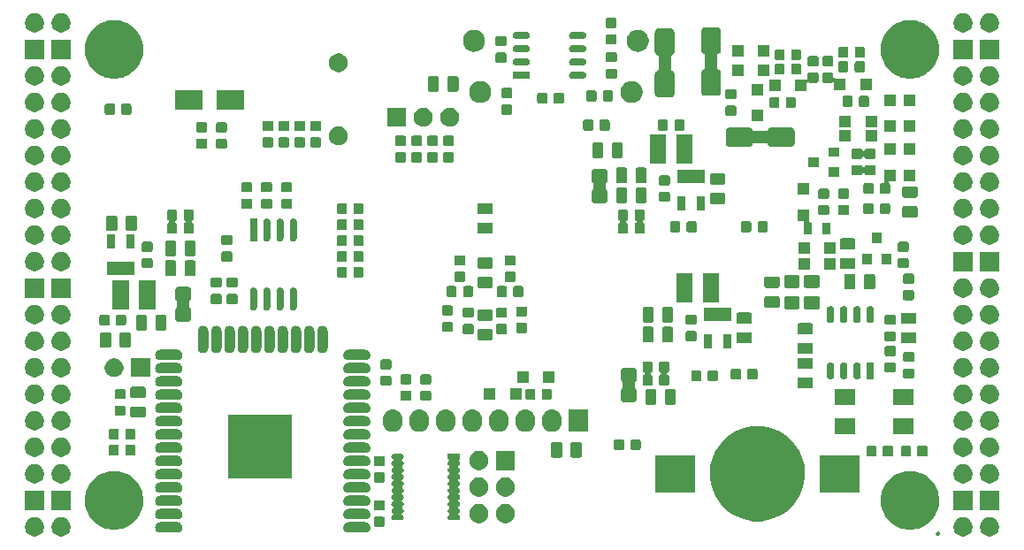
<source format=gbs>
G04 #@! TF.GenerationSoftware,KiCad,Pcbnew,5.1.6+dfsg1-1*
G04 #@! TF.CreationDate,2020-07-12T16:44:21+02:00*
G04 #@! TF.ProjectId,ulx3s,756c7833-732e-46b6-9963-61645f706362,v3.1.1*
G04 #@! TF.SameCoordinates,Original*
G04 #@! TF.FileFunction,Soldermask,Bot*
G04 #@! TF.FilePolarity,Negative*
%FSLAX46Y46*%
G04 Gerber Fmt 4.6, Leading zero omitted, Abs format (unit mm)*
G04 Created by KiCad (PCBNEW 5.1.6+dfsg1-1) date 2020-07-12 16:44:21*
%MOMM*%
%LPD*%
G01*
G04 APERTURE LIST*
%ADD10C,1.200000*%
%ADD11C,0.100000*%
G04 APERTURE END LIST*
D10*
X149472000Y-77311000D02*
X149472000Y-79311000D01*
X109609000Y-88632000D02*
X109609000Y-90632000D01*
X152281000Y-96361000D02*
X152281000Y-98361000D01*
X160155000Y-64391000D02*
X160155000Y-68391000D01*
X155710000Y-68518000D02*
X155710000Y-64518000D01*
X166854000Y-73630000D02*
X162854000Y-73630000D01*
D11*
G36*
X186975357Y-110051393D02*
G01*
X187076487Y-110071509D01*
X187242752Y-110140378D01*
X187392386Y-110240360D01*
X187519640Y-110367614D01*
X187619622Y-110517248D01*
X187688491Y-110683513D01*
X187723600Y-110860018D01*
X187723600Y-111039982D01*
X187688491Y-111216487D01*
X187619622Y-111382752D01*
X187519640Y-111532386D01*
X187392386Y-111659640D01*
X187242752Y-111759622D01*
X187076487Y-111828491D01*
X186988235Y-111846045D01*
X186899983Y-111863600D01*
X186720017Y-111863600D01*
X186631765Y-111846045D01*
X186543513Y-111828491D01*
X186377248Y-111759622D01*
X186227614Y-111659640D01*
X186100360Y-111532386D01*
X186000378Y-111382752D01*
X185931509Y-111216487D01*
X185896400Y-111039982D01*
X185896400Y-110860018D01*
X185931509Y-110683513D01*
X186000378Y-110517248D01*
X186100360Y-110367614D01*
X186227614Y-110240360D01*
X186377248Y-110140378D01*
X186543513Y-110071509D01*
X186644643Y-110051393D01*
X186720017Y-110036400D01*
X186899983Y-110036400D01*
X186975357Y-110051393D01*
G37*
G36*
X184435357Y-110051393D02*
G01*
X184536487Y-110071509D01*
X184702752Y-110140378D01*
X184852386Y-110240360D01*
X184979640Y-110367614D01*
X185079622Y-110517248D01*
X185148491Y-110683513D01*
X185183600Y-110860018D01*
X185183600Y-111039982D01*
X185148491Y-111216487D01*
X185079622Y-111382752D01*
X184979640Y-111532386D01*
X184852386Y-111659640D01*
X184702752Y-111759622D01*
X184536487Y-111828491D01*
X184448235Y-111846045D01*
X184359983Y-111863600D01*
X184180017Y-111863600D01*
X184091765Y-111846045D01*
X184003513Y-111828491D01*
X183837248Y-111759622D01*
X183687614Y-111659640D01*
X183560360Y-111532386D01*
X183460378Y-111382752D01*
X183391509Y-111216487D01*
X183356400Y-111039982D01*
X183356400Y-110860018D01*
X183391509Y-110683513D01*
X183460378Y-110517248D01*
X183560360Y-110367614D01*
X183687614Y-110240360D01*
X183837248Y-110140378D01*
X184003513Y-110071509D01*
X184104643Y-110051393D01*
X184180017Y-110036400D01*
X184359983Y-110036400D01*
X184435357Y-110051393D01*
G37*
G36*
X98075357Y-110051393D02*
G01*
X98176487Y-110071509D01*
X98342752Y-110140378D01*
X98492386Y-110240360D01*
X98619640Y-110367614D01*
X98719622Y-110517248D01*
X98788491Y-110683513D01*
X98823600Y-110860018D01*
X98823600Y-111039982D01*
X98788491Y-111216487D01*
X98719622Y-111382752D01*
X98619640Y-111532386D01*
X98492386Y-111659640D01*
X98342752Y-111759622D01*
X98176487Y-111828491D01*
X98088235Y-111846045D01*
X97999983Y-111863600D01*
X97820017Y-111863600D01*
X97731765Y-111846045D01*
X97643513Y-111828491D01*
X97477248Y-111759622D01*
X97327614Y-111659640D01*
X97200360Y-111532386D01*
X97100378Y-111382752D01*
X97031509Y-111216487D01*
X96996400Y-111039982D01*
X96996400Y-110860018D01*
X97031509Y-110683513D01*
X97100378Y-110517248D01*
X97200360Y-110367614D01*
X97327614Y-110240360D01*
X97477248Y-110140378D01*
X97643513Y-110071509D01*
X97744643Y-110051393D01*
X97820017Y-110036400D01*
X97999983Y-110036400D01*
X98075357Y-110051393D01*
G37*
G36*
X95535357Y-110051393D02*
G01*
X95636487Y-110071509D01*
X95802752Y-110140378D01*
X95952386Y-110240360D01*
X96079640Y-110367614D01*
X96179622Y-110517248D01*
X96248491Y-110683513D01*
X96283600Y-110860018D01*
X96283600Y-111039982D01*
X96248491Y-111216487D01*
X96179622Y-111382752D01*
X96079640Y-111532386D01*
X95952386Y-111659640D01*
X95802752Y-111759622D01*
X95636487Y-111828491D01*
X95548235Y-111846045D01*
X95459983Y-111863600D01*
X95280017Y-111863600D01*
X95191765Y-111846045D01*
X95103513Y-111828491D01*
X94937248Y-111759622D01*
X94787614Y-111659640D01*
X94660360Y-111532386D01*
X94560378Y-111382752D01*
X94491509Y-111216487D01*
X94456400Y-111039982D01*
X94456400Y-110860018D01*
X94491509Y-110683513D01*
X94560378Y-110517248D01*
X94660360Y-110367614D01*
X94787614Y-110240360D01*
X94937248Y-110140378D01*
X95103513Y-110071509D01*
X95204643Y-110051393D01*
X95280017Y-110036400D01*
X95459983Y-110036400D01*
X95535357Y-110051393D01*
G37*
G36*
X181930337Y-111410685D02*
G01*
X181966735Y-111425761D01*
X181999492Y-111447649D01*
X182027351Y-111475508D01*
X182049239Y-111508265D01*
X182064315Y-111544663D01*
X182072000Y-111583299D01*
X182072000Y-111622701D01*
X182064315Y-111661337D01*
X182049239Y-111697735D01*
X182027351Y-111730492D01*
X181999492Y-111758351D01*
X181966735Y-111780239D01*
X181930337Y-111795315D01*
X181891701Y-111803000D01*
X181852299Y-111803000D01*
X181813663Y-111795315D01*
X181777265Y-111780239D01*
X181744508Y-111758351D01*
X181716649Y-111730492D01*
X181694761Y-111697735D01*
X181679685Y-111661337D01*
X181672000Y-111622701D01*
X181672000Y-111583299D01*
X181679685Y-111544663D01*
X181694761Y-111508265D01*
X181716649Y-111475508D01*
X181744508Y-111447649D01*
X181777265Y-111425761D01*
X181813663Y-111410685D01*
X181852299Y-111403000D01*
X181891701Y-111403000D01*
X181930337Y-111410685D01*
G37*
G36*
X127128015Y-110507234D02*
G01*
X127222270Y-110535826D01*
X127309128Y-110582253D01*
X127385264Y-110644736D01*
X127447747Y-110720872D01*
X127494174Y-110807730D01*
X127522766Y-110901985D01*
X127532419Y-111000000D01*
X127522766Y-111098015D01*
X127494174Y-111192270D01*
X127447747Y-111279128D01*
X127385264Y-111355264D01*
X127309128Y-111417747D01*
X127222270Y-111464174D01*
X127128015Y-111492766D01*
X127054564Y-111500000D01*
X125405436Y-111500000D01*
X125331985Y-111492766D01*
X125237730Y-111464174D01*
X125150872Y-111417747D01*
X125074736Y-111355264D01*
X125012253Y-111279128D01*
X124965826Y-111192270D01*
X124937234Y-111098015D01*
X124927581Y-111000000D01*
X124937234Y-110901985D01*
X124965826Y-110807730D01*
X125012253Y-110720872D01*
X125074736Y-110644736D01*
X125150872Y-110582253D01*
X125237730Y-110535826D01*
X125331985Y-110507234D01*
X125405436Y-110500000D01*
X127054564Y-110500000D01*
X127128015Y-110507234D01*
G37*
G36*
X109128015Y-110507234D02*
G01*
X109222270Y-110535826D01*
X109309128Y-110582253D01*
X109385264Y-110644736D01*
X109447747Y-110720872D01*
X109494174Y-110807730D01*
X109522766Y-110901985D01*
X109532419Y-111000000D01*
X109522766Y-111098015D01*
X109494174Y-111192270D01*
X109447747Y-111279128D01*
X109385264Y-111355264D01*
X109309128Y-111417747D01*
X109222270Y-111464174D01*
X109128015Y-111492766D01*
X109054564Y-111500000D01*
X107405436Y-111500000D01*
X107331985Y-111492766D01*
X107237730Y-111464174D01*
X107150872Y-111417747D01*
X107074736Y-111355264D01*
X107012253Y-111279128D01*
X106965826Y-111192270D01*
X106937234Y-111098015D01*
X106927581Y-111000000D01*
X106937234Y-110901985D01*
X106965826Y-110807730D01*
X107012253Y-110720872D01*
X107074736Y-110644736D01*
X107150872Y-110582253D01*
X107237730Y-110535826D01*
X107331985Y-110507234D01*
X107405436Y-110500000D01*
X109054564Y-110500000D01*
X109128015Y-110507234D01*
G37*
G36*
X103420976Y-105640871D02*
G01*
X103806730Y-105717602D01*
X103950250Y-105777050D01*
X104316296Y-105928671D01*
X104404142Y-105987368D01*
X104774896Y-106235098D01*
X105164902Y-106625104D01*
X105330884Y-106873514D01*
X105471329Y-107083704D01*
X105534671Y-107236626D01*
X105682398Y-107593270D01*
X105708080Y-107722385D01*
X105790000Y-108134223D01*
X105790000Y-108685777D01*
X105755119Y-108861134D01*
X105682398Y-109226730D01*
X105620599Y-109375925D01*
X105471329Y-109736296D01*
X105416323Y-109818618D01*
X105164902Y-110194896D01*
X104774896Y-110584902D01*
X104571404Y-110720871D01*
X104316296Y-110891329D01*
X104162580Y-110955000D01*
X103806730Y-111102398D01*
X103536253Y-111156199D01*
X103265777Y-111210000D01*
X102714223Y-111210000D01*
X102443747Y-111156199D01*
X102173270Y-111102398D01*
X101817420Y-110955000D01*
X101663704Y-110891329D01*
X101408596Y-110720871D01*
X101205104Y-110584902D01*
X100815098Y-110194896D01*
X100563677Y-109818618D01*
X100508671Y-109736296D01*
X100359401Y-109375925D01*
X100297602Y-109226730D01*
X100224881Y-108861134D01*
X100190000Y-108685777D01*
X100190000Y-108134223D01*
X100271920Y-107722385D01*
X100297602Y-107593270D01*
X100445329Y-107236626D01*
X100508671Y-107083704D01*
X100649116Y-106873514D01*
X100815098Y-106625104D01*
X101205104Y-106235098D01*
X101575858Y-105987368D01*
X101663704Y-105928671D01*
X102029750Y-105777050D01*
X102173270Y-105717602D01*
X102559024Y-105640871D01*
X102714223Y-105610000D01*
X103265777Y-105610000D01*
X103420976Y-105640871D01*
G37*
G36*
X179620976Y-105640871D02*
G01*
X180006730Y-105717602D01*
X180150250Y-105777050D01*
X180516296Y-105928671D01*
X180604142Y-105987368D01*
X180974896Y-106235098D01*
X181364902Y-106625104D01*
X181530884Y-106873514D01*
X181671329Y-107083704D01*
X181734671Y-107236626D01*
X181882398Y-107593270D01*
X181908080Y-107722385D01*
X181990000Y-108134223D01*
X181990000Y-108685777D01*
X181955119Y-108861134D01*
X181882398Y-109226730D01*
X181820599Y-109375925D01*
X181671329Y-109736296D01*
X181616323Y-109818618D01*
X181364902Y-110194896D01*
X180974896Y-110584902D01*
X180771404Y-110720871D01*
X180516296Y-110891329D01*
X180362580Y-110955000D01*
X180006730Y-111102398D01*
X179736253Y-111156199D01*
X179465777Y-111210000D01*
X178914223Y-111210000D01*
X178643747Y-111156199D01*
X178373270Y-111102398D01*
X178017420Y-110955000D01*
X177863704Y-110891329D01*
X177608596Y-110720871D01*
X177405104Y-110584902D01*
X177015098Y-110194896D01*
X176763677Y-109818618D01*
X176708671Y-109736296D01*
X176559401Y-109375925D01*
X176497602Y-109226730D01*
X176424881Y-108861134D01*
X176390000Y-108685777D01*
X176390000Y-108134223D01*
X176471920Y-107722385D01*
X176497602Y-107593270D01*
X176645329Y-107236626D01*
X176708671Y-107083704D01*
X176849116Y-106873514D01*
X177015098Y-106625104D01*
X177405104Y-106235098D01*
X177775858Y-105987368D01*
X177863704Y-105928671D01*
X178229750Y-105777050D01*
X178373270Y-105717602D01*
X178759024Y-105640871D01*
X178914223Y-105610000D01*
X179465777Y-105610000D01*
X179620976Y-105640871D01*
G37*
G36*
X128768991Y-109984075D02*
G01*
X128802879Y-109994355D01*
X128834112Y-110011050D01*
X128861486Y-110033514D01*
X128883950Y-110060888D01*
X128900645Y-110092121D01*
X128910925Y-110126009D01*
X128915000Y-110167388D01*
X128915000Y-110767612D01*
X128910925Y-110808991D01*
X128900645Y-110842879D01*
X128883950Y-110874112D01*
X128861486Y-110901486D01*
X128834112Y-110923950D01*
X128802879Y-110940645D01*
X128768991Y-110950925D01*
X128727612Y-110955000D01*
X128052388Y-110955000D01*
X128011009Y-110950925D01*
X127977121Y-110940645D01*
X127945888Y-110923950D01*
X127918514Y-110901486D01*
X127896050Y-110874112D01*
X127879355Y-110842879D01*
X127869075Y-110808991D01*
X127865000Y-110767612D01*
X127865000Y-110167388D01*
X127869075Y-110126009D01*
X127879355Y-110092121D01*
X127896050Y-110060888D01*
X127918514Y-110033514D01*
X127945888Y-110011050D01*
X127977121Y-109994355D01*
X128011009Y-109984075D01*
X128052388Y-109980000D01*
X128727612Y-109980000D01*
X128768991Y-109984075D01*
G37*
G36*
X138093235Y-108783955D02*
G01*
X138181487Y-108801509D01*
X138347752Y-108870378D01*
X138497386Y-108970360D01*
X138624640Y-109097614D01*
X138724622Y-109247248D01*
X138789640Y-109404216D01*
X138793491Y-109413514D01*
X138828600Y-109590017D01*
X138828600Y-109769983D01*
X138818790Y-109819299D01*
X138793491Y-109946487D01*
X138724622Y-110112752D01*
X138624640Y-110262386D01*
X138497386Y-110389640D01*
X138347752Y-110489622D01*
X138181487Y-110558491D01*
X138093235Y-110576045D01*
X138004983Y-110593600D01*
X137825017Y-110593600D01*
X137736765Y-110576045D01*
X137648513Y-110558491D01*
X137482248Y-110489622D01*
X137332614Y-110389640D01*
X137205360Y-110262386D01*
X137105378Y-110112752D01*
X137036509Y-109946487D01*
X137011210Y-109819299D01*
X137001400Y-109769983D01*
X137001400Y-109590017D01*
X137036509Y-109413514D01*
X137040360Y-109404216D01*
X137105378Y-109247248D01*
X137205360Y-109097614D01*
X137332614Y-108970360D01*
X137482248Y-108870378D01*
X137648513Y-108801509D01*
X137736765Y-108783955D01*
X137825017Y-108766400D01*
X138004983Y-108766400D01*
X138093235Y-108783955D01*
G37*
G36*
X140633235Y-108783955D02*
G01*
X140721487Y-108801509D01*
X140887752Y-108870378D01*
X141037386Y-108970360D01*
X141164640Y-109097614D01*
X141264622Y-109247248D01*
X141329640Y-109404216D01*
X141333491Y-109413514D01*
X141368600Y-109590017D01*
X141368600Y-109769983D01*
X141358790Y-109819299D01*
X141333491Y-109946487D01*
X141264622Y-110112752D01*
X141164640Y-110262386D01*
X141037386Y-110389640D01*
X140887752Y-110489622D01*
X140721487Y-110558491D01*
X140633235Y-110576045D01*
X140544983Y-110593600D01*
X140365017Y-110593600D01*
X140276765Y-110576045D01*
X140188513Y-110558491D01*
X140022248Y-110489622D01*
X139872614Y-110389640D01*
X139745360Y-110262386D01*
X139645378Y-110112752D01*
X139576509Y-109946487D01*
X139551210Y-109819299D01*
X139541400Y-109769983D01*
X139541400Y-109590017D01*
X139576509Y-109413514D01*
X139580360Y-109404216D01*
X139645378Y-109247248D01*
X139745360Y-109097614D01*
X139872614Y-108970360D01*
X140022248Y-108870378D01*
X140188513Y-108801509D01*
X140276765Y-108783955D01*
X140365017Y-108766400D01*
X140544983Y-108766400D01*
X140633235Y-108783955D01*
G37*
G36*
X165158226Y-101344882D02*
G01*
X165912186Y-101494853D01*
X166740233Y-101837842D01*
X167485456Y-102335784D01*
X168119216Y-102969544D01*
X168617158Y-103714767D01*
X168960147Y-104542814D01*
X169080923Y-105150000D01*
X169135000Y-105421863D01*
X169135000Y-106318137D01*
X169128662Y-106350000D01*
X168960147Y-107197186D01*
X168617158Y-108025233D01*
X168119216Y-108770456D01*
X167485456Y-109404216D01*
X166740233Y-109902158D01*
X165912186Y-110245147D01*
X165185772Y-110389639D01*
X165033137Y-110420000D01*
X164136863Y-110420000D01*
X163984228Y-110389639D01*
X163257814Y-110245147D01*
X162429767Y-109902158D01*
X161684544Y-109404216D01*
X161050784Y-108770456D01*
X160552842Y-108025233D01*
X160209853Y-107197186D01*
X160041338Y-106350000D01*
X160035000Y-106318137D01*
X160035000Y-105421863D01*
X160089077Y-105150000D01*
X160209853Y-104542814D01*
X160552842Y-103714767D01*
X161050784Y-102969544D01*
X161684544Y-102335784D01*
X162429767Y-101837842D01*
X163257814Y-101494853D01*
X164011774Y-101344882D01*
X164136863Y-101320000D01*
X165033137Y-101320000D01*
X165158226Y-101344882D01*
G37*
G36*
X136135000Y-104465593D02*
G01*
X136116638Y-104467402D01*
X136093189Y-104474515D01*
X136071578Y-104486066D01*
X136052636Y-104501611D01*
X136037091Y-104520553D01*
X136025540Y-104542164D01*
X136018427Y-104565613D01*
X136016025Y-104589999D01*
X136018427Y-104614385D01*
X136025540Y-104637834D01*
X136037091Y-104659445D01*
X136061725Y-104686624D01*
X136062632Y-104687368D01*
X136093874Y-104725437D01*
X136117088Y-104768867D01*
X136131383Y-104815990D01*
X136136209Y-104865000D01*
X136131383Y-104914010D01*
X136117088Y-104961133D01*
X136093874Y-105004563D01*
X136062632Y-105042632D01*
X136024565Y-105073873D01*
X136013549Y-105079761D01*
X135993175Y-105093375D01*
X135975848Y-105110702D01*
X135962234Y-105131077D01*
X135952857Y-105153715D01*
X135948077Y-105177749D01*
X135948077Y-105202253D01*
X135952858Y-105226286D01*
X135962235Y-105248925D01*
X135975849Y-105269299D01*
X135993176Y-105286626D01*
X136013549Y-105300239D01*
X136024565Y-105306127D01*
X136062632Y-105337368D01*
X136093874Y-105375437D01*
X136117088Y-105418867D01*
X136131383Y-105465990D01*
X136136209Y-105515000D01*
X136131383Y-105564010D01*
X136117088Y-105611133D01*
X136093874Y-105654563D01*
X136062632Y-105692632D01*
X136024565Y-105723873D01*
X136013549Y-105729761D01*
X135993175Y-105743375D01*
X135975848Y-105760702D01*
X135962234Y-105781077D01*
X135952857Y-105803715D01*
X135948077Y-105827749D01*
X135948077Y-105852253D01*
X135952858Y-105876286D01*
X135962235Y-105898925D01*
X135975849Y-105919299D01*
X135993176Y-105936626D01*
X136013549Y-105950239D01*
X136024565Y-105956127D01*
X136062632Y-105987368D01*
X136093874Y-106025437D01*
X136117088Y-106068867D01*
X136131383Y-106115990D01*
X136136209Y-106165000D01*
X136131383Y-106214010D01*
X136117088Y-106261133D01*
X136093874Y-106304563D01*
X136062632Y-106342632D01*
X136024565Y-106373873D01*
X136013549Y-106379761D01*
X135993175Y-106393375D01*
X135975848Y-106410702D01*
X135962234Y-106431077D01*
X135952857Y-106453715D01*
X135948077Y-106477749D01*
X135948077Y-106502253D01*
X135952858Y-106526286D01*
X135962235Y-106548925D01*
X135975849Y-106569299D01*
X135993176Y-106586626D01*
X136013549Y-106600239D01*
X136024565Y-106606127D01*
X136062632Y-106637368D01*
X136093874Y-106675437D01*
X136117088Y-106718867D01*
X136131383Y-106765990D01*
X136136209Y-106815000D01*
X136131383Y-106864010D01*
X136117088Y-106911133D01*
X136093874Y-106954563D01*
X136062632Y-106992632D01*
X136024565Y-107023873D01*
X136013549Y-107029761D01*
X135993175Y-107043375D01*
X135975848Y-107060702D01*
X135962234Y-107081077D01*
X135952857Y-107103715D01*
X135948077Y-107127749D01*
X135948077Y-107152253D01*
X135952858Y-107176286D01*
X135962235Y-107198925D01*
X135975849Y-107219299D01*
X135993176Y-107236626D01*
X136013549Y-107250239D01*
X136024565Y-107256127D01*
X136062632Y-107287368D01*
X136093874Y-107325437D01*
X136117088Y-107368867D01*
X136131383Y-107415990D01*
X136136209Y-107465000D01*
X136131383Y-107514010D01*
X136117088Y-107561133D01*
X136093874Y-107604563D01*
X136062632Y-107642632D01*
X136024565Y-107673873D01*
X136013549Y-107679761D01*
X135993175Y-107693375D01*
X135975848Y-107710702D01*
X135962234Y-107731077D01*
X135952857Y-107753715D01*
X135948077Y-107777749D01*
X135948077Y-107802253D01*
X135952858Y-107826286D01*
X135962235Y-107848925D01*
X135975849Y-107869299D01*
X135993176Y-107886626D01*
X136013549Y-107900239D01*
X136024565Y-107906127D01*
X136062632Y-107937368D01*
X136093874Y-107975437D01*
X136117088Y-108018867D01*
X136131383Y-108065990D01*
X136136209Y-108115000D01*
X136131383Y-108164010D01*
X136117088Y-108211133D01*
X136093874Y-108254563D01*
X136062632Y-108292632D01*
X136024565Y-108323873D01*
X136013549Y-108329761D01*
X135993175Y-108343375D01*
X135975848Y-108360702D01*
X135962234Y-108381077D01*
X135952857Y-108403715D01*
X135948077Y-108427749D01*
X135948077Y-108452253D01*
X135952858Y-108476286D01*
X135962235Y-108498925D01*
X135975849Y-108519299D01*
X135993176Y-108536626D01*
X136013549Y-108550239D01*
X136024565Y-108556127D01*
X136062632Y-108587368D01*
X136093874Y-108625437D01*
X136117088Y-108668867D01*
X136131383Y-108715990D01*
X136136209Y-108765000D01*
X136131383Y-108814010D01*
X136117088Y-108861133D01*
X136093874Y-108904563D01*
X136062632Y-108942632D01*
X136024565Y-108973873D01*
X136013549Y-108979761D01*
X135993175Y-108993375D01*
X135975848Y-109010702D01*
X135962234Y-109031077D01*
X135952857Y-109053715D01*
X135948077Y-109077749D01*
X135948077Y-109102253D01*
X135952858Y-109126286D01*
X135962235Y-109148925D01*
X135975849Y-109169299D01*
X135993176Y-109186626D01*
X136013549Y-109200239D01*
X136024565Y-109206127D01*
X136062632Y-109237368D01*
X136093874Y-109275437D01*
X136117088Y-109318867D01*
X136131383Y-109365990D01*
X136136209Y-109415000D01*
X136131383Y-109464010D01*
X136117088Y-109511133D01*
X136093874Y-109554563D01*
X136062632Y-109592632D01*
X136024565Y-109623873D01*
X136013549Y-109629761D01*
X135993175Y-109643375D01*
X135975848Y-109660702D01*
X135962234Y-109681077D01*
X135952857Y-109703715D01*
X135948077Y-109727749D01*
X135948077Y-109752253D01*
X135952858Y-109776286D01*
X135962235Y-109798925D01*
X135975849Y-109819299D01*
X135993176Y-109836626D01*
X136013549Y-109850239D01*
X136024565Y-109856127D01*
X136062632Y-109887368D01*
X136093874Y-109925437D01*
X136117088Y-109968867D01*
X136131383Y-110015990D01*
X136136209Y-110065000D01*
X136131383Y-110114010D01*
X136117088Y-110161133D01*
X136093874Y-110204563D01*
X136062632Y-110242632D01*
X136024563Y-110273874D01*
X135981133Y-110297088D01*
X135934010Y-110311383D01*
X135897281Y-110315000D01*
X135172719Y-110315000D01*
X135135990Y-110311383D01*
X135088867Y-110297088D01*
X135045437Y-110273874D01*
X135007368Y-110242632D01*
X134976126Y-110204563D01*
X134952912Y-110161133D01*
X134938617Y-110114010D01*
X134933791Y-110065000D01*
X134938617Y-110015990D01*
X134952912Y-109968867D01*
X134976126Y-109925437D01*
X135007368Y-109887368D01*
X135045435Y-109856127D01*
X135056451Y-109850239D01*
X135076825Y-109836625D01*
X135094152Y-109819298D01*
X135107766Y-109798923D01*
X135117143Y-109776285D01*
X135121923Y-109752251D01*
X135121923Y-109727747D01*
X135117142Y-109703714D01*
X135107765Y-109681075D01*
X135094151Y-109660701D01*
X135076824Y-109643374D01*
X135056451Y-109629761D01*
X135045435Y-109623873D01*
X135007368Y-109592632D01*
X134976126Y-109554563D01*
X134952912Y-109511133D01*
X134938617Y-109464010D01*
X134933791Y-109415000D01*
X134938617Y-109365990D01*
X134952912Y-109318867D01*
X134976126Y-109275437D01*
X135007368Y-109237368D01*
X135045435Y-109206127D01*
X135056451Y-109200239D01*
X135076825Y-109186625D01*
X135094152Y-109169298D01*
X135107766Y-109148923D01*
X135117143Y-109126285D01*
X135121923Y-109102251D01*
X135121923Y-109077747D01*
X135117142Y-109053714D01*
X135107765Y-109031075D01*
X135094151Y-109010701D01*
X135076824Y-108993374D01*
X135056451Y-108979761D01*
X135045435Y-108973873D01*
X135007368Y-108942632D01*
X134976126Y-108904563D01*
X134952912Y-108861133D01*
X134938617Y-108814010D01*
X134933791Y-108765000D01*
X134938617Y-108715990D01*
X134952912Y-108668867D01*
X134976126Y-108625437D01*
X135007368Y-108587368D01*
X135045435Y-108556127D01*
X135056451Y-108550239D01*
X135076825Y-108536625D01*
X135094152Y-108519298D01*
X135107766Y-108498923D01*
X135117143Y-108476285D01*
X135121923Y-108452251D01*
X135121923Y-108427747D01*
X135117142Y-108403714D01*
X135107765Y-108381075D01*
X135094151Y-108360701D01*
X135076824Y-108343374D01*
X135056451Y-108329761D01*
X135045435Y-108323873D01*
X135007368Y-108292632D01*
X134976126Y-108254563D01*
X134952912Y-108211133D01*
X134938617Y-108164010D01*
X134933791Y-108115000D01*
X134938617Y-108065990D01*
X134952912Y-108018867D01*
X134976126Y-107975437D01*
X135007368Y-107937368D01*
X135045435Y-107906127D01*
X135056451Y-107900239D01*
X135076825Y-107886625D01*
X135094152Y-107869298D01*
X135107766Y-107848923D01*
X135117143Y-107826285D01*
X135121923Y-107802251D01*
X135121923Y-107777747D01*
X135117142Y-107753714D01*
X135107765Y-107731075D01*
X135094151Y-107710701D01*
X135076824Y-107693374D01*
X135056451Y-107679761D01*
X135045435Y-107673873D01*
X135007368Y-107642632D01*
X134976126Y-107604563D01*
X134952912Y-107561133D01*
X134938617Y-107514010D01*
X134933791Y-107465000D01*
X134938617Y-107415990D01*
X134952912Y-107368867D01*
X134976126Y-107325437D01*
X135007368Y-107287368D01*
X135045435Y-107256127D01*
X135056451Y-107250239D01*
X135076825Y-107236625D01*
X135094152Y-107219298D01*
X135107766Y-107198923D01*
X135117143Y-107176285D01*
X135121923Y-107152251D01*
X135121923Y-107127747D01*
X135117142Y-107103714D01*
X135107765Y-107081075D01*
X135094151Y-107060701D01*
X135076824Y-107043374D01*
X135056451Y-107029761D01*
X135045435Y-107023873D01*
X135007368Y-106992632D01*
X134976126Y-106954563D01*
X134952912Y-106911133D01*
X134938617Y-106864010D01*
X134933791Y-106815000D01*
X134938617Y-106765990D01*
X134952912Y-106718867D01*
X134976126Y-106675437D01*
X135007368Y-106637368D01*
X135045435Y-106606127D01*
X135056451Y-106600239D01*
X135076825Y-106586625D01*
X135094152Y-106569298D01*
X135107766Y-106548923D01*
X135117143Y-106526285D01*
X135121923Y-106502251D01*
X135121923Y-106477747D01*
X135117142Y-106453714D01*
X135107765Y-106431075D01*
X135094151Y-106410701D01*
X135076824Y-106393374D01*
X135056451Y-106379761D01*
X135045435Y-106373873D01*
X135007368Y-106342632D01*
X134976126Y-106304563D01*
X134952912Y-106261133D01*
X134938617Y-106214010D01*
X134933791Y-106165000D01*
X134938617Y-106115990D01*
X134952912Y-106068867D01*
X134976126Y-106025437D01*
X135007368Y-105987368D01*
X135045435Y-105956127D01*
X135056451Y-105950239D01*
X135076825Y-105936625D01*
X135094152Y-105919298D01*
X135107766Y-105898923D01*
X135117143Y-105876285D01*
X135121923Y-105852251D01*
X135121923Y-105827747D01*
X135117142Y-105803714D01*
X135107765Y-105781075D01*
X135094151Y-105760701D01*
X135076824Y-105743374D01*
X135056451Y-105729761D01*
X135045435Y-105723873D01*
X135007368Y-105692632D01*
X134976126Y-105654563D01*
X134952912Y-105611133D01*
X134938617Y-105564010D01*
X134933791Y-105515000D01*
X134938617Y-105465990D01*
X134952912Y-105418867D01*
X134976126Y-105375437D01*
X135007368Y-105337368D01*
X135045435Y-105306127D01*
X135056451Y-105300239D01*
X135076825Y-105286625D01*
X135094152Y-105269298D01*
X135107766Y-105248923D01*
X135117143Y-105226285D01*
X135121923Y-105202251D01*
X135121923Y-105177747D01*
X135117142Y-105153714D01*
X135107765Y-105131075D01*
X135094151Y-105110701D01*
X135076824Y-105093374D01*
X135056451Y-105079761D01*
X135045435Y-105073873D01*
X135007368Y-105042632D01*
X134976126Y-105004563D01*
X134952912Y-104961133D01*
X134938617Y-104914010D01*
X134933791Y-104865000D01*
X134938617Y-104815990D01*
X134952912Y-104768867D01*
X134976126Y-104725437D01*
X135007368Y-104687368D01*
X135008275Y-104686624D01*
X135025602Y-104669297D01*
X135039215Y-104648923D01*
X135048593Y-104626284D01*
X135053373Y-104602251D01*
X135053373Y-104577746D01*
X135048592Y-104553713D01*
X135039215Y-104531074D01*
X135025601Y-104510700D01*
X135008274Y-104493373D01*
X134987900Y-104479760D01*
X134965261Y-104470382D01*
X134935000Y-104465894D01*
X134935000Y-103965000D01*
X136135000Y-103965000D01*
X136135000Y-104465593D01*
G37*
G36*
X130534010Y-103968617D02*
G01*
X130581133Y-103982912D01*
X130624563Y-104006126D01*
X130662632Y-104037368D01*
X130693874Y-104075437D01*
X130717088Y-104118867D01*
X130731383Y-104165990D01*
X130736209Y-104215000D01*
X130731383Y-104264010D01*
X130717088Y-104311133D01*
X130693874Y-104354563D01*
X130662632Y-104392632D01*
X130624565Y-104423873D01*
X130613549Y-104429761D01*
X130593175Y-104443375D01*
X130575848Y-104460702D01*
X130562234Y-104481077D01*
X130552857Y-104503715D01*
X130548077Y-104527749D01*
X130548077Y-104552253D01*
X130552858Y-104576286D01*
X130562235Y-104598925D01*
X130575849Y-104619299D01*
X130593176Y-104636626D01*
X130613549Y-104650239D01*
X130624565Y-104656127D01*
X130662632Y-104687368D01*
X130693874Y-104725437D01*
X130717088Y-104768867D01*
X130731383Y-104815990D01*
X130736209Y-104865000D01*
X130731383Y-104914010D01*
X130717088Y-104961133D01*
X130693874Y-105004563D01*
X130662632Y-105042632D01*
X130624565Y-105073873D01*
X130613549Y-105079761D01*
X130593175Y-105093375D01*
X130575848Y-105110702D01*
X130562234Y-105131077D01*
X130552857Y-105153715D01*
X130548077Y-105177749D01*
X130548077Y-105202253D01*
X130552858Y-105226286D01*
X130562235Y-105248925D01*
X130575849Y-105269299D01*
X130593176Y-105286626D01*
X130613549Y-105300239D01*
X130624565Y-105306127D01*
X130662632Y-105337368D01*
X130693874Y-105375437D01*
X130717088Y-105418867D01*
X130731383Y-105465990D01*
X130736209Y-105515000D01*
X130731383Y-105564010D01*
X130717088Y-105611133D01*
X130693874Y-105654563D01*
X130662632Y-105692632D01*
X130624565Y-105723873D01*
X130613549Y-105729761D01*
X130593175Y-105743375D01*
X130575848Y-105760702D01*
X130562234Y-105781077D01*
X130552857Y-105803715D01*
X130548077Y-105827749D01*
X130548077Y-105852253D01*
X130552858Y-105876286D01*
X130562235Y-105898925D01*
X130575849Y-105919299D01*
X130593176Y-105936626D01*
X130613549Y-105950239D01*
X130624565Y-105956127D01*
X130662632Y-105987368D01*
X130693874Y-106025437D01*
X130717088Y-106068867D01*
X130731383Y-106115990D01*
X130736209Y-106165000D01*
X130731383Y-106214010D01*
X130717088Y-106261133D01*
X130693874Y-106304563D01*
X130662632Y-106342632D01*
X130624565Y-106373873D01*
X130613549Y-106379761D01*
X130593175Y-106393375D01*
X130575848Y-106410702D01*
X130562234Y-106431077D01*
X130552857Y-106453715D01*
X130548077Y-106477749D01*
X130548077Y-106502253D01*
X130552858Y-106526286D01*
X130562235Y-106548925D01*
X130575849Y-106569299D01*
X130593176Y-106586626D01*
X130613549Y-106600239D01*
X130624565Y-106606127D01*
X130662632Y-106637368D01*
X130693874Y-106675437D01*
X130717088Y-106718867D01*
X130731383Y-106765990D01*
X130736209Y-106815000D01*
X130731383Y-106864010D01*
X130717088Y-106911133D01*
X130693874Y-106954563D01*
X130662632Y-106992632D01*
X130624565Y-107023873D01*
X130613549Y-107029761D01*
X130593175Y-107043375D01*
X130575848Y-107060702D01*
X130562234Y-107081077D01*
X130552857Y-107103715D01*
X130548077Y-107127749D01*
X130548077Y-107152253D01*
X130552858Y-107176286D01*
X130562235Y-107198925D01*
X130575849Y-107219299D01*
X130593176Y-107236626D01*
X130613549Y-107250239D01*
X130624565Y-107256127D01*
X130662632Y-107287368D01*
X130693874Y-107325437D01*
X130717088Y-107368867D01*
X130731383Y-107415990D01*
X130736209Y-107465000D01*
X130731383Y-107514010D01*
X130717088Y-107561133D01*
X130693874Y-107604563D01*
X130662632Y-107642632D01*
X130624565Y-107673873D01*
X130613549Y-107679761D01*
X130593175Y-107693375D01*
X130575848Y-107710702D01*
X130562234Y-107731077D01*
X130552857Y-107753715D01*
X130548077Y-107777749D01*
X130548077Y-107802253D01*
X130552858Y-107826286D01*
X130562235Y-107848925D01*
X130575849Y-107869299D01*
X130593176Y-107886626D01*
X130613549Y-107900239D01*
X130624565Y-107906127D01*
X130662632Y-107937368D01*
X130693874Y-107975437D01*
X130717088Y-108018867D01*
X130731383Y-108065990D01*
X130736209Y-108115000D01*
X130731383Y-108164010D01*
X130717088Y-108211133D01*
X130693874Y-108254563D01*
X130662632Y-108292632D01*
X130624565Y-108323873D01*
X130613549Y-108329761D01*
X130593175Y-108343375D01*
X130575848Y-108360702D01*
X130562234Y-108381077D01*
X130552857Y-108403715D01*
X130548077Y-108427749D01*
X130548077Y-108452253D01*
X130552858Y-108476286D01*
X130562235Y-108498925D01*
X130575849Y-108519299D01*
X130593176Y-108536626D01*
X130613549Y-108550239D01*
X130624565Y-108556127D01*
X130662632Y-108587368D01*
X130693874Y-108625437D01*
X130717088Y-108668867D01*
X130731383Y-108715990D01*
X130736209Y-108765000D01*
X130731383Y-108814010D01*
X130717088Y-108861133D01*
X130693874Y-108904563D01*
X130662632Y-108942632D01*
X130624565Y-108973873D01*
X130613549Y-108979761D01*
X130593175Y-108993375D01*
X130575848Y-109010702D01*
X130562234Y-109031077D01*
X130552857Y-109053715D01*
X130548077Y-109077749D01*
X130548077Y-109102253D01*
X130552858Y-109126286D01*
X130562235Y-109148925D01*
X130575849Y-109169299D01*
X130593176Y-109186626D01*
X130613549Y-109200239D01*
X130624565Y-109206127D01*
X130662632Y-109237368D01*
X130693874Y-109275437D01*
X130717088Y-109318867D01*
X130731383Y-109365990D01*
X130736209Y-109415000D01*
X130731383Y-109464010D01*
X130717088Y-109511133D01*
X130693874Y-109554563D01*
X130662632Y-109592632D01*
X130624565Y-109623873D01*
X130613549Y-109629761D01*
X130593175Y-109643375D01*
X130575848Y-109660702D01*
X130562234Y-109681077D01*
X130552857Y-109703715D01*
X130548077Y-109727749D01*
X130548077Y-109752253D01*
X130552858Y-109776286D01*
X130562235Y-109798925D01*
X130575849Y-109819299D01*
X130593176Y-109836626D01*
X130613549Y-109850239D01*
X130624565Y-109856127D01*
X130662632Y-109887368D01*
X130693874Y-109925437D01*
X130717088Y-109968867D01*
X130731383Y-110015990D01*
X130736209Y-110065000D01*
X130731383Y-110114010D01*
X130717088Y-110161133D01*
X130693874Y-110204563D01*
X130662632Y-110242632D01*
X130624563Y-110273874D01*
X130581133Y-110297088D01*
X130534010Y-110311383D01*
X130497281Y-110315000D01*
X129772719Y-110315000D01*
X129735990Y-110311383D01*
X129688867Y-110297088D01*
X129645437Y-110273874D01*
X129607368Y-110242632D01*
X129576126Y-110204563D01*
X129552912Y-110161133D01*
X129538617Y-110114010D01*
X129533791Y-110065000D01*
X129538617Y-110015990D01*
X129552912Y-109968867D01*
X129576126Y-109925437D01*
X129607368Y-109887368D01*
X129645435Y-109856127D01*
X129656451Y-109850239D01*
X129676825Y-109836625D01*
X129694152Y-109819298D01*
X129707766Y-109798923D01*
X129717143Y-109776285D01*
X129721923Y-109752251D01*
X129721923Y-109727747D01*
X129717142Y-109703714D01*
X129707765Y-109681075D01*
X129694151Y-109660701D01*
X129676824Y-109643374D01*
X129656451Y-109629761D01*
X129645435Y-109623873D01*
X129607368Y-109592632D01*
X129576126Y-109554563D01*
X129552912Y-109511133D01*
X129538617Y-109464010D01*
X129533791Y-109415000D01*
X129538617Y-109365990D01*
X129552912Y-109318867D01*
X129576126Y-109275437D01*
X129607368Y-109237368D01*
X129645435Y-109206127D01*
X129656451Y-109200239D01*
X129676825Y-109186625D01*
X129694152Y-109169298D01*
X129707766Y-109148923D01*
X129717143Y-109126285D01*
X129721923Y-109102251D01*
X129721923Y-109077747D01*
X129717142Y-109053714D01*
X129707765Y-109031075D01*
X129694151Y-109010701D01*
X129676824Y-108993374D01*
X129656451Y-108979761D01*
X129645435Y-108973873D01*
X129607368Y-108942632D01*
X129576126Y-108904563D01*
X129552912Y-108861133D01*
X129538617Y-108814010D01*
X129533791Y-108765000D01*
X129538617Y-108715990D01*
X129552912Y-108668867D01*
X129576126Y-108625437D01*
X129607368Y-108587368D01*
X129645435Y-108556127D01*
X129656451Y-108550239D01*
X129676825Y-108536625D01*
X129694152Y-108519298D01*
X129707766Y-108498923D01*
X129717143Y-108476285D01*
X129721923Y-108452251D01*
X129721923Y-108427747D01*
X129717142Y-108403714D01*
X129707765Y-108381075D01*
X129694151Y-108360701D01*
X129676824Y-108343374D01*
X129656451Y-108329761D01*
X129645435Y-108323873D01*
X129607368Y-108292632D01*
X129576126Y-108254563D01*
X129552912Y-108211133D01*
X129538617Y-108164010D01*
X129533791Y-108115000D01*
X129538617Y-108065990D01*
X129552912Y-108018867D01*
X129576126Y-107975437D01*
X129607368Y-107937368D01*
X129645435Y-107906127D01*
X129656451Y-107900239D01*
X129676825Y-107886625D01*
X129694152Y-107869298D01*
X129707766Y-107848923D01*
X129717143Y-107826285D01*
X129721923Y-107802251D01*
X129721923Y-107777747D01*
X129717142Y-107753714D01*
X129707765Y-107731075D01*
X129694151Y-107710701D01*
X129676824Y-107693374D01*
X129656451Y-107679761D01*
X129645435Y-107673873D01*
X129607368Y-107642632D01*
X129576126Y-107604563D01*
X129552912Y-107561133D01*
X129538617Y-107514010D01*
X129533791Y-107465000D01*
X129538617Y-107415990D01*
X129552912Y-107368867D01*
X129576126Y-107325437D01*
X129607368Y-107287368D01*
X129645435Y-107256127D01*
X129656451Y-107250239D01*
X129676825Y-107236625D01*
X129694152Y-107219298D01*
X129707766Y-107198923D01*
X129717143Y-107176285D01*
X129721923Y-107152251D01*
X129721923Y-107127747D01*
X129717142Y-107103714D01*
X129707765Y-107081075D01*
X129694151Y-107060701D01*
X129676824Y-107043374D01*
X129656451Y-107029761D01*
X129645435Y-107023873D01*
X129607368Y-106992632D01*
X129576126Y-106954563D01*
X129552912Y-106911133D01*
X129538617Y-106864010D01*
X129533791Y-106815000D01*
X129538617Y-106765990D01*
X129552912Y-106718867D01*
X129576126Y-106675437D01*
X129607368Y-106637368D01*
X129645435Y-106606127D01*
X129656451Y-106600239D01*
X129676825Y-106586625D01*
X129694152Y-106569298D01*
X129707766Y-106548923D01*
X129717143Y-106526285D01*
X129721923Y-106502251D01*
X129721923Y-106477747D01*
X129717142Y-106453714D01*
X129707765Y-106431075D01*
X129694151Y-106410701D01*
X129676824Y-106393374D01*
X129656451Y-106379761D01*
X129645435Y-106373873D01*
X129607368Y-106342632D01*
X129576126Y-106304563D01*
X129552912Y-106261133D01*
X129538617Y-106214010D01*
X129533791Y-106165000D01*
X129538617Y-106115990D01*
X129552912Y-106068867D01*
X129576126Y-106025437D01*
X129607368Y-105987368D01*
X129645435Y-105956127D01*
X129656451Y-105950239D01*
X129676825Y-105936625D01*
X129694152Y-105919298D01*
X129707766Y-105898923D01*
X129717143Y-105876285D01*
X129721923Y-105852251D01*
X129721923Y-105827747D01*
X129717142Y-105803714D01*
X129707765Y-105781075D01*
X129694151Y-105760701D01*
X129676824Y-105743374D01*
X129656451Y-105729761D01*
X129645435Y-105723873D01*
X129607368Y-105692632D01*
X129576126Y-105654563D01*
X129552912Y-105611133D01*
X129538617Y-105564010D01*
X129533791Y-105515000D01*
X129538617Y-105465990D01*
X129552912Y-105418867D01*
X129576126Y-105375437D01*
X129607368Y-105337368D01*
X129645435Y-105306127D01*
X129656451Y-105300239D01*
X129676825Y-105286625D01*
X129694152Y-105269298D01*
X129707766Y-105248923D01*
X129717143Y-105226285D01*
X129721923Y-105202251D01*
X129721923Y-105177747D01*
X129717142Y-105153714D01*
X129707765Y-105131075D01*
X129694151Y-105110701D01*
X129676824Y-105093374D01*
X129656451Y-105079761D01*
X129645435Y-105073873D01*
X129607368Y-105042632D01*
X129576126Y-105004563D01*
X129552912Y-104961133D01*
X129538617Y-104914010D01*
X129533791Y-104865000D01*
X129538617Y-104815990D01*
X129552912Y-104768867D01*
X129576126Y-104725437D01*
X129607368Y-104687368D01*
X129645435Y-104656127D01*
X129656451Y-104650239D01*
X129676825Y-104636625D01*
X129694152Y-104619298D01*
X129707766Y-104598923D01*
X129717143Y-104576285D01*
X129721923Y-104552251D01*
X129721923Y-104527747D01*
X129717142Y-104503714D01*
X129707765Y-104481075D01*
X129694151Y-104460701D01*
X129676824Y-104443374D01*
X129656451Y-104429761D01*
X129645435Y-104423873D01*
X129607368Y-104392632D01*
X129576126Y-104354563D01*
X129552912Y-104311133D01*
X129538617Y-104264010D01*
X129533791Y-104215000D01*
X129538617Y-104165990D01*
X129552912Y-104118867D01*
X129576126Y-104075437D01*
X129607368Y-104037368D01*
X129645437Y-104006126D01*
X129688867Y-103982912D01*
X129735990Y-103968617D01*
X129772719Y-103965000D01*
X130497281Y-103965000D01*
X130534010Y-103968617D01*
G37*
G36*
X109128015Y-109237234D02*
G01*
X109222270Y-109265826D01*
X109309128Y-109312253D01*
X109385264Y-109374736D01*
X109447747Y-109450872D01*
X109494174Y-109537730D01*
X109522766Y-109631985D01*
X109532419Y-109730000D01*
X109522766Y-109828015D01*
X109494174Y-109922270D01*
X109447747Y-110009128D01*
X109385264Y-110085264D01*
X109309128Y-110147747D01*
X109222270Y-110194174D01*
X109128015Y-110222766D01*
X109054564Y-110230000D01*
X107405436Y-110230000D01*
X107331985Y-110222766D01*
X107237730Y-110194174D01*
X107150872Y-110147747D01*
X107074736Y-110085264D01*
X107012253Y-110009128D01*
X106965826Y-109922270D01*
X106937234Y-109828015D01*
X106927581Y-109730000D01*
X106937234Y-109631985D01*
X106965826Y-109537730D01*
X107012253Y-109450872D01*
X107074736Y-109374736D01*
X107150872Y-109312253D01*
X107237730Y-109265826D01*
X107331985Y-109237234D01*
X107405436Y-109230000D01*
X109054564Y-109230000D01*
X109128015Y-109237234D01*
G37*
G36*
X127128015Y-109237234D02*
G01*
X127222270Y-109265826D01*
X127309128Y-109312253D01*
X127385264Y-109374736D01*
X127447747Y-109450872D01*
X127494174Y-109537730D01*
X127522766Y-109631985D01*
X127532419Y-109730000D01*
X127522766Y-109828015D01*
X127494174Y-109922270D01*
X127447747Y-110009128D01*
X127385264Y-110085264D01*
X127309128Y-110147747D01*
X127222270Y-110194174D01*
X127128015Y-110222766D01*
X127054564Y-110230000D01*
X125405436Y-110230000D01*
X125331985Y-110222766D01*
X125237730Y-110194174D01*
X125150872Y-110147747D01*
X125074736Y-110085264D01*
X125012253Y-110009128D01*
X124965826Y-109922270D01*
X124937234Y-109828015D01*
X124927581Y-109730000D01*
X124937234Y-109631985D01*
X124965826Y-109537730D01*
X125012253Y-109450872D01*
X125074736Y-109374736D01*
X125150872Y-109312253D01*
X125237730Y-109265826D01*
X125331985Y-109237234D01*
X125405436Y-109230000D01*
X127054564Y-109230000D01*
X127128015Y-109237234D01*
G37*
G36*
X128768991Y-108409075D02*
G01*
X128802879Y-108419355D01*
X128834112Y-108436050D01*
X128861486Y-108458514D01*
X128883950Y-108485888D01*
X128900645Y-108517121D01*
X128910925Y-108551009D01*
X128915000Y-108592388D01*
X128915000Y-109192612D01*
X128910925Y-109233991D01*
X128900645Y-109267879D01*
X128883950Y-109299112D01*
X128861486Y-109326486D01*
X128834112Y-109348950D01*
X128802879Y-109365645D01*
X128768991Y-109375925D01*
X128727612Y-109380000D01*
X128052388Y-109380000D01*
X128011009Y-109375925D01*
X127977121Y-109365645D01*
X127945888Y-109348950D01*
X127918514Y-109326486D01*
X127896050Y-109299112D01*
X127879355Y-109267879D01*
X127869075Y-109233991D01*
X127865000Y-109192612D01*
X127865000Y-108592388D01*
X127869075Y-108551009D01*
X127879355Y-108517121D01*
X127896050Y-108485888D01*
X127918514Y-108458514D01*
X127945888Y-108436050D01*
X127977121Y-108419355D01*
X128011009Y-108409075D01*
X128052388Y-108405000D01*
X128727612Y-108405000D01*
X128768991Y-108409075D01*
G37*
G36*
X185183600Y-109323600D02*
G01*
X183356400Y-109323600D01*
X183356400Y-107496400D01*
X185183600Y-107496400D01*
X185183600Y-109323600D01*
G37*
G36*
X96283600Y-109323600D02*
G01*
X94456400Y-109323600D01*
X94456400Y-107496400D01*
X96283600Y-107496400D01*
X96283600Y-109323600D01*
G37*
G36*
X187723600Y-109323600D02*
G01*
X185896400Y-109323600D01*
X185896400Y-107496400D01*
X187723600Y-107496400D01*
X187723600Y-109323600D01*
G37*
G36*
X98823600Y-109323600D02*
G01*
X96996400Y-109323600D01*
X96996400Y-107496400D01*
X98823600Y-107496400D01*
X98823600Y-109323600D01*
G37*
G36*
X127128015Y-107967234D02*
G01*
X127222270Y-107995826D01*
X127309128Y-108042253D01*
X127385264Y-108104736D01*
X127447747Y-108180872D01*
X127494174Y-108267730D01*
X127522766Y-108361985D01*
X127532419Y-108460000D01*
X127522766Y-108558015D01*
X127494174Y-108652270D01*
X127447747Y-108739128D01*
X127385264Y-108815264D01*
X127309128Y-108877747D01*
X127222270Y-108924174D01*
X127128015Y-108952766D01*
X127054564Y-108960000D01*
X125405436Y-108960000D01*
X125331985Y-108952766D01*
X125237730Y-108924174D01*
X125150872Y-108877747D01*
X125074736Y-108815264D01*
X125012253Y-108739128D01*
X124965826Y-108652270D01*
X124937234Y-108558015D01*
X124927581Y-108460000D01*
X124937234Y-108361985D01*
X124965826Y-108267730D01*
X125012253Y-108180872D01*
X125074736Y-108104736D01*
X125150872Y-108042253D01*
X125237730Y-107995826D01*
X125331985Y-107967234D01*
X125405436Y-107960000D01*
X127054564Y-107960000D01*
X127128015Y-107967234D01*
G37*
G36*
X109128015Y-107967234D02*
G01*
X109222270Y-107995826D01*
X109309128Y-108042253D01*
X109385264Y-108104736D01*
X109447747Y-108180872D01*
X109494174Y-108267730D01*
X109522766Y-108361985D01*
X109532419Y-108460000D01*
X109522766Y-108558015D01*
X109494174Y-108652270D01*
X109447747Y-108739128D01*
X109385264Y-108815264D01*
X109309128Y-108877747D01*
X109222270Y-108924174D01*
X109128015Y-108952766D01*
X109054564Y-108960000D01*
X107405436Y-108960000D01*
X107331985Y-108952766D01*
X107237730Y-108924174D01*
X107150872Y-108877747D01*
X107074736Y-108815264D01*
X107012253Y-108739128D01*
X106965826Y-108652270D01*
X106937234Y-108558015D01*
X106927581Y-108460000D01*
X106937234Y-108361985D01*
X106965826Y-108267730D01*
X107012253Y-108180872D01*
X107074736Y-108104736D01*
X107150872Y-108042253D01*
X107237730Y-107995826D01*
X107331985Y-107967234D01*
X107405436Y-107960000D01*
X109054564Y-107960000D01*
X109128015Y-107967234D01*
G37*
G36*
X140588710Y-106235098D02*
G01*
X140721487Y-106261509D01*
X140887752Y-106330378D01*
X141037386Y-106430360D01*
X141164640Y-106557614D01*
X141264622Y-106707248D01*
X141333491Y-106873513D01*
X141333491Y-106873514D01*
X141368600Y-107050017D01*
X141368600Y-107229983D01*
X141357185Y-107287368D01*
X141333491Y-107406487D01*
X141264622Y-107572752D01*
X141164640Y-107722386D01*
X141037386Y-107849640D01*
X140887752Y-107949622D01*
X140721487Y-108018491D01*
X140633235Y-108036045D01*
X140544983Y-108053600D01*
X140365017Y-108053600D01*
X140276765Y-108036045D01*
X140188513Y-108018491D01*
X140022248Y-107949622D01*
X139872614Y-107849640D01*
X139745360Y-107722386D01*
X139645378Y-107572752D01*
X139576509Y-107406487D01*
X139552815Y-107287368D01*
X139541400Y-107229983D01*
X139541400Y-107050017D01*
X139576509Y-106873514D01*
X139576509Y-106873513D01*
X139645378Y-106707248D01*
X139745360Y-106557614D01*
X139872614Y-106430360D01*
X140022248Y-106330378D01*
X140188513Y-106261509D01*
X140321290Y-106235098D01*
X140365017Y-106226400D01*
X140544983Y-106226400D01*
X140588710Y-106235098D01*
G37*
G36*
X138048710Y-106235098D02*
G01*
X138181487Y-106261509D01*
X138347752Y-106330378D01*
X138497386Y-106430360D01*
X138624640Y-106557614D01*
X138724622Y-106707248D01*
X138793491Y-106873513D01*
X138793491Y-106873514D01*
X138828600Y-107050017D01*
X138828600Y-107229983D01*
X138817185Y-107287368D01*
X138793491Y-107406487D01*
X138724622Y-107572752D01*
X138624640Y-107722386D01*
X138497386Y-107849640D01*
X138347752Y-107949622D01*
X138181487Y-108018491D01*
X138093235Y-108036045D01*
X138004983Y-108053600D01*
X137825017Y-108053600D01*
X137736765Y-108036045D01*
X137648513Y-108018491D01*
X137482248Y-107949622D01*
X137332614Y-107849640D01*
X137205360Y-107722386D01*
X137105378Y-107572752D01*
X137036509Y-107406487D01*
X137012815Y-107287368D01*
X137001400Y-107229983D01*
X137001400Y-107050017D01*
X137036509Y-106873514D01*
X137036509Y-106873513D01*
X137105378Y-106707248D01*
X137205360Y-106557614D01*
X137332614Y-106430360D01*
X137482248Y-106330378D01*
X137648513Y-106261509D01*
X137781290Y-106235098D01*
X137825017Y-106226400D01*
X138004983Y-106226400D01*
X138048710Y-106235098D01*
G37*
G36*
X127128015Y-106697234D02*
G01*
X127222270Y-106725826D01*
X127309128Y-106772253D01*
X127385264Y-106834736D01*
X127447747Y-106910872D01*
X127494174Y-106997730D01*
X127522766Y-107091985D01*
X127532419Y-107190000D01*
X127522766Y-107288015D01*
X127494174Y-107382270D01*
X127447747Y-107469128D01*
X127385264Y-107545264D01*
X127309128Y-107607747D01*
X127222270Y-107654174D01*
X127128015Y-107682766D01*
X127054564Y-107690000D01*
X125405436Y-107690000D01*
X125331985Y-107682766D01*
X125237730Y-107654174D01*
X125150872Y-107607747D01*
X125074736Y-107545264D01*
X125012253Y-107469128D01*
X124965826Y-107382270D01*
X124937234Y-107288015D01*
X124927581Y-107190000D01*
X124937234Y-107091985D01*
X124965826Y-106997730D01*
X125012253Y-106910872D01*
X125074736Y-106834736D01*
X125150872Y-106772253D01*
X125237730Y-106725826D01*
X125331985Y-106697234D01*
X125405436Y-106690000D01*
X127054564Y-106690000D01*
X127128015Y-106697234D01*
G37*
G36*
X109128015Y-106697234D02*
G01*
X109222270Y-106725826D01*
X109309128Y-106772253D01*
X109385264Y-106834736D01*
X109447747Y-106910872D01*
X109494174Y-106997730D01*
X109522766Y-107091985D01*
X109532419Y-107190000D01*
X109522766Y-107288015D01*
X109494174Y-107382270D01*
X109447747Y-107469128D01*
X109385264Y-107545264D01*
X109309128Y-107607747D01*
X109222270Y-107654174D01*
X109128015Y-107682766D01*
X109054564Y-107690000D01*
X107405436Y-107690000D01*
X107331985Y-107682766D01*
X107237730Y-107654174D01*
X107150872Y-107607747D01*
X107074736Y-107545264D01*
X107012253Y-107469128D01*
X106965826Y-107382270D01*
X106937234Y-107288015D01*
X106927581Y-107190000D01*
X106937234Y-107091985D01*
X106965826Y-106997730D01*
X107012253Y-106910872D01*
X107074736Y-106834736D01*
X107150872Y-106772253D01*
X107237730Y-106725826D01*
X107331985Y-106697234D01*
X107405436Y-106690000D01*
X109054564Y-106690000D01*
X109128015Y-106697234D01*
G37*
G36*
X174385000Y-107670000D02*
G01*
X170585000Y-107670000D01*
X170585000Y-104070000D01*
X174385000Y-104070000D01*
X174385000Y-107670000D01*
G37*
G36*
X158585000Y-107670000D02*
G01*
X154785000Y-107670000D01*
X154785000Y-104070000D01*
X158585000Y-104070000D01*
X158585000Y-107670000D01*
G37*
G36*
X186988235Y-104973955D02*
G01*
X187076487Y-104991509D01*
X187242752Y-105060378D01*
X187392386Y-105160360D01*
X187519640Y-105287614D01*
X187619622Y-105437248D01*
X187672128Y-105564010D01*
X187688491Y-105603514D01*
X187716834Y-105746000D01*
X187723600Y-105780018D01*
X187723600Y-105959982D01*
X187688491Y-106136487D01*
X187619622Y-106302752D01*
X187519640Y-106452386D01*
X187392386Y-106579640D01*
X187242752Y-106679622D01*
X187076487Y-106748491D01*
X186988514Y-106765990D01*
X186899983Y-106783600D01*
X186720017Y-106783600D01*
X186631486Y-106765990D01*
X186543513Y-106748491D01*
X186377248Y-106679622D01*
X186227614Y-106579640D01*
X186100360Y-106452386D01*
X186000378Y-106302752D01*
X185931509Y-106136487D01*
X185896400Y-105959982D01*
X185896400Y-105780018D01*
X185903167Y-105746000D01*
X185931509Y-105603514D01*
X185947872Y-105564010D01*
X186000378Y-105437248D01*
X186100360Y-105287614D01*
X186227614Y-105160360D01*
X186377248Y-105060378D01*
X186543513Y-104991509D01*
X186631765Y-104973955D01*
X186720017Y-104956400D01*
X186899983Y-104956400D01*
X186988235Y-104973955D01*
G37*
G36*
X98088235Y-104973955D02*
G01*
X98176487Y-104991509D01*
X98342752Y-105060378D01*
X98492386Y-105160360D01*
X98619640Y-105287614D01*
X98719622Y-105437248D01*
X98772128Y-105564010D01*
X98788491Y-105603514D01*
X98816834Y-105746000D01*
X98823600Y-105780018D01*
X98823600Y-105959982D01*
X98788491Y-106136487D01*
X98719622Y-106302752D01*
X98619640Y-106452386D01*
X98492386Y-106579640D01*
X98342752Y-106679622D01*
X98176487Y-106748491D01*
X98088514Y-106765990D01*
X97999983Y-106783600D01*
X97820017Y-106783600D01*
X97731486Y-106765990D01*
X97643513Y-106748491D01*
X97477248Y-106679622D01*
X97327614Y-106579640D01*
X97200360Y-106452386D01*
X97100378Y-106302752D01*
X97031509Y-106136487D01*
X96996400Y-105959982D01*
X96996400Y-105780018D01*
X97003167Y-105746000D01*
X97031509Y-105603514D01*
X97047872Y-105564010D01*
X97100378Y-105437248D01*
X97200360Y-105287614D01*
X97327614Y-105160360D01*
X97477248Y-105060378D01*
X97643513Y-104991509D01*
X97731765Y-104973955D01*
X97820017Y-104956400D01*
X97999983Y-104956400D01*
X98088235Y-104973955D01*
G37*
G36*
X95548235Y-104973955D02*
G01*
X95636487Y-104991509D01*
X95802752Y-105060378D01*
X95952386Y-105160360D01*
X96079640Y-105287614D01*
X96179622Y-105437248D01*
X96232128Y-105564010D01*
X96248491Y-105603514D01*
X96276834Y-105746000D01*
X96283600Y-105780018D01*
X96283600Y-105959982D01*
X96248491Y-106136487D01*
X96179622Y-106302752D01*
X96079640Y-106452386D01*
X95952386Y-106579640D01*
X95802752Y-106679622D01*
X95636487Y-106748491D01*
X95548514Y-106765990D01*
X95459983Y-106783600D01*
X95280017Y-106783600D01*
X95191486Y-106765990D01*
X95103513Y-106748491D01*
X94937248Y-106679622D01*
X94787614Y-106579640D01*
X94660360Y-106452386D01*
X94560378Y-106302752D01*
X94491509Y-106136487D01*
X94456400Y-105959982D01*
X94456400Y-105780018D01*
X94463167Y-105746000D01*
X94491509Y-105603514D01*
X94507872Y-105564010D01*
X94560378Y-105437248D01*
X94660360Y-105287614D01*
X94787614Y-105160360D01*
X94937248Y-105060378D01*
X95103513Y-104991509D01*
X95191765Y-104973955D01*
X95280017Y-104956400D01*
X95459983Y-104956400D01*
X95548235Y-104973955D01*
G37*
G36*
X184448235Y-104973955D02*
G01*
X184536487Y-104991509D01*
X184702752Y-105060378D01*
X184852386Y-105160360D01*
X184979640Y-105287614D01*
X185079622Y-105437248D01*
X185132128Y-105564010D01*
X185148491Y-105603514D01*
X185176834Y-105746000D01*
X185183600Y-105780018D01*
X185183600Y-105959982D01*
X185148491Y-106136487D01*
X185079622Y-106302752D01*
X184979640Y-106452386D01*
X184852386Y-106579640D01*
X184702752Y-106679622D01*
X184536487Y-106748491D01*
X184448514Y-106765990D01*
X184359983Y-106783600D01*
X184180017Y-106783600D01*
X184091486Y-106765990D01*
X184003513Y-106748491D01*
X183837248Y-106679622D01*
X183687614Y-106579640D01*
X183560360Y-106452386D01*
X183460378Y-106302752D01*
X183391509Y-106136487D01*
X183356400Y-105959982D01*
X183356400Y-105780018D01*
X183363167Y-105746000D01*
X183391509Y-105603514D01*
X183407872Y-105564010D01*
X183460378Y-105437248D01*
X183560360Y-105287614D01*
X183687614Y-105160360D01*
X183837248Y-105060378D01*
X184003513Y-104991509D01*
X184091765Y-104973955D01*
X184180017Y-104956400D01*
X184359983Y-104956400D01*
X184448235Y-104973955D01*
G37*
G36*
X128768991Y-105750075D02*
G01*
X128802879Y-105760355D01*
X128834112Y-105777050D01*
X128861486Y-105799514D01*
X128883950Y-105826888D01*
X128900645Y-105858121D01*
X128910925Y-105892009D01*
X128915000Y-105933388D01*
X128915000Y-106533612D01*
X128910925Y-106574991D01*
X128900645Y-106608879D01*
X128883950Y-106640112D01*
X128861486Y-106667486D01*
X128834112Y-106689950D01*
X128802879Y-106706645D01*
X128768991Y-106716925D01*
X128727612Y-106721000D01*
X128052388Y-106721000D01*
X128011009Y-106716925D01*
X127977121Y-106706645D01*
X127945888Y-106689950D01*
X127918514Y-106667486D01*
X127896050Y-106640112D01*
X127879355Y-106608879D01*
X127869075Y-106574991D01*
X127865000Y-106533612D01*
X127865000Y-105933388D01*
X127869075Y-105892009D01*
X127879355Y-105858121D01*
X127896050Y-105826888D01*
X127918514Y-105799514D01*
X127945888Y-105777050D01*
X127977121Y-105760355D01*
X128011009Y-105750075D01*
X128052388Y-105746000D01*
X128727612Y-105746000D01*
X128768991Y-105750075D01*
G37*
G36*
X109128015Y-105427234D02*
G01*
X109222270Y-105455826D01*
X109309128Y-105502253D01*
X109385264Y-105564736D01*
X109447747Y-105640872D01*
X109494174Y-105727730D01*
X109522766Y-105821985D01*
X109532419Y-105920000D01*
X109522766Y-106018015D01*
X109494174Y-106112270D01*
X109447747Y-106199128D01*
X109385264Y-106275264D01*
X109309128Y-106337747D01*
X109222270Y-106384174D01*
X109128015Y-106412766D01*
X109054564Y-106420000D01*
X107405436Y-106420000D01*
X107331985Y-106412766D01*
X107237730Y-106384174D01*
X107150872Y-106337747D01*
X107074736Y-106275264D01*
X107012253Y-106199128D01*
X106965826Y-106112270D01*
X106937234Y-106018015D01*
X106927581Y-105920000D01*
X106937234Y-105821985D01*
X106965826Y-105727730D01*
X107012253Y-105640872D01*
X107074736Y-105564736D01*
X107150872Y-105502253D01*
X107237730Y-105455826D01*
X107331985Y-105427234D01*
X107405436Y-105420000D01*
X109054564Y-105420000D01*
X109128015Y-105427234D01*
G37*
G36*
X127128015Y-105427234D02*
G01*
X127222270Y-105455826D01*
X127309128Y-105502253D01*
X127385264Y-105564736D01*
X127447747Y-105640872D01*
X127494174Y-105727730D01*
X127522766Y-105821985D01*
X127532419Y-105920000D01*
X127522766Y-106018015D01*
X127494174Y-106112270D01*
X127447747Y-106199128D01*
X127385264Y-106275264D01*
X127309128Y-106337747D01*
X127222270Y-106384174D01*
X127128015Y-106412766D01*
X127054564Y-106420000D01*
X125405436Y-106420000D01*
X125331985Y-106412766D01*
X125237730Y-106384174D01*
X125150872Y-106337747D01*
X125074736Y-106275264D01*
X125012253Y-106199128D01*
X124965826Y-106112270D01*
X124937234Y-106018015D01*
X124927581Y-105920000D01*
X124937234Y-105821985D01*
X124965826Y-105727730D01*
X125012253Y-105640872D01*
X125074736Y-105564736D01*
X125150872Y-105502253D01*
X125237730Y-105455826D01*
X125331985Y-105427234D01*
X125405436Y-105420000D01*
X127054564Y-105420000D01*
X127128015Y-105427234D01*
G37*
G36*
X119980000Y-106350000D02*
G01*
X113880000Y-106350000D01*
X113880000Y-100250000D01*
X119980000Y-100250000D01*
X119980000Y-106350000D01*
G37*
G36*
X138093235Y-103703955D02*
G01*
X138181487Y-103721509D01*
X138347752Y-103790378D01*
X138497386Y-103890360D01*
X138624640Y-104017614D01*
X138724622Y-104167248D01*
X138793491Y-104333513D01*
X138793491Y-104333514D01*
X138818791Y-104460702D01*
X138828600Y-104510018D01*
X138828600Y-104689982D01*
X138793491Y-104866487D01*
X138724622Y-105032752D01*
X138624640Y-105182386D01*
X138497386Y-105309640D01*
X138347752Y-105409622D01*
X138181487Y-105478491D01*
X138093234Y-105496046D01*
X138004983Y-105513600D01*
X137825017Y-105513600D01*
X137736766Y-105496046D01*
X137648513Y-105478491D01*
X137482248Y-105409622D01*
X137332614Y-105309640D01*
X137205360Y-105182386D01*
X137105378Y-105032752D01*
X137036509Y-104866487D01*
X137001400Y-104689982D01*
X137001400Y-104510018D01*
X137011210Y-104460702D01*
X137036509Y-104333514D01*
X137036509Y-104333513D01*
X137105378Y-104167248D01*
X137205360Y-104017614D01*
X137332614Y-103890360D01*
X137482248Y-103790378D01*
X137648513Y-103721509D01*
X137736765Y-103703955D01*
X137825017Y-103686400D01*
X138004983Y-103686400D01*
X138093235Y-103703955D01*
G37*
G36*
X141368600Y-105513600D02*
G01*
X139541400Y-105513600D01*
X139541400Y-103686400D01*
X141368600Y-103686400D01*
X141368600Y-105513600D01*
G37*
G36*
X109128015Y-104157234D02*
G01*
X109188836Y-104175684D01*
X109220718Y-104185355D01*
X109222270Y-104185826D01*
X109309128Y-104232253D01*
X109385264Y-104294736D01*
X109447747Y-104370872D01*
X109494174Y-104457730D01*
X109522766Y-104551985D01*
X109532419Y-104650000D01*
X109522766Y-104748015D01*
X109494174Y-104842270D01*
X109447747Y-104929128D01*
X109385264Y-105005264D01*
X109309128Y-105067747D01*
X109222270Y-105114174D01*
X109128015Y-105142766D01*
X109054564Y-105150000D01*
X107405436Y-105150000D01*
X107331985Y-105142766D01*
X107237730Y-105114174D01*
X107150872Y-105067747D01*
X107074736Y-105005264D01*
X107012253Y-104929128D01*
X106965826Y-104842270D01*
X106937234Y-104748015D01*
X106927581Y-104650000D01*
X106937234Y-104551985D01*
X106965826Y-104457730D01*
X107012253Y-104370872D01*
X107074736Y-104294736D01*
X107150872Y-104232253D01*
X107237730Y-104185826D01*
X107239283Y-104185355D01*
X107271164Y-104175684D01*
X107331985Y-104157234D01*
X107405436Y-104150000D01*
X109054564Y-104150000D01*
X109128015Y-104157234D01*
G37*
G36*
X127128015Y-104157234D02*
G01*
X127188836Y-104175684D01*
X127220718Y-104185355D01*
X127222270Y-104185826D01*
X127309128Y-104232253D01*
X127385264Y-104294736D01*
X127447747Y-104370872D01*
X127494174Y-104457730D01*
X127522766Y-104551985D01*
X127532419Y-104650000D01*
X127522766Y-104748015D01*
X127494174Y-104842270D01*
X127447747Y-104929128D01*
X127385264Y-105005264D01*
X127309128Y-105067747D01*
X127222270Y-105114174D01*
X127128015Y-105142766D01*
X127054564Y-105150000D01*
X125405436Y-105150000D01*
X125331985Y-105142766D01*
X125237730Y-105114174D01*
X125150872Y-105067747D01*
X125074736Y-105005264D01*
X125012253Y-104929128D01*
X124965826Y-104842270D01*
X124937234Y-104748015D01*
X124927581Y-104650000D01*
X124937234Y-104551985D01*
X124965826Y-104457730D01*
X125012253Y-104370872D01*
X125074736Y-104294736D01*
X125150872Y-104232253D01*
X125237730Y-104185826D01*
X125239283Y-104185355D01*
X125271164Y-104175684D01*
X125331985Y-104157234D01*
X125405436Y-104150000D01*
X127054564Y-104150000D01*
X127128015Y-104157234D01*
G37*
G36*
X128768991Y-104175075D02*
G01*
X128802879Y-104185355D01*
X128834112Y-104202050D01*
X128861486Y-104224514D01*
X128883950Y-104251888D01*
X128900645Y-104283121D01*
X128910925Y-104317009D01*
X128915000Y-104358388D01*
X128915000Y-104958612D01*
X128910925Y-104999991D01*
X128900645Y-105033879D01*
X128883950Y-105065112D01*
X128861486Y-105092486D01*
X128834112Y-105114950D01*
X128802879Y-105131645D01*
X128768991Y-105141925D01*
X128727612Y-105146000D01*
X128052388Y-105146000D01*
X128011009Y-105141925D01*
X127977121Y-105131645D01*
X127945888Y-105114950D01*
X127918514Y-105092486D01*
X127896050Y-105065112D01*
X127879355Y-105033879D01*
X127869075Y-104999991D01*
X127865000Y-104958612D01*
X127865000Y-104358388D01*
X127869075Y-104317009D01*
X127879355Y-104283121D01*
X127896050Y-104251888D01*
X127918514Y-104224514D01*
X127945888Y-104202050D01*
X127977121Y-104185355D01*
X128011009Y-104175075D01*
X128052388Y-104171000D01*
X128727612Y-104171000D01*
X128768991Y-104175075D01*
G37*
G36*
X147605867Y-102838556D02*
G01*
X147644448Y-102850259D01*
X147680001Y-102869263D01*
X147711163Y-102894837D01*
X147736737Y-102925999D01*
X147755741Y-102961552D01*
X147767444Y-103000133D01*
X147772000Y-103046390D01*
X147772000Y-104121610D01*
X147767444Y-104167867D01*
X147755741Y-104206448D01*
X147736737Y-104242001D01*
X147711163Y-104273163D01*
X147680001Y-104298737D01*
X147644448Y-104317741D01*
X147605867Y-104329444D01*
X147559610Y-104334000D01*
X146909390Y-104334000D01*
X146863133Y-104329444D01*
X146824552Y-104317741D01*
X146788999Y-104298737D01*
X146757837Y-104273163D01*
X146732263Y-104242001D01*
X146713259Y-104206448D01*
X146701556Y-104167867D01*
X146697000Y-104121610D01*
X146697000Y-103046390D01*
X146701556Y-103000133D01*
X146713259Y-102961552D01*
X146732263Y-102925999D01*
X146757837Y-102894837D01*
X146788999Y-102869263D01*
X146824552Y-102850259D01*
X146863133Y-102838556D01*
X146909390Y-102834000D01*
X147559610Y-102834000D01*
X147605867Y-102838556D01*
G37*
G36*
X145730867Y-102838556D02*
G01*
X145769448Y-102850259D01*
X145805001Y-102869263D01*
X145836163Y-102894837D01*
X145861737Y-102925999D01*
X145880741Y-102961552D01*
X145892444Y-103000133D01*
X145897000Y-103046390D01*
X145897000Y-104121610D01*
X145892444Y-104167867D01*
X145880741Y-104206448D01*
X145861737Y-104242001D01*
X145836163Y-104273163D01*
X145805001Y-104298737D01*
X145769448Y-104317741D01*
X145730867Y-104329444D01*
X145684610Y-104334000D01*
X145034390Y-104334000D01*
X144988133Y-104329444D01*
X144949552Y-104317741D01*
X144913999Y-104298737D01*
X144882837Y-104273163D01*
X144857263Y-104242001D01*
X144838259Y-104206448D01*
X144826556Y-104167867D01*
X144822000Y-104121610D01*
X144822000Y-103046390D01*
X144826556Y-103000133D01*
X144838259Y-102961552D01*
X144857263Y-102925999D01*
X144882837Y-102894837D01*
X144913999Y-102869263D01*
X144949552Y-102850259D01*
X144988133Y-102838556D01*
X145034390Y-102834000D01*
X145684610Y-102834000D01*
X145730867Y-102838556D01*
G37*
G36*
X184448235Y-102433955D02*
G01*
X184536487Y-102451509D01*
X184702752Y-102520378D01*
X184852386Y-102620360D01*
X184979640Y-102747614D01*
X185079622Y-102897248D01*
X185148491Y-103063513D01*
X185155922Y-103100871D01*
X185183600Y-103240017D01*
X185183600Y-103419983D01*
X185166045Y-103508235D01*
X185148491Y-103596487D01*
X185079622Y-103762752D01*
X184979640Y-103912386D01*
X184852386Y-104039640D01*
X184702752Y-104139622D01*
X184536487Y-104208491D01*
X184491467Y-104217446D01*
X184359983Y-104243600D01*
X184180017Y-104243600D01*
X184048533Y-104217446D01*
X184003513Y-104208491D01*
X183837248Y-104139622D01*
X183687614Y-104039640D01*
X183560360Y-103912386D01*
X183460378Y-103762752D01*
X183391509Y-103596487D01*
X183373955Y-103508235D01*
X183356400Y-103419983D01*
X183356400Y-103240017D01*
X183384078Y-103100871D01*
X183391509Y-103063513D01*
X183460378Y-102897248D01*
X183560360Y-102747614D01*
X183687614Y-102620360D01*
X183837248Y-102520378D01*
X184003513Y-102451509D01*
X184091766Y-102433954D01*
X184180017Y-102416400D01*
X184359983Y-102416400D01*
X184448235Y-102433955D01*
G37*
G36*
X98088235Y-102433955D02*
G01*
X98176487Y-102451509D01*
X98342752Y-102520378D01*
X98492386Y-102620360D01*
X98619640Y-102747614D01*
X98719622Y-102897248D01*
X98788491Y-103063513D01*
X98795922Y-103100871D01*
X98823600Y-103240017D01*
X98823600Y-103419983D01*
X98806045Y-103508235D01*
X98788491Y-103596487D01*
X98719622Y-103762752D01*
X98619640Y-103912386D01*
X98492386Y-104039640D01*
X98342752Y-104139622D01*
X98176487Y-104208491D01*
X98131467Y-104217446D01*
X97999983Y-104243600D01*
X97820017Y-104243600D01*
X97688533Y-104217446D01*
X97643513Y-104208491D01*
X97477248Y-104139622D01*
X97327614Y-104039640D01*
X97200360Y-103912386D01*
X97100378Y-103762752D01*
X97031509Y-103596487D01*
X97013955Y-103508235D01*
X96996400Y-103419983D01*
X96996400Y-103240017D01*
X97024078Y-103100871D01*
X97031509Y-103063513D01*
X97100378Y-102897248D01*
X97200360Y-102747614D01*
X97327614Y-102620360D01*
X97477248Y-102520378D01*
X97643513Y-102451509D01*
X97731766Y-102433954D01*
X97820017Y-102416400D01*
X97999983Y-102416400D01*
X98088235Y-102433955D01*
G37*
G36*
X186988235Y-102433955D02*
G01*
X187076487Y-102451509D01*
X187242752Y-102520378D01*
X187392386Y-102620360D01*
X187519640Y-102747614D01*
X187619622Y-102897248D01*
X187688491Y-103063513D01*
X187695922Y-103100871D01*
X187723600Y-103240017D01*
X187723600Y-103419983D01*
X187706045Y-103508235D01*
X187688491Y-103596487D01*
X187619622Y-103762752D01*
X187519640Y-103912386D01*
X187392386Y-104039640D01*
X187242752Y-104139622D01*
X187076487Y-104208491D01*
X187031467Y-104217446D01*
X186899983Y-104243600D01*
X186720017Y-104243600D01*
X186588533Y-104217446D01*
X186543513Y-104208491D01*
X186377248Y-104139622D01*
X186227614Y-104039640D01*
X186100360Y-103912386D01*
X186000378Y-103762752D01*
X185931509Y-103596487D01*
X185913955Y-103508235D01*
X185896400Y-103419983D01*
X185896400Y-103240017D01*
X185924078Y-103100871D01*
X185931509Y-103063513D01*
X186000378Y-102897248D01*
X186100360Y-102747614D01*
X186227614Y-102620360D01*
X186377248Y-102520378D01*
X186543513Y-102451509D01*
X186631766Y-102433954D01*
X186720017Y-102416400D01*
X186899983Y-102416400D01*
X186988235Y-102433955D01*
G37*
G36*
X95548235Y-102433955D02*
G01*
X95636487Y-102451509D01*
X95802752Y-102520378D01*
X95952386Y-102620360D01*
X96079640Y-102747614D01*
X96179622Y-102897248D01*
X96248491Y-103063513D01*
X96255922Y-103100871D01*
X96283600Y-103240017D01*
X96283600Y-103419983D01*
X96266045Y-103508235D01*
X96248491Y-103596487D01*
X96179622Y-103762752D01*
X96079640Y-103912386D01*
X95952386Y-104039640D01*
X95802752Y-104139622D01*
X95636487Y-104208491D01*
X95591467Y-104217446D01*
X95459983Y-104243600D01*
X95280017Y-104243600D01*
X95148533Y-104217446D01*
X95103513Y-104208491D01*
X94937248Y-104139622D01*
X94787614Y-104039640D01*
X94660360Y-103912386D01*
X94560378Y-103762752D01*
X94491509Y-103596487D01*
X94473955Y-103508235D01*
X94456400Y-103419983D01*
X94456400Y-103240017D01*
X94484078Y-103100871D01*
X94491509Y-103063513D01*
X94560378Y-102897248D01*
X94660360Y-102747614D01*
X94787614Y-102620360D01*
X94937248Y-102520378D01*
X95103513Y-102451509D01*
X95191766Y-102433954D01*
X95280017Y-102416400D01*
X95459983Y-102416400D01*
X95548235Y-102433955D01*
G37*
G36*
X177412991Y-103190075D02*
G01*
X177446879Y-103200355D01*
X177478112Y-103217050D01*
X177505486Y-103239514D01*
X177527950Y-103266888D01*
X177544645Y-103298121D01*
X177554925Y-103332009D01*
X177559000Y-103373388D01*
X177559000Y-104048612D01*
X177554925Y-104089991D01*
X177544645Y-104123879D01*
X177527950Y-104155112D01*
X177505486Y-104182486D01*
X177478112Y-104204950D01*
X177446879Y-104221645D01*
X177412991Y-104231925D01*
X177371612Y-104236000D01*
X176771388Y-104236000D01*
X176730009Y-104231925D01*
X176696121Y-104221645D01*
X176664888Y-104204950D01*
X176637514Y-104182486D01*
X176615050Y-104155112D01*
X176598355Y-104123879D01*
X176588075Y-104089991D01*
X176584000Y-104048612D01*
X176584000Y-103373388D01*
X176588075Y-103332009D01*
X176598355Y-103298121D01*
X176615050Y-103266888D01*
X176637514Y-103239514D01*
X176664888Y-103217050D01*
X176696121Y-103200355D01*
X176730009Y-103190075D01*
X176771388Y-103186000D01*
X177371612Y-103186000D01*
X177412991Y-103190075D01*
G37*
G36*
X179151991Y-103190075D02*
G01*
X179185879Y-103200355D01*
X179217112Y-103217050D01*
X179244486Y-103239514D01*
X179266950Y-103266888D01*
X179283645Y-103298121D01*
X179293925Y-103332009D01*
X179298000Y-103373388D01*
X179298000Y-104048612D01*
X179293925Y-104089991D01*
X179283645Y-104123879D01*
X179266950Y-104155112D01*
X179244486Y-104182486D01*
X179217112Y-104204950D01*
X179185879Y-104221645D01*
X179151991Y-104231925D01*
X179110612Y-104236000D01*
X178510388Y-104236000D01*
X178469009Y-104231925D01*
X178435121Y-104221645D01*
X178403888Y-104204950D01*
X178376514Y-104182486D01*
X178354050Y-104155112D01*
X178337355Y-104123879D01*
X178327075Y-104089991D01*
X178323000Y-104048612D01*
X178323000Y-103373388D01*
X178327075Y-103332009D01*
X178337355Y-103298121D01*
X178354050Y-103266888D01*
X178376514Y-103239514D01*
X178403888Y-103217050D01*
X178435121Y-103200355D01*
X178469009Y-103190075D01*
X178510388Y-103186000D01*
X179110612Y-103186000D01*
X179151991Y-103190075D01*
G37*
G36*
X180726991Y-103190075D02*
G01*
X180760879Y-103200355D01*
X180792112Y-103217050D01*
X180819486Y-103239514D01*
X180841950Y-103266888D01*
X180858645Y-103298121D01*
X180868925Y-103332009D01*
X180873000Y-103373388D01*
X180873000Y-104048612D01*
X180868925Y-104089991D01*
X180858645Y-104123879D01*
X180841950Y-104155112D01*
X180819486Y-104182486D01*
X180792112Y-104204950D01*
X180760879Y-104221645D01*
X180726991Y-104231925D01*
X180685612Y-104236000D01*
X180085388Y-104236000D01*
X180044009Y-104231925D01*
X180010121Y-104221645D01*
X179978888Y-104204950D01*
X179951514Y-104182486D01*
X179929050Y-104155112D01*
X179912355Y-104123879D01*
X179902075Y-104089991D01*
X179898000Y-104048612D01*
X179898000Y-103373388D01*
X179902075Y-103332009D01*
X179912355Y-103298121D01*
X179929050Y-103266888D01*
X179951514Y-103239514D01*
X179978888Y-103217050D01*
X180010121Y-103200355D01*
X180044009Y-103190075D01*
X180085388Y-103186000D01*
X180685612Y-103186000D01*
X180726991Y-103190075D01*
G37*
G36*
X175837991Y-103190075D02*
G01*
X175871879Y-103200355D01*
X175903112Y-103217050D01*
X175930486Y-103239514D01*
X175952950Y-103266888D01*
X175969645Y-103298121D01*
X175979925Y-103332009D01*
X175984000Y-103373388D01*
X175984000Y-104048612D01*
X175979925Y-104089991D01*
X175969645Y-104123879D01*
X175952950Y-104155112D01*
X175930486Y-104182486D01*
X175903112Y-104204950D01*
X175871879Y-104221645D01*
X175837991Y-104231925D01*
X175796612Y-104236000D01*
X175196388Y-104236000D01*
X175155009Y-104231925D01*
X175121121Y-104221645D01*
X175089888Y-104204950D01*
X175062514Y-104182486D01*
X175040050Y-104155112D01*
X175023355Y-104123879D01*
X175013075Y-104089991D01*
X175009000Y-104048612D01*
X175009000Y-103373388D01*
X175013075Y-103332009D01*
X175023355Y-103298121D01*
X175040050Y-103266888D01*
X175062514Y-103239514D01*
X175089888Y-103217050D01*
X175121121Y-103200355D01*
X175155009Y-103190075D01*
X175196388Y-103186000D01*
X175796612Y-103186000D01*
X175837991Y-103190075D01*
G37*
G36*
X103305991Y-103079075D02*
G01*
X103339879Y-103089355D01*
X103371112Y-103106050D01*
X103398486Y-103128514D01*
X103420950Y-103155888D01*
X103437645Y-103187121D01*
X103447925Y-103221009D01*
X103452000Y-103262388D01*
X103452000Y-103937612D01*
X103447925Y-103978991D01*
X103437645Y-104012879D01*
X103420950Y-104044112D01*
X103398486Y-104071486D01*
X103371112Y-104093950D01*
X103339879Y-104110645D01*
X103305991Y-104120925D01*
X103264612Y-104125000D01*
X102664388Y-104125000D01*
X102623009Y-104120925D01*
X102589121Y-104110645D01*
X102557888Y-104093950D01*
X102530514Y-104071486D01*
X102508050Y-104044112D01*
X102491355Y-104012879D01*
X102481075Y-103978991D01*
X102477000Y-103937612D01*
X102477000Y-103262388D01*
X102481075Y-103221009D01*
X102491355Y-103187121D01*
X102508050Y-103155888D01*
X102530514Y-103128514D01*
X102557888Y-103106050D01*
X102589121Y-103089355D01*
X102623009Y-103079075D01*
X102664388Y-103075000D01*
X103264612Y-103075000D01*
X103305991Y-103079075D01*
G37*
G36*
X104880991Y-103079075D02*
G01*
X104914879Y-103089355D01*
X104946112Y-103106050D01*
X104973486Y-103128514D01*
X104995950Y-103155888D01*
X105012645Y-103187121D01*
X105022925Y-103221009D01*
X105027000Y-103262388D01*
X105027000Y-103937612D01*
X105022925Y-103978991D01*
X105012645Y-104012879D01*
X104995950Y-104044112D01*
X104973486Y-104071486D01*
X104946112Y-104093950D01*
X104914879Y-104110645D01*
X104880991Y-104120925D01*
X104839612Y-104125000D01*
X104239388Y-104125000D01*
X104198009Y-104120925D01*
X104164121Y-104110645D01*
X104132888Y-104093950D01*
X104105514Y-104071486D01*
X104083050Y-104044112D01*
X104066355Y-104012879D01*
X104056075Y-103978991D01*
X104052000Y-103937612D01*
X104052000Y-103262388D01*
X104056075Y-103221009D01*
X104066355Y-103187121D01*
X104083050Y-103155888D01*
X104105514Y-103128514D01*
X104132888Y-103106050D01*
X104164121Y-103089355D01*
X104198009Y-103079075D01*
X104239388Y-103075000D01*
X104839612Y-103075000D01*
X104880991Y-103079075D01*
G37*
G36*
X127128015Y-102887234D02*
G01*
X127161033Y-102897250D01*
X127212015Y-102912715D01*
X127222270Y-102915826D01*
X127309128Y-102962253D01*
X127385264Y-103024736D01*
X127447747Y-103100872D01*
X127494174Y-103187730D01*
X127522766Y-103281985D01*
X127532419Y-103380000D01*
X127522766Y-103478015D01*
X127494174Y-103572270D01*
X127447747Y-103659128D01*
X127385264Y-103735264D01*
X127309128Y-103797747D01*
X127222270Y-103844174D01*
X127128015Y-103872766D01*
X127054564Y-103880000D01*
X125405436Y-103880000D01*
X125331985Y-103872766D01*
X125237730Y-103844174D01*
X125150872Y-103797747D01*
X125074736Y-103735264D01*
X125012253Y-103659128D01*
X124965826Y-103572270D01*
X124937234Y-103478015D01*
X124927581Y-103380000D01*
X124937234Y-103281985D01*
X124965826Y-103187730D01*
X125012253Y-103100872D01*
X125074736Y-103024736D01*
X125150872Y-102962253D01*
X125237730Y-102915826D01*
X125247986Y-102912715D01*
X125298967Y-102897250D01*
X125331985Y-102887234D01*
X125405436Y-102880000D01*
X127054564Y-102880000D01*
X127128015Y-102887234D01*
G37*
G36*
X109128015Y-102887234D02*
G01*
X109161033Y-102897250D01*
X109212015Y-102912715D01*
X109222270Y-102915826D01*
X109309128Y-102962253D01*
X109385264Y-103024736D01*
X109447747Y-103100872D01*
X109494174Y-103187730D01*
X109522766Y-103281985D01*
X109532419Y-103380000D01*
X109522766Y-103478015D01*
X109494174Y-103572270D01*
X109447747Y-103659128D01*
X109385264Y-103735264D01*
X109309128Y-103797747D01*
X109222270Y-103844174D01*
X109128015Y-103872766D01*
X109054564Y-103880000D01*
X107405436Y-103880000D01*
X107331985Y-103872766D01*
X107237730Y-103844174D01*
X107150872Y-103797747D01*
X107074736Y-103735264D01*
X107012253Y-103659128D01*
X106965826Y-103572270D01*
X106937234Y-103478015D01*
X106927581Y-103380000D01*
X106937234Y-103281985D01*
X106965826Y-103187730D01*
X107012253Y-103100872D01*
X107074736Y-103024736D01*
X107150872Y-102962253D01*
X107237730Y-102915826D01*
X107247986Y-102912715D01*
X107298967Y-102897250D01*
X107331985Y-102887234D01*
X107405436Y-102880000D01*
X109054564Y-102880000D01*
X109128015Y-102887234D01*
G37*
G36*
X153267991Y-102555075D02*
G01*
X153301879Y-102565355D01*
X153333112Y-102582050D01*
X153360486Y-102604514D01*
X153382950Y-102631888D01*
X153399645Y-102663121D01*
X153409925Y-102697009D01*
X153414000Y-102738388D01*
X153414000Y-103413612D01*
X153409925Y-103454991D01*
X153399645Y-103488879D01*
X153382950Y-103520112D01*
X153360486Y-103547486D01*
X153333112Y-103569950D01*
X153301879Y-103586645D01*
X153267991Y-103596925D01*
X153226612Y-103601000D01*
X152626388Y-103601000D01*
X152585009Y-103596925D01*
X152551121Y-103586645D01*
X152519888Y-103569950D01*
X152492514Y-103547486D01*
X152470050Y-103520112D01*
X152453355Y-103488879D01*
X152443075Y-103454991D01*
X152439000Y-103413612D01*
X152439000Y-102738388D01*
X152443075Y-102697009D01*
X152453355Y-102663121D01*
X152470050Y-102631888D01*
X152492514Y-102604514D01*
X152519888Y-102582050D01*
X152551121Y-102565355D01*
X152585009Y-102555075D01*
X152626388Y-102551000D01*
X153226612Y-102551000D01*
X153267991Y-102555075D01*
G37*
G36*
X151692991Y-102555075D02*
G01*
X151726879Y-102565355D01*
X151758112Y-102582050D01*
X151785486Y-102604514D01*
X151807950Y-102631888D01*
X151824645Y-102663121D01*
X151834925Y-102697009D01*
X151839000Y-102738388D01*
X151839000Y-103413612D01*
X151834925Y-103454991D01*
X151824645Y-103488879D01*
X151807950Y-103520112D01*
X151785486Y-103547486D01*
X151758112Y-103569950D01*
X151726879Y-103586645D01*
X151692991Y-103596925D01*
X151651612Y-103601000D01*
X151051388Y-103601000D01*
X151010009Y-103596925D01*
X150976121Y-103586645D01*
X150944888Y-103569950D01*
X150917514Y-103547486D01*
X150895050Y-103520112D01*
X150878355Y-103488879D01*
X150868075Y-103454991D01*
X150864000Y-103413612D01*
X150864000Y-102738388D01*
X150868075Y-102697009D01*
X150878355Y-102663121D01*
X150895050Y-102631888D01*
X150917514Y-102604514D01*
X150944888Y-102582050D01*
X150976121Y-102565355D01*
X151010009Y-102555075D01*
X151051388Y-102551000D01*
X151651612Y-102551000D01*
X151692991Y-102555075D01*
G37*
G36*
X127128015Y-101617234D02*
G01*
X127222270Y-101645826D01*
X127309128Y-101692253D01*
X127385264Y-101754736D01*
X127447747Y-101830872D01*
X127494174Y-101917730D01*
X127522766Y-102011985D01*
X127532419Y-102110000D01*
X127522766Y-102208015D01*
X127494174Y-102302270D01*
X127447747Y-102389128D01*
X127385264Y-102465264D01*
X127309128Y-102527747D01*
X127222270Y-102574174D01*
X127128015Y-102602766D01*
X127054564Y-102610000D01*
X125405436Y-102610000D01*
X125331985Y-102602766D01*
X125237730Y-102574174D01*
X125150872Y-102527747D01*
X125074736Y-102465264D01*
X125012253Y-102389128D01*
X124965826Y-102302270D01*
X124937234Y-102208015D01*
X124927581Y-102110000D01*
X124937234Y-102011985D01*
X124965826Y-101917730D01*
X125012253Y-101830872D01*
X125074736Y-101754736D01*
X125150872Y-101692253D01*
X125237730Y-101645826D01*
X125331985Y-101617234D01*
X125405436Y-101610000D01*
X127054564Y-101610000D01*
X127128015Y-101617234D01*
G37*
G36*
X109128015Y-101617234D02*
G01*
X109222270Y-101645826D01*
X109309128Y-101692253D01*
X109385264Y-101754736D01*
X109447747Y-101830872D01*
X109494174Y-101917730D01*
X109522766Y-102011985D01*
X109532419Y-102110000D01*
X109522766Y-102208015D01*
X109494174Y-102302270D01*
X109447747Y-102389128D01*
X109385264Y-102465264D01*
X109309128Y-102527747D01*
X109222270Y-102574174D01*
X109128015Y-102602766D01*
X109054564Y-102610000D01*
X107405436Y-102610000D01*
X107331985Y-102602766D01*
X107237730Y-102574174D01*
X107150872Y-102527747D01*
X107074736Y-102465264D01*
X107012253Y-102389128D01*
X106965826Y-102302270D01*
X106937234Y-102208015D01*
X106927581Y-102110000D01*
X106937234Y-102011985D01*
X106965826Y-101917730D01*
X107012253Y-101830872D01*
X107074736Y-101754736D01*
X107150872Y-101692253D01*
X107237730Y-101645826D01*
X107331985Y-101617234D01*
X107405436Y-101610000D01*
X109054564Y-101610000D01*
X109128015Y-101617234D01*
G37*
G36*
X103305991Y-101539075D02*
G01*
X103339879Y-101549355D01*
X103371112Y-101566050D01*
X103398486Y-101588514D01*
X103420950Y-101615888D01*
X103437645Y-101647121D01*
X103447925Y-101681009D01*
X103452000Y-101722388D01*
X103452000Y-102397612D01*
X103447925Y-102438991D01*
X103437645Y-102472879D01*
X103420950Y-102504112D01*
X103398486Y-102531486D01*
X103371112Y-102553950D01*
X103339879Y-102570645D01*
X103305991Y-102580925D01*
X103264612Y-102585000D01*
X102664388Y-102585000D01*
X102623009Y-102580925D01*
X102589121Y-102570645D01*
X102557888Y-102553950D01*
X102530514Y-102531486D01*
X102508050Y-102504112D01*
X102491355Y-102472879D01*
X102481075Y-102438991D01*
X102477000Y-102397612D01*
X102477000Y-101722388D01*
X102481075Y-101681009D01*
X102491355Y-101647121D01*
X102508050Y-101615888D01*
X102530514Y-101588514D01*
X102557888Y-101566050D01*
X102589121Y-101549355D01*
X102623009Y-101539075D01*
X102664388Y-101535000D01*
X103264612Y-101535000D01*
X103305991Y-101539075D01*
G37*
G36*
X104880991Y-101539075D02*
G01*
X104914879Y-101549355D01*
X104946112Y-101566050D01*
X104973486Y-101588514D01*
X104995950Y-101615888D01*
X105012645Y-101647121D01*
X105022925Y-101681009D01*
X105027000Y-101722388D01*
X105027000Y-102397612D01*
X105022925Y-102438991D01*
X105012645Y-102472879D01*
X104995950Y-102504112D01*
X104973486Y-102531486D01*
X104946112Y-102553950D01*
X104914879Y-102570645D01*
X104880991Y-102580925D01*
X104839612Y-102585000D01*
X104239388Y-102585000D01*
X104198009Y-102580925D01*
X104164121Y-102570645D01*
X104132888Y-102553950D01*
X104105514Y-102531486D01*
X104083050Y-102504112D01*
X104066355Y-102472879D01*
X104056075Y-102438991D01*
X104052000Y-102397612D01*
X104052000Y-101722388D01*
X104056075Y-101681009D01*
X104066355Y-101647121D01*
X104083050Y-101615888D01*
X104105514Y-101588514D01*
X104132888Y-101566050D01*
X104164121Y-101549355D01*
X104198009Y-101539075D01*
X104239388Y-101535000D01*
X104839612Y-101535000D01*
X104880991Y-101539075D01*
G37*
G36*
X173926000Y-102072000D02*
G01*
X172026000Y-102072000D01*
X172026000Y-100572000D01*
X173926000Y-100572000D01*
X173926000Y-102072000D01*
G37*
G36*
X179526000Y-102072000D02*
G01*
X177626000Y-102072000D01*
X177626000Y-100572000D01*
X179526000Y-100572000D01*
X179526000Y-102072000D01*
G37*
G36*
X145079097Y-99737219D02*
G01*
X145251311Y-99789460D01*
X145251314Y-99789461D01*
X145393736Y-99865587D01*
X145410025Y-99874294D01*
X145446263Y-99904034D01*
X145549139Y-99988461D01*
X145624558Y-100080361D01*
X145663306Y-100127575D01*
X145663307Y-100127577D01*
X145748139Y-100286286D01*
X145748140Y-100286289D01*
X145800381Y-100458504D01*
X145813600Y-100592723D01*
X145813600Y-100987278D01*
X145800381Y-101121497D01*
X145748140Y-101293710D01*
X145748139Y-101293714D01*
X145706088Y-101372385D01*
X145663306Y-101452425D01*
X145633566Y-101488663D01*
X145549139Y-101591539D01*
X145410023Y-101705707D01*
X145251314Y-101790539D01*
X145206501Y-101804133D01*
X145079096Y-101842781D01*
X144900000Y-101860420D01*
X144720903Y-101842781D01*
X144548689Y-101790540D01*
X144548686Y-101790539D01*
X144389977Y-101705707D01*
X144389975Y-101705706D01*
X144344629Y-101668491D01*
X144250861Y-101591539D01*
X144136693Y-101452423D01*
X144051861Y-101293714D01*
X144030334Y-101222750D01*
X143999619Y-101121496D01*
X143986400Y-100987277D01*
X143986400Y-100592722D01*
X143999619Y-100458503D01*
X144051860Y-100286289D01*
X144051861Y-100286286D01*
X144136693Y-100127577D01*
X144136694Y-100127575D01*
X144191126Y-100061250D01*
X144250862Y-99988462D01*
X144344630Y-99911509D01*
X144389976Y-99874294D01*
X144406265Y-99865587D01*
X144548687Y-99789461D01*
X144548690Y-99789460D01*
X144720904Y-99737219D01*
X144900000Y-99719580D01*
X145079097Y-99737219D01*
G37*
G36*
X142539097Y-99737219D02*
G01*
X142711311Y-99789460D01*
X142711314Y-99789461D01*
X142853736Y-99865587D01*
X142870025Y-99874294D01*
X142906263Y-99904034D01*
X143009139Y-99988461D01*
X143084558Y-100080361D01*
X143123306Y-100127575D01*
X143123307Y-100127577D01*
X143208139Y-100286286D01*
X143208140Y-100286289D01*
X143260381Y-100458504D01*
X143273600Y-100592723D01*
X143273600Y-100987278D01*
X143260381Y-101121497D01*
X143208140Y-101293710D01*
X143208139Y-101293714D01*
X143166088Y-101372385D01*
X143123306Y-101452425D01*
X143093566Y-101488663D01*
X143009139Y-101591539D01*
X142870023Y-101705707D01*
X142711314Y-101790539D01*
X142666501Y-101804133D01*
X142539096Y-101842781D01*
X142360000Y-101860420D01*
X142180903Y-101842781D01*
X142008689Y-101790540D01*
X142008686Y-101790539D01*
X141849977Y-101705707D01*
X141849975Y-101705706D01*
X141804629Y-101668491D01*
X141710861Y-101591539D01*
X141596693Y-101452423D01*
X141511861Y-101293714D01*
X141490334Y-101222750D01*
X141459619Y-101121496D01*
X141446400Y-100987277D01*
X141446400Y-100592722D01*
X141459619Y-100458503D01*
X141511860Y-100286289D01*
X141511861Y-100286286D01*
X141596693Y-100127577D01*
X141596694Y-100127575D01*
X141651126Y-100061250D01*
X141710862Y-99988462D01*
X141804630Y-99911509D01*
X141849976Y-99874294D01*
X141866265Y-99865587D01*
X142008687Y-99789461D01*
X142008690Y-99789460D01*
X142180904Y-99737219D01*
X142360000Y-99719580D01*
X142539097Y-99737219D01*
G37*
G36*
X132379097Y-99737219D02*
G01*
X132551311Y-99789460D01*
X132551314Y-99789461D01*
X132693736Y-99865587D01*
X132710025Y-99874294D01*
X132746263Y-99904034D01*
X132849139Y-99988461D01*
X132924558Y-100080361D01*
X132963306Y-100127575D01*
X132963307Y-100127577D01*
X133048139Y-100286286D01*
X133048140Y-100286289D01*
X133100381Y-100458504D01*
X133113600Y-100592723D01*
X133113600Y-100987278D01*
X133100381Y-101121497D01*
X133048140Y-101293710D01*
X133048139Y-101293714D01*
X133006088Y-101372385D01*
X132963306Y-101452425D01*
X132933566Y-101488663D01*
X132849139Y-101591539D01*
X132710023Y-101705707D01*
X132551314Y-101790539D01*
X132506501Y-101804133D01*
X132379096Y-101842781D01*
X132200000Y-101860420D01*
X132020903Y-101842781D01*
X131848689Y-101790540D01*
X131848686Y-101790539D01*
X131689977Y-101705707D01*
X131689975Y-101705706D01*
X131644629Y-101668491D01*
X131550861Y-101591539D01*
X131436693Y-101452423D01*
X131351861Y-101293714D01*
X131330334Y-101222750D01*
X131299619Y-101121496D01*
X131286400Y-100987277D01*
X131286400Y-100592722D01*
X131299619Y-100458503D01*
X131351860Y-100286289D01*
X131351861Y-100286286D01*
X131436693Y-100127577D01*
X131436694Y-100127575D01*
X131491126Y-100061250D01*
X131550862Y-99988462D01*
X131644630Y-99911509D01*
X131689976Y-99874294D01*
X131706265Y-99865587D01*
X131848687Y-99789461D01*
X131848690Y-99789460D01*
X132020904Y-99737219D01*
X132200000Y-99719580D01*
X132379097Y-99737219D01*
G37*
G36*
X139999097Y-99737219D02*
G01*
X140171311Y-99789460D01*
X140171314Y-99789461D01*
X140313736Y-99865587D01*
X140330025Y-99874294D01*
X140366263Y-99904034D01*
X140469139Y-99988461D01*
X140544558Y-100080361D01*
X140583306Y-100127575D01*
X140583307Y-100127577D01*
X140668139Y-100286286D01*
X140668140Y-100286289D01*
X140720381Y-100458504D01*
X140733600Y-100592723D01*
X140733600Y-100987278D01*
X140720381Y-101121497D01*
X140668140Y-101293710D01*
X140668139Y-101293714D01*
X140626088Y-101372385D01*
X140583306Y-101452425D01*
X140553566Y-101488663D01*
X140469139Y-101591539D01*
X140330023Y-101705707D01*
X140171314Y-101790539D01*
X140126501Y-101804133D01*
X139999096Y-101842781D01*
X139820000Y-101860420D01*
X139640903Y-101842781D01*
X139468689Y-101790540D01*
X139468686Y-101790539D01*
X139309977Y-101705707D01*
X139309975Y-101705706D01*
X139264629Y-101668491D01*
X139170861Y-101591539D01*
X139056693Y-101452423D01*
X138971861Y-101293714D01*
X138950334Y-101222750D01*
X138919619Y-101121496D01*
X138906400Y-100987277D01*
X138906400Y-100592722D01*
X138919619Y-100458503D01*
X138971860Y-100286289D01*
X138971861Y-100286286D01*
X139056693Y-100127577D01*
X139056694Y-100127575D01*
X139111126Y-100061250D01*
X139170862Y-99988462D01*
X139264630Y-99911509D01*
X139309976Y-99874294D01*
X139326265Y-99865587D01*
X139468687Y-99789461D01*
X139468690Y-99789460D01*
X139640904Y-99737219D01*
X139820000Y-99719580D01*
X139999097Y-99737219D01*
G37*
G36*
X129839097Y-99737219D02*
G01*
X130011311Y-99789460D01*
X130011314Y-99789461D01*
X130153736Y-99865587D01*
X130170025Y-99874294D01*
X130206263Y-99904034D01*
X130309139Y-99988461D01*
X130384558Y-100080361D01*
X130423306Y-100127575D01*
X130423307Y-100127577D01*
X130508139Y-100286286D01*
X130508140Y-100286289D01*
X130560381Y-100458504D01*
X130573600Y-100592723D01*
X130573600Y-100987278D01*
X130560381Y-101121497D01*
X130508140Y-101293710D01*
X130508139Y-101293714D01*
X130466088Y-101372385D01*
X130423306Y-101452425D01*
X130393566Y-101488663D01*
X130309139Y-101591539D01*
X130170023Y-101705707D01*
X130011314Y-101790539D01*
X129966501Y-101804133D01*
X129839096Y-101842781D01*
X129660000Y-101860420D01*
X129480903Y-101842781D01*
X129308689Y-101790540D01*
X129308686Y-101790539D01*
X129149977Y-101705707D01*
X129149975Y-101705706D01*
X129104629Y-101668491D01*
X129010861Y-101591539D01*
X128896693Y-101452423D01*
X128811861Y-101293714D01*
X128790334Y-101222750D01*
X128759619Y-101121496D01*
X128746400Y-100987277D01*
X128746400Y-100592722D01*
X128759619Y-100458503D01*
X128811860Y-100286289D01*
X128811861Y-100286286D01*
X128896693Y-100127577D01*
X128896694Y-100127575D01*
X128951126Y-100061250D01*
X129010862Y-99988462D01*
X129104630Y-99911509D01*
X129149976Y-99874294D01*
X129166265Y-99865587D01*
X129308687Y-99789461D01*
X129308690Y-99789460D01*
X129480904Y-99737219D01*
X129660000Y-99719580D01*
X129839097Y-99737219D01*
G37*
G36*
X137459097Y-99737219D02*
G01*
X137631311Y-99789460D01*
X137631314Y-99789461D01*
X137773736Y-99865587D01*
X137790025Y-99874294D01*
X137826263Y-99904034D01*
X137929139Y-99988461D01*
X138004558Y-100080361D01*
X138043306Y-100127575D01*
X138043307Y-100127577D01*
X138128139Y-100286286D01*
X138128140Y-100286289D01*
X138180381Y-100458504D01*
X138193600Y-100592723D01*
X138193600Y-100987278D01*
X138180381Y-101121497D01*
X138128140Y-101293710D01*
X138128139Y-101293714D01*
X138086088Y-101372385D01*
X138043306Y-101452425D01*
X138013566Y-101488663D01*
X137929139Y-101591539D01*
X137790023Y-101705707D01*
X137631314Y-101790539D01*
X137586501Y-101804133D01*
X137459096Y-101842781D01*
X137280000Y-101860420D01*
X137100903Y-101842781D01*
X136928689Y-101790540D01*
X136928686Y-101790539D01*
X136769977Y-101705707D01*
X136769975Y-101705706D01*
X136724629Y-101668491D01*
X136630861Y-101591539D01*
X136516693Y-101452423D01*
X136431861Y-101293714D01*
X136410334Y-101222750D01*
X136379619Y-101121496D01*
X136366400Y-100987277D01*
X136366400Y-100592722D01*
X136379619Y-100458503D01*
X136431860Y-100286289D01*
X136431861Y-100286286D01*
X136516693Y-100127577D01*
X136516694Y-100127575D01*
X136571126Y-100061250D01*
X136630862Y-99988462D01*
X136724630Y-99911509D01*
X136769976Y-99874294D01*
X136786265Y-99865587D01*
X136928687Y-99789461D01*
X136928690Y-99789460D01*
X137100904Y-99737219D01*
X137280000Y-99719580D01*
X137459097Y-99737219D01*
G37*
G36*
X134919097Y-99737219D02*
G01*
X135091311Y-99789460D01*
X135091314Y-99789461D01*
X135233736Y-99865587D01*
X135250025Y-99874294D01*
X135286263Y-99904034D01*
X135389139Y-99988461D01*
X135464558Y-100080361D01*
X135503306Y-100127575D01*
X135503307Y-100127577D01*
X135588139Y-100286286D01*
X135588140Y-100286289D01*
X135640381Y-100458504D01*
X135653600Y-100592723D01*
X135653600Y-100987278D01*
X135640381Y-101121497D01*
X135588140Y-101293710D01*
X135588139Y-101293714D01*
X135546088Y-101372385D01*
X135503306Y-101452425D01*
X135473566Y-101488663D01*
X135389139Y-101591539D01*
X135250023Y-101705707D01*
X135091314Y-101790539D01*
X135046501Y-101804133D01*
X134919096Y-101842781D01*
X134740000Y-101860420D01*
X134560903Y-101842781D01*
X134388689Y-101790540D01*
X134388686Y-101790539D01*
X134229977Y-101705707D01*
X134229975Y-101705706D01*
X134184629Y-101668491D01*
X134090861Y-101591539D01*
X133976693Y-101452423D01*
X133891861Y-101293714D01*
X133870334Y-101222750D01*
X133839619Y-101121496D01*
X133826400Y-100987277D01*
X133826400Y-100592722D01*
X133839619Y-100458503D01*
X133891860Y-100286289D01*
X133891861Y-100286286D01*
X133976693Y-100127577D01*
X133976694Y-100127575D01*
X134031126Y-100061250D01*
X134090862Y-99988462D01*
X134184630Y-99911509D01*
X134229976Y-99874294D01*
X134246265Y-99865587D01*
X134388687Y-99789461D01*
X134388690Y-99789460D01*
X134560904Y-99737219D01*
X134740000Y-99719580D01*
X134919097Y-99737219D01*
G37*
G36*
X148353600Y-101856000D02*
G01*
X146526400Y-101856000D01*
X146526400Y-99724000D01*
X148353600Y-99724000D01*
X148353600Y-101856000D01*
G37*
G36*
X98088234Y-99893954D02*
G01*
X98176487Y-99911509D01*
X98342752Y-99980378D01*
X98492386Y-100080360D01*
X98619640Y-100207614D01*
X98719622Y-100357248D01*
X98788491Y-100523513D01*
X98823600Y-100700018D01*
X98823600Y-100879982D01*
X98788491Y-101056487D01*
X98719622Y-101222752D01*
X98619640Y-101372386D01*
X98492386Y-101499640D01*
X98342752Y-101599622D01*
X98176487Y-101668491D01*
X98091123Y-101685471D01*
X97999983Y-101703600D01*
X97820017Y-101703600D01*
X97728877Y-101685471D01*
X97643513Y-101668491D01*
X97477248Y-101599622D01*
X97327614Y-101499640D01*
X97200360Y-101372386D01*
X97100378Y-101222752D01*
X97031509Y-101056487D01*
X96996400Y-100879982D01*
X96996400Y-100700018D01*
X97031509Y-100523513D01*
X97100378Y-100357248D01*
X97200360Y-100207614D01*
X97327614Y-100080360D01*
X97477248Y-99980378D01*
X97643513Y-99911509D01*
X97731765Y-99893955D01*
X97820017Y-99876400D01*
X97999983Y-99876400D01*
X98088234Y-99893954D01*
G37*
G36*
X95548234Y-99893954D02*
G01*
X95636487Y-99911509D01*
X95802752Y-99980378D01*
X95952386Y-100080360D01*
X96079640Y-100207614D01*
X96179622Y-100357248D01*
X96248491Y-100523513D01*
X96283600Y-100700018D01*
X96283600Y-100879982D01*
X96248491Y-101056487D01*
X96179622Y-101222752D01*
X96079640Y-101372386D01*
X95952386Y-101499640D01*
X95802752Y-101599622D01*
X95636487Y-101668491D01*
X95551123Y-101685471D01*
X95459983Y-101703600D01*
X95280017Y-101703600D01*
X95188877Y-101685471D01*
X95103513Y-101668491D01*
X94937248Y-101599622D01*
X94787614Y-101499640D01*
X94660360Y-101372386D01*
X94560378Y-101222752D01*
X94491509Y-101056487D01*
X94456400Y-100879982D01*
X94456400Y-100700018D01*
X94491509Y-100523513D01*
X94560378Y-100357248D01*
X94660360Y-100207614D01*
X94787614Y-100080360D01*
X94937248Y-99980378D01*
X95103513Y-99911509D01*
X95191765Y-99893955D01*
X95280017Y-99876400D01*
X95459983Y-99876400D01*
X95548234Y-99893954D01*
G37*
G36*
X184448234Y-99893954D02*
G01*
X184536487Y-99911509D01*
X184702752Y-99980378D01*
X184852386Y-100080360D01*
X184979640Y-100207614D01*
X185079622Y-100357248D01*
X185148491Y-100523513D01*
X185183600Y-100700018D01*
X185183600Y-100879982D01*
X185148491Y-101056487D01*
X185079622Y-101222752D01*
X184979640Y-101372386D01*
X184852386Y-101499640D01*
X184702752Y-101599622D01*
X184536487Y-101668491D01*
X184451123Y-101685471D01*
X184359983Y-101703600D01*
X184180017Y-101703600D01*
X184088877Y-101685471D01*
X184003513Y-101668491D01*
X183837248Y-101599622D01*
X183687614Y-101499640D01*
X183560360Y-101372386D01*
X183460378Y-101222752D01*
X183391509Y-101056487D01*
X183356400Y-100879982D01*
X183356400Y-100700018D01*
X183391509Y-100523513D01*
X183460378Y-100357248D01*
X183560360Y-100207614D01*
X183687614Y-100080360D01*
X183837248Y-99980378D01*
X184003513Y-99911509D01*
X184091765Y-99893955D01*
X184180017Y-99876400D01*
X184359983Y-99876400D01*
X184448234Y-99893954D01*
G37*
G36*
X186988234Y-99893954D02*
G01*
X187076487Y-99911509D01*
X187242752Y-99980378D01*
X187392386Y-100080360D01*
X187519640Y-100207614D01*
X187619622Y-100357248D01*
X187688491Y-100523513D01*
X187723600Y-100700018D01*
X187723600Y-100879982D01*
X187688491Y-101056487D01*
X187619622Y-101222752D01*
X187519640Y-101372386D01*
X187392386Y-101499640D01*
X187242752Y-101599622D01*
X187076487Y-101668491D01*
X186991123Y-101685471D01*
X186899983Y-101703600D01*
X186720017Y-101703600D01*
X186628877Y-101685471D01*
X186543513Y-101668491D01*
X186377248Y-101599622D01*
X186227614Y-101499640D01*
X186100360Y-101372386D01*
X186000378Y-101222752D01*
X185931509Y-101056487D01*
X185896400Y-100879982D01*
X185896400Y-100700018D01*
X185931509Y-100523513D01*
X186000378Y-100357248D01*
X186100360Y-100207614D01*
X186227614Y-100080360D01*
X186377248Y-99980378D01*
X186543513Y-99911509D01*
X186631765Y-99893955D01*
X186720017Y-99876400D01*
X186899983Y-99876400D01*
X186988234Y-99893954D01*
G37*
G36*
X109128015Y-100347234D02*
G01*
X109222270Y-100375826D01*
X109309128Y-100422253D01*
X109385264Y-100484736D01*
X109447747Y-100560872D01*
X109494174Y-100647730D01*
X109522766Y-100741985D01*
X109532419Y-100840000D01*
X109522766Y-100938015D01*
X109494174Y-101032270D01*
X109447747Y-101119128D01*
X109385264Y-101195264D01*
X109309128Y-101257747D01*
X109222270Y-101304174D01*
X109128015Y-101332766D01*
X109054564Y-101340000D01*
X107405436Y-101340000D01*
X107331985Y-101332766D01*
X107237730Y-101304174D01*
X107150872Y-101257747D01*
X107074736Y-101195264D01*
X107012253Y-101119128D01*
X106965826Y-101032270D01*
X106937234Y-100938015D01*
X106927581Y-100840000D01*
X106937234Y-100741985D01*
X106965826Y-100647730D01*
X107012253Y-100560872D01*
X107074736Y-100484736D01*
X107150872Y-100422253D01*
X107237730Y-100375826D01*
X107331985Y-100347234D01*
X107405436Y-100340000D01*
X109054564Y-100340000D01*
X109128015Y-100347234D01*
G37*
G36*
X127128015Y-100347234D02*
G01*
X127222270Y-100375826D01*
X127309128Y-100422253D01*
X127385264Y-100484736D01*
X127447747Y-100560872D01*
X127494174Y-100647730D01*
X127522766Y-100741985D01*
X127532419Y-100840000D01*
X127522766Y-100938015D01*
X127494174Y-101032270D01*
X127447747Y-101119128D01*
X127385264Y-101195264D01*
X127309128Y-101257747D01*
X127222270Y-101304174D01*
X127128015Y-101332766D01*
X127054564Y-101340000D01*
X125405436Y-101340000D01*
X125331985Y-101332766D01*
X125237730Y-101304174D01*
X125150872Y-101257747D01*
X125074736Y-101195264D01*
X125012253Y-101119128D01*
X124965826Y-101032270D01*
X124937234Y-100938015D01*
X124927581Y-100840000D01*
X124937234Y-100741985D01*
X124965826Y-100647730D01*
X125012253Y-100560872D01*
X125074736Y-100484736D01*
X125150872Y-100422253D01*
X125237730Y-100375826D01*
X125331985Y-100347234D01*
X125405436Y-100340000D01*
X127054564Y-100340000D01*
X127128015Y-100347234D01*
G37*
G36*
X105859867Y-99416556D02*
G01*
X105898448Y-99428259D01*
X105934001Y-99447263D01*
X105965163Y-99472837D01*
X105990737Y-99503999D01*
X106009741Y-99539552D01*
X106021444Y-99578133D01*
X106026000Y-99624390D01*
X106026000Y-100274610D01*
X106021444Y-100320867D01*
X106009741Y-100359448D01*
X105990737Y-100395001D01*
X105965163Y-100426163D01*
X105934001Y-100451737D01*
X105898448Y-100470741D01*
X105859867Y-100482444D01*
X105813610Y-100487000D01*
X104738390Y-100487000D01*
X104692133Y-100482444D01*
X104653552Y-100470741D01*
X104617999Y-100451737D01*
X104586837Y-100426163D01*
X104561263Y-100395001D01*
X104542259Y-100359448D01*
X104530556Y-100320867D01*
X104526000Y-100274610D01*
X104526000Y-99624390D01*
X104530556Y-99578133D01*
X104542259Y-99539552D01*
X104561263Y-99503999D01*
X104586837Y-99472837D01*
X104617999Y-99447263D01*
X104653552Y-99428259D01*
X104692133Y-99416556D01*
X104738390Y-99412000D01*
X105813610Y-99412000D01*
X105859867Y-99416556D01*
G37*
G36*
X103955491Y-99334075D02*
G01*
X103989379Y-99344355D01*
X104020612Y-99361050D01*
X104047986Y-99383514D01*
X104070450Y-99410888D01*
X104087145Y-99442121D01*
X104097425Y-99476009D01*
X104101500Y-99517388D01*
X104101500Y-100117612D01*
X104097425Y-100158991D01*
X104087145Y-100192879D01*
X104070450Y-100224112D01*
X104047986Y-100251486D01*
X104020612Y-100273950D01*
X103989379Y-100290645D01*
X103955491Y-100300925D01*
X103914112Y-100305000D01*
X103238888Y-100305000D01*
X103197509Y-100300925D01*
X103163621Y-100290645D01*
X103132388Y-100273950D01*
X103105014Y-100251486D01*
X103082550Y-100224112D01*
X103065855Y-100192879D01*
X103055575Y-100158991D01*
X103051500Y-100117612D01*
X103051500Y-99517388D01*
X103055575Y-99476009D01*
X103065855Y-99442121D01*
X103082550Y-99410888D01*
X103105014Y-99383514D01*
X103132388Y-99361050D01*
X103163621Y-99344355D01*
X103197509Y-99334075D01*
X103238888Y-99330000D01*
X103914112Y-99330000D01*
X103955491Y-99334075D01*
G37*
G36*
X109128015Y-99077234D02*
G01*
X109222270Y-99105826D01*
X109309128Y-99152253D01*
X109385264Y-99214736D01*
X109447747Y-99290872D01*
X109494174Y-99377730D01*
X109522766Y-99471985D01*
X109532419Y-99570000D01*
X109522766Y-99668015D01*
X109494174Y-99762270D01*
X109447747Y-99849128D01*
X109385264Y-99925264D01*
X109309128Y-99987747D01*
X109222270Y-100034174D01*
X109128015Y-100062766D01*
X109054564Y-100070000D01*
X107405436Y-100070000D01*
X107331985Y-100062766D01*
X107237730Y-100034174D01*
X107150872Y-99987747D01*
X107074736Y-99925264D01*
X107012253Y-99849128D01*
X106965826Y-99762270D01*
X106937234Y-99668015D01*
X106927581Y-99570000D01*
X106937234Y-99471985D01*
X106965826Y-99377730D01*
X107012253Y-99290872D01*
X107074736Y-99214736D01*
X107150872Y-99152253D01*
X107237730Y-99105826D01*
X107331985Y-99077234D01*
X107405436Y-99070000D01*
X109054564Y-99070000D01*
X109128015Y-99077234D01*
G37*
G36*
X127128015Y-99077234D02*
G01*
X127222270Y-99105826D01*
X127309128Y-99152253D01*
X127385264Y-99214736D01*
X127447747Y-99290872D01*
X127494174Y-99377730D01*
X127522766Y-99471985D01*
X127532419Y-99570000D01*
X127522766Y-99668015D01*
X127494174Y-99762270D01*
X127447747Y-99849128D01*
X127385264Y-99925264D01*
X127309128Y-99987747D01*
X127222270Y-100034174D01*
X127128015Y-100062766D01*
X127054564Y-100070000D01*
X125405436Y-100070000D01*
X125331985Y-100062766D01*
X125237730Y-100034174D01*
X125150872Y-99987747D01*
X125074736Y-99925264D01*
X125012253Y-99849128D01*
X124965826Y-99762270D01*
X124937234Y-99668015D01*
X124927581Y-99570000D01*
X124937234Y-99471985D01*
X124965826Y-99377730D01*
X125012253Y-99290872D01*
X125074736Y-99214736D01*
X125150872Y-99152253D01*
X125237730Y-99105826D01*
X125331985Y-99077234D01*
X125405436Y-99070000D01*
X127054564Y-99070000D01*
X127128015Y-99077234D01*
G37*
G36*
X173926000Y-99272000D02*
G01*
X172026000Y-99272000D01*
X172026000Y-97772000D01*
X173926000Y-97772000D01*
X173926000Y-99272000D01*
G37*
G36*
X179526000Y-99272000D02*
G01*
X177626000Y-99272000D01*
X177626000Y-97772000D01*
X179526000Y-97772000D01*
X179526000Y-99272000D01*
G37*
G36*
X154747867Y-97758556D02*
G01*
X154786448Y-97770259D01*
X154822001Y-97789263D01*
X154853163Y-97814837D01*
X154878737Y-97845999D01*
X154897741Y-97881552D01*
X154909444Y-97920133D01*
X154914000Y-97966390D01*
X154914000Y-99041610D01*
X154909444Y-99087867D01*
X154897741Y-99126448D01*
X154878737Y-99162001D01*
X154853163Y-99193163D01*
X154822001Y-99218737D01*
X154786448Y-99237741D01*
X154747867Y-99249444D01*
X154701610Y-99254000D01*
X154051390Y-99254000D01*
X154005133Y-99249444D01*
X153966552Y-99237741D01*
X153930999Y-99218737D01*
X153899837Y-99193163D01*
X153874263Y-99162001D01*
X153855259Y-99126448D01*
X153843556Y-99087867D01*
X153839000Y-99041610D01*
X153839000Y-97966390D01*
X153843556Y-97920133D01*
X153855259Y-97881552D01*
X153874263Y-97845999D01*
X153899837Y-97814837D01*
X153930999Y-97789263D01*
X153966552Y-97770259D01*
X154005133Y-97758556D01*
X154051390Y-97754000D01*
X154701610Y-97754000D01*
X154747867Y-97758556D01*
G37*
G36*
X156622867Y-97758556D02*
G01*
X156661448Y-97770259D01*
X156697001Y-97789263D01*
X156728163Y-97814837D01*
X156753737Y-97845999D01*
X156772741Y-97881552D01*
X156784444Y-97920133D01*
X156789000Y-97966390D01*
X156789000Y-99041610D01*
X156784444Y-99087867D01*
X156772741Y-99126448D01*
X156753737Y-99162001D01*
X156728163Y-99193163D01*
X156697001Y-99218737D01*
X156661448Y-99237741D01*
X156622867Y-99249444D01*
X156576610Y-99254000D01*
X155926390Y-99254000D01*
X155880133Y-99249444D01*
X155841552Y-99237741D01*
X155805999Y-99218737D01*
X155774837Y-99193163D01*
X155749263Y-99162001D01*
X155730259Y-99126448D01*
X155718556Y-99087867D01*
X155714000Y-99041610D01*
X155714000Y-97966390D01*
X155718556Y-97920133D01*
X155730259Y-97881552D01*
X155749263Y-97845999D01*
X155774837Y-97814837D01*
X155805999Y-97789263D01*
X155841552Y-97770259D01*
X155880133Y-97758556D01*
X155926390Y-97754000D01*
X156576610Y-97754000D01*
X156622867Y-97758556D01*
G37*
G36*
X95548235Y-97353955D02*
G01*
X95636487Y-97371509D01*
X95802752Y-97440378D01*
X95952386Y-97540360D01*
X96079640Y-97667614D01*
X96179622Y-97817248D01*
X96248491Y-97983513D01*
X96283600Y-98160018D01*
X96283600Y-98339982D01*
X96248491Y-98516487D01*
X96179622Y-98682752D01*
X96079640Y-98832386D01*
X95952386Y-98959640D01*
X95802752Y-99059622D01*
X95636487Y-99128491D01*
X95548234Y-99146046D01*
X95459983Y-99163600D01*
X95280017Y-99163600D01*
X95191766Y-99146046D01*
X95103513Y-99128491D01*
X94937248Y-99059622D01*
X94787614Y-98959640D01*
X94660360Y-98832386D01*
X94560378Y-98682752D01*
X94491509Y-98516487D01*
X94456400Y-98339982D01*
X94456400Y-98160018D01*
X94491509Y-97983513D01*
X94560378Y-97817248D01*
X94660360Y-97667614D01*
X94787614Y-97540360D01*
X94937248Y-97440378D01*
X95103513Y-97371509D01*
X95191765Y-97353955D01*
X95280017Y-97336400D01*
X95459983Y-97336400D01*
X95548235Y-97353955D01*
G37*
G36*
X98088235Y-97353955D02*
G01*
X98176487Y-97371509D01*
X98342752Y-97440378D01*
X98492386Y-97540360D01*
X98619640Y-97667614D01*
X98719622Y-97817248D01*
X98788491Y-97983513D01*
X98823600Y-98160018D01*
X98823600Y-98339982D01*
X98788491Y-98516487D01*
X98719622Y-98682752D01*
X98619640Y-98832386D01*
X98492386Y-98959640D01*
X98342752Y-99059622D01*
X98176487Y-99128491D01*
X98088234Y-99146046D01*
X97999983Y-99163600D01*
X97820017Y-99163600D01*
X97731766Y-99146046D01*
X97643513Y-99128491D01*
X97477248Y-99059622D01*
X97327614Y-98959640D01*
X97200360Y-98832386D01*
X97100378Y-98682752D01*
X97031509Y-98516487D01*
X96996400Y-98339982D01*
X96996400Y-98160018D01*
X97031509Y-97983513D01*
X97100378Y-97817248D01*
X97200360Y-97667614D01*
X97327614Y-97540360D01*
X97477248Y-97440378D01*
X97643513Y-97371509D01*
X97731765Y-97353955D01*
X97820017Y-97336400D01*
X97999983Y-97336400D01*
X98088235Y-97353955D01*
G37*
G36*
X184448235Y-97353955D02*
G01*
X184536487Y-97371509D01*
X184702752Y-97440378D01*
X184852386Y-97540360D01*
X184979640Y-97667614D01*
X185079622Y-97817248D01*
X185148491Y-97983513D01*
X185183600Y-98160018D01*
X185183600Y-98339982D01*
X185148491Y-98516487D01*
X185079622Y-98682752D01*
X184979640Y-98832386D01*
X184852386Y-98959640D01*
X184702752Y-99059622D01*
X184536487Y-99128491D01*
X184448234Y-99146046D01*
X184359983Y-99163600D01*
X184180017Y-99163600D01*
X184091766Y-99146046D01*
X184003513Y-99128491D01*
X183837248Y-99059622D01*
X183687614Y-98959640D01*
X183560360Y-98832386D01*
X183460378Y-98682752D01*
X183391509Y-98516487D01*
X183356400Y-98339982D01*
X183356400Y-98160018D01*
X183391509Y-97983513D01*
X183460378Y-97817248D01*
X183560360Y-97667614D01*
X183687614Y-97540360D01*
X183837248Y-97440378D01*
X184003513Y-97371509D01*
X184091765Y-97353955D01*
X184180017Y-97336400D01*
X184359983Y-97336400D01*
X184448235Y-97353955D01*
G37*
G36*
X186988235Y-97353955D02*
G01*
X187076487Y-97371509D01*
X187242752Y-97440378D01*
X187392386Y-97540360D01*
X187519640Y-97667614D01*
X187619622Y-97817248D01*
X187688491Y-97983513D01*
X187723600Y-98160018D01*
X187723600Y-98339982D01*
X187688491Y-98516487D01*
X187619622Y-98682752D01*
X187519640Y-98832386D01*
X187392386Y-98959640D01*
X187242752Y-99059622D01*
X187076487Y-99128491D01*
X186988234Y-99146046D01*
X186899983Y-99163600D01*
X186720017Y-99163600D01*
X186631766Y-99146046D01*
X186543513Y-99128491D01*
X186377248Y-99059622D01*
X186227614Y-98959640D01*
X186100360Y-98832386D01*
X186000378Y-98682752D01*
X185931509Y-98516487D01*
X185896400Y-98339982D01*
X185896400Y-98160018D01*
X185931509Y-97983513D01*
X186000378Y-97817248D01*
X186100360Y-97667614D01*
X186227614Y-97540360D01*
X186377248Y-97440378D01*
X186543513Y-97371509D01*
X186631765Y-97353955D01*
X186720017Y-97336400D01*
X186899983Y-97336400D01*
X186988235Y-97353955D01*
G37*
G36*
X152800475Y-97637093D02*
G01*
X152854064Y-97653349D01*
X152903445Y-97679744D01*
X152946732Y-97715268D01*
X152982256Y-97758555D01*
X153008651Y-97807936D01*
X153024907Y-97861525D01*
X153031000Y-97923390D01*
X153031000Y-98733610D01*
X153024907Y-98795475D01*
X153008651Y-98849064D01*
X152982256Y-98898445D01*
X152946732Y-98941732D01*
X152903445Y-98977256D01*
X152854064Y-99003651D01*
X152800475Y-99019907D01*
X152738610Y-99026000D01*
X151823390Y-99026000D01*
X151761525Y-99019907D01*
X151707936Y-99003651D01*
X151658555Y-98977256D01*
X151615268Y-98941732D01*
X151579744Y-98898445D01*
X151553349Y-98849064D01*
X151537093Y-98795475D01*
X151531000Y-98733610D01*
X151531000Y-97923390D01*
X151537093Y-97861525D01*
X151553349Y-97807936D01*
X151579744Y-97758555D01*
X151615268Y-97715268D01*
X151658555Y-97679744D01*
X151707936Y-97653349D01*
X151761525Y-97637093D01*
X151823390Y-97631000D01*
X152738610Y-97631000D01*
X152800475Y-97637093D01*
G37*
G36*
X133213991Y-97919075D02*
G01*
X133247879Y-97929355D01*
X133279112Y-97946050D01*
X133306486Y-97968514D01*
X133328950Y-97995888D01*
X133345645Y-98027121D01*
X133355925Y-98061009D01*
X133360000Y-98102388D01*
X133360000Y-98702612D01*
X133355925Y-98743991D01*
X133345645Y-98777879D01*
X133328950Y-98809112D01*
X133306486Y-98836486D01*
X133279112Y-98858950D01*
X133247879Y-98875645D01*
X133213991Y-98885925D01*
X133172612Y-98890000D01*
X132497388Y-98890000D01*
X132456009Y-98885925D01*
X132422121Y-98875645D01*
X132390888Y-98858950D01*
X132363514Y-98836486D01*
X132341050Y-98809112D01*
X132324355Y-98777879D01*
X132314075Y-98743991D01*
X132310000Y-98702612D01*
X132310000Y-98102388D01*
X132314075Y-98061009D01*
X132324355Y-98027121D01*
X132341050Y-97995888D01*
X132363514Y-97968514D01*
X132390888Y-97946050D01*
X132422121Y-97929355D01*
X132456009Y-97919075D01*
X132497388Y-97915000D01*
X133172612Y-97915000D01*
X133213991Y-97919075D01*
G37*
G36*
X131308991Y-97919075D02*
G01*
X131342879Y-97929355D01*
X131374112Y-97946050D01*
X131401486Y-97968514D01*
X131423950Y-97995888D01*
X131440645Y-98027121D01*
X131450925Y-98061009D01*
X131455000Y-98102388D01*
X131455000Y-98702612D01*
X131450925Y-98743991D01*
X131440645Y-98777879D01*
X131423950Y-98809112D01*
X131401486Y-98836486D01*
X131374112Y-98858950D01*
X131342879Y-98875645D01*
X131308991Y-98885925D01*
X131267612Y-98890000D01*
X130592388Y-98890000D01*
X130551009Y-98885925D01*
X130517121Y-98875645D01*
X130485888Y-98858950D01*
X130458514Y-98836486D01*
X130436050Y-98809112D01*
X130419355Y-98777879D01*
X130409075Y-98743991D01*
X130405000Y-98702612D01*
X130405000Y-98102388D01*
X130409075Y-98061009D01*
X130419355Y-98027121D01*
X130436050Y-97995888D01*
X130458514Y-97968514D01*
X130485888Y-97946050D01*
X130517121Y-97929355D01*
X130551009Y-97919075D01*
X130592388Y-97915000D01*
X131267612Y-97915000D01*
X131308991Y-97919075D01*
G37*
G36*
X139501000Y-98800000D02*
G01*
X138401000Y-98800000D01*
X138401000Y-97700000D01*
X139501000Y-97700000D01*
X139501000Y-98800000D01*
G37*
G36*
X142001000Y-98800000D02*
G01*
X140901000Y-98800000D01*
X140901000Y-97700000D01*
X142001000Y-97700000D01*
X142001000Y-98800000D01*
G37*
G36*
X127128015Y-97807234D02*
G01*
X127204723Y-97830503D01*
X127212015Y-97832715D01*
X127222270Y-97835826D01*
X127309128Y-97882253D01*
X127385264Y-97944736D01*
X127447747Y-98020872D01*
X127494174Y-98107730D01*
X127522766Y-98201985D01*
X127532419Y-98300000D01*
X127522766Y-98398015D01*
X127494174Y-98492270D01*
X127447747Y-98579128D01*
X127385264Y-98655264D01*
X127309128Y-98717747D01*
X127222270Y-98764174D01*
X127128015Y-98792766D01*
X127054564Y-98800000D01*
X125405436Y-98800000D01*
X125331985Y-98792766D01*
X125237730Y-98764174D01*
X125150872Y-98717747D01*
X125074736Y-98655264D01*
X125012253Y-98579128D01*
X124965826Y-98492270D01*
X124937234Y-98398015D01*
X124927581Y-98300000D01*
X124937234Y-98201985D01*
X124965826Y-98107730D01*
X125012253Y-98020872D01*
X125074736Y-97944736D01*
X125150872Y-97882253D01*
X125237730Y-97835826D01*
X125247986Y-97832715D01*
X125255277Y-97830503D01*
X125331985Y-97807234D01*
X125405436Y-97800000D01*
X127054564Y-97800000D01*
X127128015Y-97807234D01*
G37*
G36*
X109128015Y-97807234D02*
G01*
X109204723Y-97830503D01*
X109212015Y-97832715D01*
X109222270Y-97835826D01*
X109309128Y-97882253D01*
X109385264Y-97944736D01*
X109447747Y-98020872D01*
X109494174Y-98107730D01*
X109522766Y-98201985D01*
X109532419Y-98300000D01*
X109522766Y-98398015D01*
X109494174Y-98492270D01*
X109447747Y-98579128D01*
X109385264Y-98655264D01*
X109309128Y-98717747D01*
X109222270Y-98764174D01*
X109128015Y-98792766D01*
X109054564Y-98800000D01*
X107405436Y-98800000D01*
X107331985Y-98792766D01*
X107237730Y-98764174D01*
X107150872Y-98717747D01*
X107074736Y-98655264D01*
X107012253Y-98579128D01*
X106965826Y-98492270D01*
X106937234Y-98398015D01*
X106927581Y-98300000D01*
X106937234Y-98201985D01*
X106965826Y-98107730D01*
X107012253Y-98020872D01*
X107074736Y-97944736D01*
X107150872Y-97882253D01*
X107237730Y-97835826D01*
X107247986Y-97832715D01*
X107255277Y-97830503D01*
X107331985Y-97807234D01*
X107405436Y-97800000D01*
X109054564Y-97800000D01*
X109128015Y-97807234D01*
G37*
G36*
X144758991Y-97729075D02*
G01*
X144792879Y-97739355D01*
X144824112Y-97756050D01*
X144851486Y-97778514D01*
X144873950Y-97805888D01*
X144890645Y-97837121D01*
X144900925Y-97871009D01*
X144905000Y-97912388D01*
X144905000Y-98587612D01*
X144900925Y-98628991D01*
X144890645Y-98662879D01*
X144873950Y-98694112D01*
X144851486Y-98721486D01*
X144824112Y-98743950D01*
X144792879Y-98760645D01*
X144758991Y-98770925D01*
X144717612Y-98775000D01*
X144117388Y-98775000D01*
X144076009Y-98770925D01*
X144042121Y-98760645D01*
X144010888Y-98743950D01*
X143983514Y-98721486D01*
X143961050Y-98694112D01*
X143944355Y-98662879D01*
X143934075Y-98628991D01*
X143930000Y-98587612D01*
X143930000Y-97912388D01*
X143934075Y-97871009D01*
X143944355Y-97837121D01*
X143961050Y-97805888D01*
X143983514Y-97778514D01*
X144010888Y-97756050D01*
X144042121Y-97739355D01*
X144076009Y-97729075D01*
X144117388Y-97725000D01*
X144717612Y-97725000D01*
X144758991Y-97729075D01*
G37*
G36*
X143183991Y-97729075D02*
G01*
X143217879Y-97739355D01*
X143249112Y-97756050D01*
X143276486Y-97778514D01*
X143298950Y-97805888D01*
X143315645Y-97837121D01*
X143325925Y-97871009D01*
X143330000Y-97912388D01*
X143330000Y-98587612D01*
X143325925Y-98628991D01*
X143315645Y-98662879D01*
X143298950Y-98694112D01*
X143276486Y-98721486D01*
X143249112Y-98743950D01*
X143217879Y-98760645D01*
X143183991Y-98770925D01*
X143142612Y-98775000D01*
X142542388Y-98775000D01*
X142501009Y-98770925D01*
X142467121Y-98760645D01*
X142435888Y-98743950D01*
X142408514Y-98721486D01*
X142386050Y-98694112D01*
X142369355Y-98662879D01*
X142359075Y-98628991D01*
X142355000Y-98587612D01*
X142355000Y-97912388D01*
X142359075Y-97871009D01*
X142369355Y-97837121D01*
X142386050Y-97805888D01*
X142408514Y-97778514D01*
X142435888Y-97756050D01*
X142467121Y-97739355D01*
X142501009Y-97729075D01*
X142542388Y-97725000D01*
X143142612Y-97725000D01*
X143183991Y-97729075D01*
G37*
G36*
X103955491Y-97759075D02*
G01*
X103989379Y-97769355D01*
X104020612Y-97786050D01*
X104047986Y-97808514D01*
X104070450Y-97835888D01*
X104087145Y-97867121D01*
X104097425Y-97901009D01*
X104101500Y-97942388D01*
X104101500Y-98542612D01*
X104097425Y-98583991D01*
X104087145Y-98617879D01*
X104070450Y-98649112D01*
X104047986Y-98676486D01*
X104020612Y-98698950D01*
X103989379Y-98715645D01*
X103955491Y-98725925D01*
X103914112Y-98730000D01*
X103238888Y-98730000D01*
X103197509Y-98725925D01*
X103163621Y-98715645D01*
X103132388Y-98698950D01*
X103105014Y-98676486D01*
X103082550Y-98649112D01*
X103065855Y-98617879D01*
X103055575Y-98583991D01*
X103051500Y-98542612D01*
X103051500Y-97942388D01*
X103055575Y-97901009D01*
X103065855Y-97867121D01*
X103082550Y-97835888D01*
X103105014Y-97808514D01*
X103132388Y-97786050D01*
X103163621Y-97769355D01*
X103197509Y-97759075D01*
X103238888Y-97755000D01*
X103914112Y-97755000D01*
X103955491Y-97759075D01*
G37*
G36*
X105859867Y-97541556D02*
G01*
X105898448Y-97553259D01*
X105934001Y-97572263D01*
X105965163Y-97597837D01*
X105990737Y-97628999D01*
X106009741Y-97664552D01*
X106021444Y-97703133D01*
X106026000Y-97749390D01*
X106026000Y-98399610D01*
X106021444Y-98445867D01*
X106009741Y-98484448D01*
X105990737Y-98520001D01*
X105965163Y-98551163D01*
X105934001Y-98576737D01*
X105898448Y-98595741D01*
X105859867Y-98607444D01*
X105813610Y-98612000D01*
X104738390Y-98612000D01*
X104692133Y-98607444D01*
X104653552Y-98595741D01*
X104617999Y-98576737D01*
X104586837Y-98551163D01*
X104561263Y-98520001D01*
X104542259Y-98484448D01*
X104530556Y-98445867D01*
X104526000Y-98399610D01*
X104526000Y-97749390D01*
X104530556Y-97703133D01*
X104542259Y-97664552D01*
X104561263Y-97628999D01*
X104586837Y-97597837D01*
X104617999Y-97572263D01*
X104653552Y-97553259D01*
X104692133Y-97541556D01*
X104738390Y-97537000D01*
X105813610Y-97537000D01*
X105859867Y-97541556D01*
G37*
G36*
X169755867Y-96640556D02*
G01*
X169794448Y-96652259D01*
X169830001Y-96671263D01*
X169861163Y-96696837D01*
X169886737Y-96727999D01*
X169905741Y-96763552D01*
X169917444Y-96802133D01*
X169922000Y-96848390D01*
X169922000Y-97498610D01*
X169917444Y-97544867D01*
X169905741Y-97583448D01*
X169886737Y-97619001D01*
X169861163Y-97650163D01*
X169830001Y-97675737D01*
X169794448Y-97694741D01*
X169755867Y-97706444D01*
X169709610Y-97711000D01*
X168634390Y-97711000D01*
X168588133Y-97706444D01*
X168549552Y-97694741D01*
X168513999Y-97675737D01*
X168482837Y-97650163D01*
X168457263Y-97619001D01*
X168438259Y-97583448D01*
X168426556Y-97544867D01*
X168422000Y-97498610D01*
X168422000Y-96848390D01*
X168426556Y-96802133D01*
X168438259Y-96763552D01*
X168457263Y-96727999D01*
X168482837Y-96696837D01*
X168513999Y-96671263D01*
X168549552Y-96652259D01*
X168588133Y-96640556D01*
X168634390Y-96636000D01*
X169709610Y-96636000D01*
X169755867Y-96640556D01*
G37*
G36*
X109128015Y-96537234D02*
G01*
X109222270Y-96565826D01*
X109309128Y-96612253D01*
X109385264Y-96674736D01*
X109447747Y-96750872D01*
X109494174Y-96837730D01*
X109522766Y-96931985D01*
X109532419Y-97030000D01*
X109522766Y-97128015D01*
X109494174Y-97222270D01*
X109447747Y-97309128D01*
X109385264Y-97385264D01*
X109309128Y-97447747D01*
X109222270Y-97494174D01*
X109222267Y-97494175D01*
X109204723Y-97499497D01*
X109128015Y-97522766D01*
X109054564Y-97530000D01*
X107405436Y-97530000D01*
X107331985Y-97522766D01*
X107255277Y-97499497D01*
X107237733Y-97494175D01*
X107237730Y-97494174D01*
X107150872Y-97447747D01*
X107074736Y-97385264D01*
X107012253Y-97309128D01*
X106965826Y-97222270D01*
X106937234Y-97128015D01*
X106927581Y-97030000D01*
X106937234Y-96931985D01*
X106965826Y-96837730D01*
X107012253Y-96750872D01*
X107074736Y-96674736D01*
X107150872Y-96612253D01*
X107237730Y-96565826D01*
X107331985Y-96537234D01*
X107405436Y-96530000D01*
X109054564Y-96530000D01*
X109128015Y-96537234D01*
G37*
G36*
X127128015Y-96537234D02*
G01*
X127222270Y-96565826D01*
X127309128Y-96612253D01*
X127385264Y-96674736D01*
X127447747Y-96750872D01*
X127494174Y-96837730D01*
X127522766Y-96931985D01*
X127532419Y-97030000D01*
X127522766Y-97128015D01*
X127494174Y-97222270D01*
X127447747Y-97309128D01*
X127385264Y-97385264D01*
X127309128Y-97447747D01*
X127222270Y-97494174D01*
X127222267Y-97494175D01*
X127204723Y-97499497D01*
X127128015Y-97522766D01*
X127054564Y-97530000D01*
X125405436Y-97530000D01*
X125331985Y-97522766D01*
X125255277Y-97499497D01*
X125237733Y-97494175D01*
X125237730Y-97494174D01*
X125150872Y-97447747D01*
X125074736Y-97385264D01*
X125012253Y-97309128D01*
X124965826Y-97222270D01*
X124937234Y-97128015D01*
X124927581Y-97030000D01*
X124937234Y-96931985D01*
X124965826Y-96837730D01*
X125012253Y-96750872D01*
X125074736Y-96674736D01*
X125150872Y-96612253D01*
X125237730Y-96565826D01*
X125331985Y-96537234D01*
X125405436Y-96530000D01*
X127054564Y-96530000D01*
X127128015Y-96537234D01*
G37*
G36*
X129403991Y-96479075D02*
G01*
X129437879Y-96489355D01*
X129469112Y-96506050D01*
X129496486Y-96528514D01*
X129518950Y-96555888D01*
X129535645Y-96587121D01*
X129545925Y-96621009D01*
X129550000Y-96662388D01*
X129550000Y-97262612D01*
X129545925Y-97303991D01*
X129535645Y-97337879D01*
X129518950Y-97369112D01*
X129496486Y-97396486D01*
X129469112Y-97418950D01*
X129437879Y-97435645D01*
X129403991Y-97445925D01*
X129362612Y-97450000D01*
X128687388Y-97450000D01*
X128646009Y-97445925D01*
X128612121Y-97435645D01*
X128580888Y-97418950D01*
X128553514Y-97396486D01*
X128531050Y-97369112D01*
X128514355Y-97337879D01*
X128504075Y-97303991D01*
X128500000Y-97262612D01*
X128500000Y-96662388D01*
X128504075Y-96621009D01*
X128514355Y-96587121D01*
X128531050Y-96555888D01*
X128553514Y-96528514D01*
X128580888Y-96506050D01*
X128612121Y-96489355D01*
X128646009Y-96479075D01*
X128687388Y-96475000D01*
X129362612Y-96475000D01*
X129403991Y-96479075D01*
G37*
G36*
X154413991Y-95119075D02*
G01*
X154447879Y-95129355D01*
X154479112Y-95146050D01*
X154506486Y-95168514D01*
X154528950Y-95195888D01*
X154545645Y-95227121D01*
X154555925Y-95261009D01*
X154560000Y-95302388D01*
X154560000Y-95977612D01*
X154555925Y-96018991D01*
X154545645Y-96052879D01*
X154528950Y-96084112D01*
X154506486Y-96111486D01*
X154479112Y-96133950D01*
X154447879Y-96150645D01*
X154432256Y-96155384D01*
X154409617Y-96164761D01*
X154389243Y-96178376D01*
X154371916Y-96195703D01*
X154358303Y-96216077D01*
X154348926Y-96238716D01*
X154344146Y-96262750D01*
X154344146Y-96287254D01*
X154348927Y-96311287D01*
X154358304Y-96333926D01*
X154371919Y-96354300D01*
X154389246Y-96371627D01*
X154409620Y-96385240D01*
X154432256Y-96394616D01*
X154447879Y-96399355D01*
X154479112Y-96416050D01*
X154506486Y-96438514D01*
X154528950Y-96465888D01*
X154545645Y-96497121D01*
X154555925Y-96531009D01*
X154560000Y-96572388D01*
X154560000Y-97247612D01*
X154555925Y-97288991D01*
X154545645Y-97322879D01*
X154528950Y-97354112D01*
X154506486Y-97381486D01*
X154479112Y-97403950D01*
X154447879Y-97420645D01*
X154413991Y-97430925D01*
X154372612Y-97435000D01*
X153772388Y-97435000D01*
X153731009Y-97430925D01*
X153697121Y-97420645D01*
X153665888Y-97403950D01*
X153638514Y-97381486D01*
X153616050Y-97354112D01*
X153599355Y-97322879D01*
X153589075Y-97288991D01*
X153585000Y-97247612D01*
X153585000Y-96572388D01*
X153589075Y-96531009D01*
X153599355Y-96497121D01*
X153616050Y-96465888D01*
X153638514Y-96438514D01*
X153665888Y-96416050D01*
X153697121Y-96399355D01*
X153712744Y-96394616D01*
X153735383Y-96385239D01*
X153755757Y-96371624D01*
X153773084Y-96354297D01*
X153786697Y-96333923D01*
X153796074Y-96311284D01*
X153800854Y-96287250D01*
X153800854Y-96262746D01*
X153796073Y-96238713D01*
X153786696Y-96216074D01*
X153773081Y-96195700D01*
X153755754Y-96178373D01*
X153735380Y-96164760D01*
X153712744Y-96155384D01*
X153697121Y-96150645D01*
X153665888Y-96133950D01*
X153638514Y-96111486D01*
X153616050Y-96084112D01*
X153599355Y-96052879D01*
X153589075Y-96018991D01*
X153585000Y-95977612D01*
X153585000Y-95302388D01*
X153589075Y-95261009D01*
X153599355Y-95227121D01*
X153616050Y-95195888D01*
X153638514Y-95168514D01*
X153665888Y-95146050D01*
X153697121Y-95129355D01*
X153731009Y-95119075D01*
X153772388Y-95115000D01*
X154372612Y-95115000D01*
X154413991Y-95119075D01*
G37*
G36*
X155988991Y-95119075D02*
G01*
X156022879Y-95129355D01*
X156054112Y-95146050D01*
X156081486Y-95168514D01*
X156103950Y-95195888D01*
X156120645Y-95227121D01*
X156130925Y-95261009D01*
X156135000Y-95302388D01*
X156135000Y-95977612D01*
X156130925Y-96018991D01*
X156120645Y-96052879D01*
X156103950Y-96084112D01*
X156081486Y-96111486D01*
X156054112Y-96133950D01*
X156022879Y-96150645D01*
X156007256Y-96155384D01*
X155984617Y-96164761D01*
X155964243Y-96178376D01*
X155946916Y-96195703D01*
X155933303Y-96216077D01*
X155923926Y-96238716D01*
X155919146Y-96262750D01*
X155919146Y-96287254D01*
X155923927Y-96311287D01*
X155933304Y-96333926D01*
X155946919Y-96354300D01*
X155964246Y-96371627D01*
X155984620Y-96385240D01*
X156007256Y-96394616D01*
X156022879Y-96399355D01*
X156054112Y-96416050D01*
X156081486Y-96438514D01*
X156103950Y-96465888D01*
X156120645Y-96497121D01*
X156130925Y-96531009D01*
X156135000Y-96572388D01*
X156135000Y-97247612D01*
X156130925Y-97288991D01*
X156120645Y-97322879D01*
X156103950Y-97354112D01*
X156081486Y-97381486D01*
X156054112Y-97403950D01*
X156022879Y-97420645D01*
X155988991Y-97430925D01*
X155947612Y-97435000D01*
X155347388Y-97435000D01*
X155306009Y-97430925D01*
X155272121Y-97420645D01*
X155240888Y-97403950D01*
X155213514Y-97381486D01*
X155191050Y-97354112D01*
X155174355Y-97322879D01*
X155164075Y-97288991D01*
X155160000Y-97247612D01*
X155160000Y-96572388D01*
X155164075Y-96531009D01*
X155174355Y-96497121D01*
X155191050Y-96465888D01*
X155213514Y-96438514D01*
X155240888Y-96416050D01*
X155272121Y-96399355D01*
X155287744Y-96394616D01*
X155310383Y-96385239D01*
X155330757Y-96371624D01*
X155348084Y-96354297D01*
X155361697Y-96333923D01*
X155371074Y-96311284D01*
X155375854Y-96287250D01*
X155375854Y-96262746D01*
X155371073Y-96238713D01*
X155361696Y-96216074D01*
X155348081Y-96195700D01*
X155330754Y-96178373D01*
X155310380Y-96164760D01*
X155287744Y-96155384D01*
X155272121Y-96150645D01*
X155240888Y-96133950D01*
X155213514Y-96111486D01*
X155191050Y-96084112D01*
X155174355Y-96052879D01*
X155164075Y-96018991D01*
X155160000Y-95977612D01*
X155160000Y-95302388D01*
X155164075Y-95261009D01*
X155174355Y-95227121D01*
X155191050Y-95195888D01*
X155213514Y-95168514D01*
X155240888Y-95146050D01*
X155272121Y-95129355D01*
X155306009Y-95119075D01*
X155347388Y-95115000D01*
X155947612Y-95115000D01*
X155988991Y-95119075D01*
G37*
G36*
X133213991Y-96344075D02*
G01*
X133247879Y-96354355D01*
X133279112Y-96371050D01*
X133306486Y-96393514D01*
X133328950Y-96420888D01*
X133345645Y-96452121D01*
X133355925Y-96486009D01*
X133360000Y-96527388D01*
X133360000Y-97127612D01*
X133355925Y-97168991D01*
X133345645Y-97202879D01*
X133328950Y-97234112D01*
X133306486Y-97261486D01*
X133279112Y-97283950D01*
X133247879Y-97300645D01*
X133213991Y-97310925D01*
X133172612Y-97315000D01*
X132497388Y-97315000D01*
X132456009Y-97310925D01*
X132422121Y-97300645D01*
X132390888Y-97283950D01*
X132363514Y-97261486D01*
X132341050Y-97234112D01*
X132324355Y-97202879D01*
X132314075Y-97168991D01*
X132310000Y-97127612D01*
X132310000Y-96527388D01*
X132314075Y-96486009D01*
X132324355Y-96452121D01*
X132341050Y-96420888D01*
X132363514Y-96393514D01*
X132390888Y-96371050D01*
X132422121Y-96354355D01*
X132456009Y-96344075D01*
X132497388Y-96340000D01*
X133172612Y-96340000D01*
X133213991Y-96344075D01*
G37*
G36*
X131308991Y-96344075D02*
G01*
X131342879Y-96354355D01*
X131374112Y-96371050D01*
X131401486Y-96393514D01*
X131423950Y-96420888D01*
X131440645Y-96452121D01*
X131450925Y-96486009D01*
X131455000Y-96527388D01*
X131455000Y-97127612D01*
X131450925Y-97168991D01*
X131440645Y-97202879D01*
X131423950Y-97234112D01*
X131401486Y-97261486D01*
X131374112Y-97283950D01*
X131342879Y-97300645D01*
X131308991Y-97310925D01*
X131267612Y-97315000D01*
X130592388Y-97315000D01*
X130551009Y-97310925D01*
X130517121Y-97300645D01*
X130485888Y-97283950D01*
X130458514Y-97261486D01*
X130436050Y-97234112D01*
X130419355Y-97202879D01*
X130409075Y-97168991D01*
X130405000Y-97127612D01*
X130405000Y-96527388D01*
X130409075Y-96486009D01*
X130419355Y-96452121D01*
X130436050Y-96420888D01*
X130458514Y-96393514D01*
X130485888Y-96371050D01*
X130517121Y-96354355D01*
X130551009Y-96344075D01*
X130592388Y-96340000D01*
X131267612Y-96340000D01*
X131308991Y-96344075D01*
G37*
G36*
X142676000Y-97149000D02*
G01*
X141576000Y-97149000D01*
X141576000Y-96049000D01*
X142676000Y-96049000D01*
X142676000Y-97149000D01*
G37*
G36*
X145176000Y-97149000D02*
G01*
X144076000Y-97149000D01*
X144076000Y-96049000D01*
X145176000Y-96049000D01*
X145176000Y-97149000D01*
G37*
G36*
X152800475Y-95702093D02*
G01*
X152854064Y-95718349D01*
X152903445Y-95744744D01*
X152946732Y-95780268D01*
X152982256Y-95823555D01*
X153008651Y-95872936D01*
X153024907Y-95926525D01*
X153031000Y-95988390D01*
X153031000Y-96798610D01*
X153024907Y-96860475D01*
X153008651Y-96914064D01*
X152982256Y-96963445D01*
X152946732Y-97006732D01*
X152903445Y-97042256D01*
X152854064Y-97068651D01*
X152800475Y-97084907D01*
X152738610Y-97091000D01*
X151823390Y-97091000D01*
X151761525Y-97084907D01*
X151707936Y-97068651D01*
X151658555Y-97042256D01*
X151615268Y-97006732D01*
X151579744Y-96963445D01*
X151553349Y-96914064D01*
X151537093Y-96860475D01*
X151531000Y-96798610D01*
X151531000Y-95988390D01*
X151537093Y-95926525D01*
X151553349Y-95872936D01*
X151579744Y-95823555D01*
X151615268Y-95780268D01*
X151658555Y-95744744D01*
X151707936Y-95718349D01*
X151761525Y-95702093D01*
X151823390Y-95696000D01*
X152738610Y-95696000D01*
X152800475Y-95702093D01*
G37*
G36*
X159073991Y-95969075D02*
G01*
X159107879Y-95979355D01*
X159139112Y-95996050D01*
X159166486Y-96018514D01*
X159188950Y-96045888D01*
X159205645Y-96077121D01*
X159215925Y-96111009D01*
X159220000Y-96152388D01*
X159220000Y-96827612D01*
X159215925Y-96868991D01*
X159205645Y-96902879D01*
X159188950Y-96934112D01*
X159166486Y-96961486D01*
X159139112Y-96983950D01*
X159107879Y-97000645D01*
X159073991Y-97010925D01*
X159032612Y-97015000D01*
X158432388Y-97015000D01*
X158391009Y-97010925D01*
X158357121Y-97000645D01*
X158325888Y-96983950D01*
X158298514Y-96961486D01*
X158276050Y-96934112D01*
X158259355Y-96902879D01*
X158249075Y-96868991D01*
X158245000Y-96827612D01*
X158245000Y-96152388D01*
X158249075Y-96111009D01*
X158259355Y-96077121D01*
X158276050Y-96045888D01*
X158298514Y-96018514D01*
X158325888Y-95996050D01*
X158357121Y-95979355D01*
X158391009Y-95969075D01*
X158432388Y-95965000D01*
X159032612Y-95965000D01*
X159073991Y-95969075D01*
G37*
G36*
X160648991Y-95969075D02*
G01*
X160682879Y-95979355D01*
X160714112Y-95996050D01*
X160741486Y-96018514D01*
X160763950Y-96045888D01*
X160780645Y-96077121D01*
X160790925Y-96111009D01*
X160795000Y-96152388D01*
X160795000Y-96827612D01*
X160790925Y-96868991D01*
X160780645Y-96902879D01*
X160763950Y-96934112D01*
X160741486Y-96961486D01*
X160714112Y-96983950D01*
X160682879Y-97000645D01*
X160648991Y-97010925D01*
X160607612Y-97015000D01*
X160007388Y-97015000D01*
X159966009Y-97010925D01*
X159932121Y-97000645D01*
X159900888Y-96983950D01*
X159873514Y-96961486D01*
X159851050Y-96934112D01*
X159834355Y-96902879D01*
X159824075Y-96868991D01*
X159820000Y-96827612D01*
X159820000Y-96152388D01*
X159824075Y-96111009D01*
X159834355Y-96077121D01*
X159851050Y-96045888D01*
X159873514Y-96018514D01*
X159900888Y-95996050D01*
X159932121Y-95979355D01*
X159966009Y-95969075D01*
X160007388Y-95965000D01*
X160607612Y-95965000D01*
X160648991Y-95969075D01*
G37*
G36*
X164443991Y-95824075D02*
G01*
X164477879Y-95834355D01*
X164509112Y-95851050D01*
X164536486Y-95873514D01*
X164558950Y-95900888D01*
X164575645Y-95932121D01*
X164585925Y-95966009D01*
X164590000Y-96007388D01*
X164590000Y-96682612D01*
X164585925Y-96723991D01*
X164575645Y-96757879D01*
X164558950Y-96789112D01*
X164536486Y-96816486D01*
X164509112Y-96838950D01*
X164477879Y-96855645D01*
X164443991Y-96865925D01*
X164402612Y-96870000D01*
X163802388Y-96870000D01*
X163761009Y-96865925D01*
X163727121Y-96855645D01*
X163695888Y-96838950D01*
X163668514Y-96816486D01*
X163646050Y-96789112D01*
X163629355Y-96757879D01*
X163619075Y-96723991D01*
X163615000Y-96682612D01*
X163615000Y-96007388D01*
X163619075Y-95966009D01*
X163629355Y-95932121D01*
X163646050Y-95900888D01*
X163668514Y-95873514D01*
X163695888Y-95851050D01*
X163727121Y-95834355D01*
X163761009Y-95824075D01*
X163802388Y-95820000D01*
X164402612Y-95820000D01*
X164443991Y-95824075D01*
G37*
G36*
X162868991Y-95824075D02*
G01*
X162902879Y-95834355D01*
X162934112Y-95851050D01*
X162961486Y-95873514D01*
X162983950Y-95900888D01*
X163000645Y-95932121D01*
X163010925Y-95966009D01*
X163015000Y-96007388D01*
X163015000Y-96682612D01*
X163010925Y-96723991D01*
X163000645Y-96757879D01*
X162983950Y-96789112D01*
X162961486Y-96816486D01*
X162934112Y-96838950D01*
X162902879Y-96855645D01*
X162868991Y-96865925D01*
X162827612Y-96870000D01*
X162227388Y-96870000D01*
X162186009Y-96865925D01*
X162152121Y-96855645D01*
X162120888Y-96838950D01*
X162093514Y-96816486D01*
X162071050Y-96789112D01*
X162054355Y-96757879D01*
X162044075Y-96723991D01*
X162040000Y-96682612D01*
X162040000Y-96007388D01*
X162044075Y-95966009D01*
X162054355Y-95932121D01*
X162071050Y-95900888D01*
X162093514Y-95873514D01*
X162120888Y-95851050D01*
X162152121Y-95834355D01*
X162186009Y-95824075D01*
X162227388Y-95820000D01*
X162827612Y-95820000D01*
X162868991Y-95824075D01*
G37*
G36*
X172923609Y-95195064D02*
G01*
X172989590Y-95215079D01*
X173050389Y-95247577D01*
X173103685Y-95291315D01*
X173147423Y-95344611D01*
X173179921Y-95405410D01*
X173199936Y-95471390D01*
X173205000Y-95522808D01*
X173205000Y-96507192D01*
X173199936Y-96558610D01*
X173179921Y-96624590D01*
X173147423Y-96685389D01*
X173103685Y-96738685D01*
X173050389Y-96782423D01*
X172989590Y-96814921D01*
X172923610Y-96834936D01*
X172855000Y-96841693D01*
X172786391Y-96834936D01*
X172720411Y-96814921D01*
X172659612Y-96782423D01*
X172606316Y-96738685D01*
X172562578Y-96685389D01*
X172530080Y-96624590D01*
X172510065Y-96558610D01*
X172505001Y-96507192D01*
X172505000Y-95522809D01*
X172510064Y-95471391D01*
X172530079Y-95405410D01*
X172562577Y-95344611D01*
X172606315Y-95291315D01*
X172659611Y-95247577D01*
X172720410Y-95215079D01*
X172722797Y-95214355D01*
X172732693Y-95211353D01*
X172786390Y-95195064D01*
X172855000Y-95188307D01*
X172923609Y-95195064D01*
G37*
G36*
X174193609Y-95195064D02*
G01*
X174259590Y-95215079D01*
X174320389Y-95247577D01*
X174373685Y-95291315D01*
X174417423Y-95344611D01*
X174449921Y-95405410D01*
X174469936Y-95471390D01*
X174475000Y-95522808D01*
X174475000Y-96507192D01*
X174469936Y-96558610D01*
X174449921Y-96624590D01*
X174417423Y-96685389D01*
X174373685Y-96738685D01*
X174320389Y-96782423D01*
X174259590Y-96814921D01*
X174193610Y-96834936D01*
X174125000Y-96841693D01*
X174056391Y-96834936D01*
X173990411Y-96814921D01*
X173929612Y-96782423D01*
X173876316Y-96738685D01*
X173832578Y-96685389D01*
X173800080Y-96624590D01*
X173780065Y-96558610D01*
X173775001Y-96507192D01*
X173775000Y-95522809D01*
X173780064Y-95471391D01*
X173800079Y-95405410D01*
X173832577Y-95344611D01*
X173876315Y-95291315D01*
X173929611Y-95247577D01*
X173990410Y-95215079D01*
X173992797Y-95214355D01*
X174002693Y-95211353D01*
X174056390Y-95195064D01*
X174125000Y-95188307D01*
X174193609Y-95195064D01*
G37*
G36*
X171653609Y-95195064D02*
G01*
X171719590Y-95215079D01*
X171780389Y-95247577D01*
X171833685Y-95291315D01*
X171877423Y-95344611D01*
X171909921Y-95405410D01*
X171929936Y-95471390D01*
X171935000Y-95522808D01*
X171935000Y-96507192D01*
X171929936Y-96558610D01*
X171909921Y-96624590D01*
X171877423Y-96685389D01*
X171833685Y-96738685D01*
X171780389Y-96782423D01*
X171719590Y-96814921D01*
X171653610Y-96834936D01*
X171585000Y-96841693D01*
X171516391Y-96834936D01*
X171450411Y-96814921D01*
X171389612Y-96782423D01*
X171336316Y-96738685D01*
X171292578Y-96685389D01*
X171260080Y-96624590D01*
X171240065Y-96558610D01*
X171235001Y-96507192D01*
X171235000Y-95522809D01*
X171240064Y-95471391D01*
X171260079Y-95405410D01*
X171292577Y-95344611D01*
X171336315Y-95291315D01*
X171389611Y-95247577D01*
X171450410Y-95215079D01*
X171452797Y-95214355D01*
X171462693Y-95211353D01*
X171516390Y-95195064D01*
X171585000Y-95188307D01*
X171653609Y-95195064D01*
G37*
G36*
X175745000Y-96840000D02*
G01*
X175045000Y-96840000D01*
X175045000Y-95190000D01*
X175745000Y-95190000D01*
X175745000Y-96840000D01*
G37*
G36*
X179456991Y-95778075D02*
G01*
X179490879Y-95788355D01*
X179522112Y-95805050D01*
X179549486Y-95827514D01*
X179571950Y-95854888D01*
X179588645Y-95886121D01*
X179598925Y-95920009D01*
X179603000Y-95961388D01*
X179603000Y-96561612D01*
X179598925Y-96602991D01*
X179588645Y-96636879D01*
X179571950Y-96668112D01*
X179549486Y-96695486D01*
X179522112Y-96717950D01*
X179490879Y-96734645D01*
X179456991Y-96744925D01*
X179415612Y-96749000D01*
X178740388Y-96749000D01*
X178699009Y-96744925D01*
X178665121Y-96734645D01*
X178633888Y-96717950D01*
X178606514Y-96695486D01*
X178584050Y-96668112D01*
X178567355Y-96636879D01*
X178557075Y-96602991D01*
X178553000Y-96561612D01*
X178553000Y-95961388D01*
X178557075Y-95920009D01*
X178567355Y-95886121D01*
X178584050Y-95854888D01*
X178606514Y-95827514D01*
X178633888Y-95805050D01*
X178665121Y-95788355D01*
X178699009Y-95778075D01*
X178740388Y-95774000D01*
X179415612Y-95774000D01*
X179456991Y-95778075D01*
G37*
G36*
X98049718Y-94806293D02*
G01*
X98176487Y-94831509D01*
X98342752Y-94900378D01*
X98492386Y-95000360D01*
X98619640Y-95127614D01*
X98719622Y-95277248D01*
X98788491Y-95443513D01*
X98788491Y-95443514D01*
X98823600Y-95620017D01*
X98823600Y-95799983D01*
X98818124Y-95827514D01*
X98788491Y-95976487D01*
X98719622Y-96142752D01*
X98619640Y-96292386D01*
X98492386Y-96419640D01*
X98342752Y-96519622D01*
X98176487Y-96588491D01*
X98088235Y-96606045D01*
X97999983Y-96623600D01*
X97820017Y-96623600D01*
X97731766Y-96606046D01*
X97643513Y-96588491D01*
X97477248Y-96519622D01*
X97327614Y-96419640D01*
X97200360Y-96292386D01*
X97100378Y-96142752D01*
X97031509Y-95976487D01*
X97001876Y-95827514D01*
X96996400Y-95799983D01*
X96996400Y-95620017D01*
X97031509Y-95443514D01*
X97031509Y-95443513D01*
X97100378Y-95277248D01*
X97200360Y-95127614D01*
X97327614Y-95000360D01*
X97477248Y-94900378D01*
X97643513Y-94831509D01*
X97770282Y-94806293D01*
X97820017Y-94796400D01*
X97999983Y-94796400D01*
X98049718Y-94806293D01*
G37*
G36*
X95509718Y-94806293D02*
G01*
X95636487Y-94831509D01*
X95802752Y-94900378D01*
X95952386Y-95000360D01*
X96079640Y-95127614D01*
X96179622Y-95277248D01*
X96248491Y-95443513D01*
X96248491Y-95443514D01*
X96283600Y-95620017D01*
X96283600Y-95799983D01*
X96278124Y-95827514D01*
X96248491Y-95976487D01*
X96179622Y-96142752D01*
X96079640Y-96292386D01*
X95952386Y-96419640D01*
X95802752Y-96519622D01*
X95636487Y-96588491D01*
X95548235Y-96606045D01*
X95459983Y-96623600D01*
X95280017Y-96623600D01*
X95191766Y-96606046D01*
X95103513Y-96588491D01*
X94937248Y-96519622D01*
X94787614Y-96419640D01*
X94660360Y-96292386D01*
X94560378Y-96142752D01*
X94491509Y-95976487D01*
X94461876Y-95827514D01*
X94456400Y-95799983D01*
X94456400Y-95620017D01*
X94491509Y-95443514D01*
X94491509Y-95443513D01*
X94560378Y-95277248D01*
X94660360Y-95127614D01*
X94787614Y-95000360D01*
X94937248Y-94900378D01*
X95103513Y-94831509D01*
X95230282Y-94806293D01*
X95280017Y-94796400D01*
X95459983Y-94796400D01*
X95509718Y-94806293D01*
G37*
G36*
X184409718Y-94806293D02*
G01*
X184536487Y-94831509D01*
X184702752Y-94900378D01*
X184852386Y-95000360D01*
X184979640Y-95127614D01*
X185079622Y-95277248D01*
X185148491Y-95443513D01*
X185148491Y-95443514D01*
X185183600Y-95620017D01*
X185183600Y-95799983D01*
X185178124Y-95827514D01*
X185148491Y-95976487D01*
X185079622Y-96142752D01*
X184979640Y-96292386D01*
X184852386Y-96419640D01*
X184702752Y-96519622D01*
X184536487Y-96588491D01*
X184448235Y-96606045D01*
X184359983Y-96623600D01*
X184180017Y-96623600D01*
X184091766Y-96606046D01*
X184003513Y-96588491D01*
X183837248Y-96519622D01*
X183687614Y-96419640D01*
X183560360Y-96292386D01*
X183460378Y-96142752D01*
X183391509Y-95976487D01*
X183361876Y-95827514D01*
X183356400Y-95799983D01*
X183356400Y-95620017D01*
X183391509Y-95443514D01*
X183391509Y-95443513D01*
X183460378Y-95277248D01*
X183560360Y-95127614D01*
X183687614Y-95000360D01*
X183837248Y-94900378D01*
X184003513Y-94831509D01*
X184130282Y-94806293D01*
X184180017Y-94796400D01*
X184359983Y-94796400D01*
X184409718Y-94806293D01*
G37*
G36*
X186949718Y-94806293D02*
G01*
X187076487Y-94831509D01*
X187242752Y-94900378D01*
X187392386Y-95000360D01*
X187519640Y-95127614D01*
X187619622Y-95277248D01*
X187688491Y-95443513D01*
X187688491Y-95443514D01*
X187723600Y-95620017D01*
X187723600Y-95799983D01*
X187718124Y-95827514D01*
X187688491Y-95976487D01*
X187619622Y-96142752D01*
X187519640Y-96292386D01*
X187392386Y-96419640D01*
X187242752Y-96519622D01*
X187076487Y-96588491D01*
X186988235Y-96606045D01*
X186899983Y-96623600D01*
X186720017Y-96623600D01*
X186631766Y-96606046D01*
X186543513Y-96588491D01*
X186377248Y-96519622D01*
X186227614Y-96419640D01*
X186100360Y-96292386D01*
X186000378Y-96142752D01*
X185931509Y-95976487D01*
X185901876Y-95827514D01*
X185896400Y-95799983D01*
X185896400Y-95620017D01*
X185931509Y-95443514D01*
X185931509Y-95443513D01*
X186000378Y-95277248D01*
X186100360Y-95127614D01*
X186227614Y-95000360D01*
X186377248Y-94900378D01*
X186543513Y-94831509D01*
X186670282Y-94806293D01*
X186720017Y-94796400D01*
X186899983Y-94796400D01*
X186949718Y-94806293D01*
G37*
G36*
X106430000Y-96610000D02*
G01*
X104630000Y-96610000D01*
X104630000Y-94810000D01*
X106430000Y-94810000D01*
X106430000Y-96610000D01*
G37*
G36*
X103252520Y-94844586D02*
G01*
X103405005Y-94907747D01*
X103416310Y-94912430D01*
X103563717Y-95010924D01*
X103689076Y-95136283D01*
X103787570Y-95283690D01*
X103787571Y-95283692D01*
X103855414Y-95447480D01*
X103890000Y-95621356D01*
X103890000Y-95798644D01*
X103855414Y-95972520D01*
X103797853Y-96111486D01*
X103787570Y-96136310D01*
X103689076Y-96283717D01*
X103563717Y-96409076D01*
X103416310Y-96507570D01*
X103416309Y-96507571D01*
X103416308Y-96507571D01*
X103252520Y-96575414D01*
X103078644Y-96610000D01*
X102901356Y-96610000D01*
X102727480Y-96575414D01*
X102563692Y-96507571D01*
X102563691Y-96507571D01*
X102563690Y-96507570D01*
X102416283Y-96409076D01*
X102290924Y-96283717D01*
X102192430Y-96136310D01*
X102182148Y-96111486D01*
X102124586Y-95972520D01*
X102090000Y-95798644D01*
X102090000Y-95621356D01*
X102124586Y-95447480D01*
X102192429Y-95283692D01*
X102192430Y-95283690D01*
X102290924Y-95136283D01*
X102416283Y-95010924D01*
X102563690Y-94912430D01*
X102574996Y-94907747D01*
X102727480Y-94844586D01*
X102901356Y-94810000D01*
X103078644Y-94810000D01*
X103252520Y-94844586D01*
G37*
G36*
X109128015Y-95267234D02*
G01*
X109222270Y-95295826D01*
X109309128Y-95342253D01*
X109385264Y-95404736D01*
X109447747Y-95480872D01*
X109494174Y-95567730D01*
X109522766Y-95661985D01*
X109532419Y-95760000D01*
X109522766Y-95858015D01*
X109494174Y-95952270D01*
X109447747Y-96039128D01*
X109385264Y-96115264D01*
X109309128Y-96177747D01*
X109222270Y-96224174D01*
X109128015Y-96252766D01*
X109054564Y-96260000D01*
X107405436Y-96260000D01*
X107331985Y-96252766D01*
X107237730Y-96224174D01*
X107150872Y-96177747D01*
X107074736Y-96115264D01*
X107012253Y-96039128D01*
X106965826Y-95952270D01*
X106937234Y-95858015D01*
X106927581Y-95760000D01*
X106937234Y-95661985D01*
X106965826Y-95567730D01*
X107012253Y-95480872D01*
X107074736Y-95404736D01*
X107150872Y-95342253D01*
X107237730Y-95295826D01*
X107331985Y-95267234D01*
X107405436Y-95260000D01*
X109054564Y-95260000D01*
X109128015Y-95267234D01*
G37*
G36*
X127128015Y-95267234D02*
G01*
X127222270Y-95295826D01*
X127309128Y-95342253D01*
X127385264Y-95404736D01*
X127447747Y-95480872D01*
X127494174Y-95567730D01*
X127522766Y-95661985D01*
X127532419Y-95760000D01*
X127522766Y-95858015D01*
X127494174Y-95952270D01*
X127447747Y-96039128D01*
X127385264Y-96115264D01*
X127309128Y-96177747D01*
X127222270Y-96224174D01*
X127128015Y-96252766D01*
X127054564Y-96260000D01*
X125405436Y-96260000D01*
X125331985Y-96252766D01*
X125237730Y-96224174D01*
X125150872Y-96177747D01*
X125074736Y-96115264D01*
X125012253Y-96039128D01*
X124965826Y-95952270D01*
X124937234Y-95858015D01*
X124927581Y-95760000D01*
X124937234Y-95661985D01*
X124965826Y-95567730D01*
X125012253Y-95480872D01*
X125074736Y-95404736D01*
X125150872Y-95342253D01*
X125237730Y-95295826D01*
X125331985Y-95267234D01*
X125405436Y-95260000D01*
X127054564Y-95260000D01*
X127128015Y-95267234D01*
G37*
G36*
X177678991Y-95204075D02*
G01*
X177712879Y-95214355D01*
X177744112Y-95231050D01*
X177771486Y-95253514D01*
X177793950Y-95280888D01*
X177810645Y-95312121D01*
X177820925Y-95346009D01*
X177825000Y-95387388D01*
X177825000Y-95987612D01*
X177820925Y-96028991D01*
X177810645Y-96062879D01*
X177793950Y-96094112D01*
X177771486Y-96121486D01*
X177744112Y-96143950D01*
X177712879Y-96160645D01*
X177678991Y-96170925D01*
X177637612Y-96175000D01*
X176962388Y-96175000D01*
X176921009Y-96170925D01*
X176887121Y-96160645D01*
X176855888Y-96143950D01*
X176828514Y-96121486D01*
X176806050Y-96094112D01*
X176789355Y-96062879D01*
X176779075Y-96028991D01*
X176775000Y-95987612D01*
X176775000Y-95387388D01*
X176779075Y-95346009D01*
X176789355Y-95312121D01*
X176806050Y-95280888D01*
X176828514Y-95253514D01*
X176855888Y-95231050D01*
X176887121Y-95214355D01*
X176921009Y-95204075D01*
X176962388Y-95200000D01*
X177637612Y-95200000D01*
X177678991Y-95204075D01*
G37*
G36*
X129403991Y-94904075D02*
G01*
X129437879Y-94914355D01*
X129469112Y-94931050D01*
X129496486Y-94953514D01*
X129518950Y-94980888D01*
X129535645Y-95012121D01*
X129545925Y-95046009D01*
X129550000Y-95087388D01*
X129550000Y-95687612D01*
X129545925Y-95728991D01*
X129535645Y-95762879D01*
X129518950Y-95794112D01*
X129496486Y-95821486D01*
X129469112Y-95843950D01*
X129437879Y-95860645D01*
X129403991Y-95870925D01*
X129362612Y-95875000D01*
X128687388Y-95875000D01*
X128646009Y-95870925D01*
X128612121Y-95860645D01*
X128580888Y-95843950D01*
X128553514Y-95821486D01*
X128531050Y-95794112D01*
X128514355Y-95762879D01*
X128504075Y-95728991D01*
X128500000Y-95687612D01*
X128500000Y-95087388D01*
X128504075Y-95046009D01*
X128514355Y-95012121D01*
X128531050Y-94980888D01*
X128553514Y-94953514D01*
X128580888Y-94931050D01*
X128612121Y-94914355D01*
X128646009Y-94904075D01*
X128687388Y-94900000D01*
X129362612Y-94900000D01*
X129403991Y-94904075D01*
G37*
G36*
X169755867Y-94765556D02*
G01*
X169794448Y-94777259D01*
X169830001Y-94796263D01*
X169861163Y-94821837D01*
X169886737Y-94852999D01*
X169905741Y-94888552D01*
X169917444Y-94927133D01*
X169922000Y-94973390D01*
X169922000Y-95623610D01*
X169917444Y-95669867D01*
X169905741Y-95708448D01*
X169886737Y-95744001D01*
X169861163Y-95775163D01*
X169830001Y-95800737D01*
X169794448Y-95819741D01*
X169755867Y-95831444D01*
X169709610Y-95836000D01*
X168634390Y-95836000D01*
X168588133Y-95831444D01*
X168549552Y-95819741D01*
X168513999Y-95800737D01*
X168482837Y-95775163D01*
X168457263Y-95744001D01*
X168438259Y-95708448D01*
X168426556Y-95669867D01*
X168422000Y-95623610D01*
X168422000Y-94973390D01*
X168426556Y-94927133D01*
X168438259Y-94888552D01*
X168457263Y-94852999D01*
X168482837Y-94821837D01*
X168513999Y-94796263D01*
X168549552Y-94777259D01*
X168588133Y-94765556D01*
X168634390Y-94761000D01*
X169709610Y-94761000D01*
X169755867Y-94765556D01*
G37*
G36*
X179456991Y-94203075D02*
G01*
X179490879Y-94213355D01*
X179522112Y-94230050D01*
X179549486Y-94252514D01*
X179571950Y-94279888D01*
X179588645Y-94311121D01*
X179598925Y-94345009D01*
X179603000Y-94386388D01*
X179603000Y-94986612D01*
X179598925Y-95027991D01*
X179588645Y-95061879D01*
X179571950Y-95093112D01*
X179549486Y-95120486D01*
X179522112Y-95142950D01*
X179490879Y-95159645D01*
X179456991Y-95169925D01*
X179415612Y-95174000D01*
X178740388Y-95174000D01*
X178699009Y-95169925D01*
X178665121Y-95159645D01*
X178633888Y-95142950D01*
X178606514Y-95120486D01*
X178584050Y-95093112D01*
X178567355Y-95061879D01*
X178557075Y-95027991D01*
X178553000Y-94986612D01*
X178553000Y-94386388D01*
X178557075Y-94345009D01*
X178567355Y-94311121D01*
X178584050Y-94279888D01*
X178606514Y-94252514D01*
X178633888Y-94230050D01*
X178665121Y-94213355D01*
X178699009Y-94203075D01*
X178740388Y-94199000D01*
X179415612Y-94199000D01*
X179456991Y-94203075D01*
G37*
G36*
X127128015Y-93997234D02*
G01*
X127222270Y-94025826D01*
X127309128Y-94072253D01*
X127385264Y-94134736D01*
X127447747Y-94210872D01*
X127494174Y-94297730D01*
X127522766Y-94391985D01*
X127532419Y-94490000D01*
X127522766Y-94588015D01*
X127494174Y-94682270D01*
X127447747Y-94769128D01*
X127385264Y-94845264D01*
X127309128Y-94907747D01*
X127222270Y-94954174D01*
X127128015Y-94982766D01*
X127054564Y-94990000D01*
X125405436Y-94990000D01*
X125331985Y-94982766D01*
X125237730Y-94954174D01*
X125150872Y-94907747D01*
X125074736Y-94845264D01*
X125012253Y-94769128D01*
X124965826Y-94682270D01*
X124937234Y-94588015D01*
X124927581Y-94490000D01*
X124937234Y-94391985D01*
X124965826Y-94297730D01*
X125012253Y-94210872D01*
X125074736Y-94134736D01*
X125150872Y-94072253D01*
X125237730Y-94025826D01*
X125331985Y-93997234D01*
X125405436Y-93990000D01*
X127054564Y-93990000D01*
X127128015Y-93997234D01*
G37*
G36*
X109128015Y-93997234D02*
G01*
X109222270Y-94025826D01*
X109309128Y-94072253D01*
X109385264Y-94134736D01*
X109447747Y-94210872D01*
X109494174Y-94297730D01*
X109522766Y-94391985D01*
X109532419Y-94490000D01*
X109522766Y-94588015D01*
X109494174Y-94682270D01*
X109447747Y-94769128D01*
X109385264Y-94845264D01*
X109309128Y-94907747D01*
X109222270Y-94954174D01*
X109128015Y-94982766D01*
X109054564Y-94990000D01*
X107405436Y-94990000D01*
X107331985Y-94982766D01*
X107237730Y-94954174D01*
X107150872Y-94907747D01*
X107074736Y-94845264D01*
X107012253Y-94769128D01*
X106965826Y-94682270D01*
X106937234Y-94588015D01*
X106927581Y-94490000D01*
X106937234Y-94391985D01*
X106965826Y-94297730D01*
X107012253Y-94210872D01*
X107074736Y-94134736D01*
X107150872Y-94072253D01*
X107237730Y-94025826D01*
X107331985Y-93997234D01*
X107405436Y-93990000D01*
X109054564Y-93990000D01*
X109128015Y-93997234D01*
G37*
G36*
X177678991Y-93629075D02*
G01*
X177712879Y-93639355D01*
X177744112Y-93656050D01*
X177771486Y-93678514D01*
X177793950Y-93705888D01*
X177810645Y-93737121D01*
X177820925Y-93771009D01*
X177825000Y-93812388D01*
X177825000Y-94412612D01*
X177820925Y-94453991D01*
X177810645Y-94487879D01*
X177793950Y-94519112D01*
X177771486Y-94546486D01*
X177744112Y-94568950D01*
X177712879Y-94585645D01*
X177678991Y-94595925D01*
X177637612Y-94600000D01*
X176962388Y-94600000D01*
X176921009Y-94595925D01*
X176887121Y-94585645D01*
X176855888Y-94568950D01*
X176828514Y-94546486D01*
X176806050Y-94519112D01*
X176789355Y-94487879D01*
X176779075Y-94453991D01*
X176775000Y-94412612D01*
X176775000Y-93812388D01*
X176779075Y-93771009D01*
X176789355Y-93737121D01*
X176806050Y-93705888D01*
X176828514Y-93678514D01*
X176855888Y-93656050D01*
X176887121Y-93639355D01*
X176921009Y-93629075D01*
X176962388Y-93625000D01*
X177637612Y-93625000D01*
X177678991Y-93629075D01*
G37*
G36*
X169740867Y-93320556D02*
G01*
X169779448Y-93332259D01*
X169815001Y-93351263D01*
X169846163Y-93376837D01*
X169871737Y-93407999D01*
X169890741Y-93443552D01*
X169902444Y-93482133D01*
X169907000Y-93528390D01*
X169907000Y-94178610D01*
X169902444Y-94224867D01*
X169890741Y-94263448D01*
X169871737Y-94299001D01*
X169846163Y-94330163D01*
X169815001Y-94355737D01*
X169779448Y-94374741D01*
X169740867Y-94386444D01*
X169694610Y-94391000D01*
X168619390Y-94391000D01*
X168573133Y-94386444D01*
X168534552Y-94374741D01*
X168498999Y-94355737D01*
X168467837Y-94330163D01*
X168442263Y-94299001D01*
X168423259Y-94263448D01*
X168411556Y-94224867D01*
X168407000Y-94178610D01*
X168407000Y-93528390D01*
X168411556Y-93482133D01*
X168423259Y-93443552D01*
X168442263Y-93407999D01*
X168467837Y-93376837D01*
X168498999Y-93351263D01*
X168534552Y-93332259D01*
X168573133Y-93320556D01*
X168619390Y-93316000D01*
X169694610Y-93316000D01*
X169740867Y-93320556D01*
G37*
G36*
X119233015Y-91707234D02*
G01*
X119327270Y-91735826D01*
X119414128Y-91782253D01*
X119490264Y-91844736D01*
X119552747Y-91920872D01*
X119599174Y-92007730D01*
X119627766Y-92101985D01*
X119635000Y-92175436D01*
X119635000Y-93824564D01*
X119627766Y-93898015D01*
X119599174Y-93992270D01*
X119552747Y-94079128D01*
X119552746Y-94079129D01*
X119490264Y-94155264D01*
X119414129Y-94217746D01*
X119414127Y-94217747D01*
X119327269Y-94264174D01*
X119233014Y-94292766D01*
X119135000Y-94302419D01*
X119036985Y-94292766D01*
X118942730Y-94264174D01*
X118855872Y-94217747D01*
X118833029Y-94199000D01*
X118779736Y-94155264D01*
X118717254Y-94079129D01*
X118688763Y-94025826D01*
X118670826Y-93992269D01*
X118642234Y-93898014D01*
X118635000Y-93824563D01*
X118635001Y-92175436D01*
X118642235Y-92101985D01*
X118670827Y-92007730D01*
X118717254Y-91920872D01*
X118779737Y-91844736D01*
X118855873Y-91782253D01*
X118942731Y-91735826D01*
X119036986Y-91707234D01*
X119135000Y-91697581D01*
X119233015Y-91707234D01*
G37*
G36*
X117963015Y-91707234D02*
G01*
X118057270Y-91735826D01*
X118144128Y-91782253D01*
X118220264Y-91844736D01*
X118282747Y-91920872D01*
X118329174Y-92007730D01*
X118357766Y-92101985D01*
X118365000Y-92175436D01*
X118365000Y-93824564D01*
X118357766Y-93898015D01*
X118329174Y-93992270D01*
X118282747Y-94079128D01*
X118282746Y-94079129D01*
X118220264Y-94155264D01*
X118144129Y-94217746D01*
X118144127Y-94217747D01*
X118057269Y-94264174D01*
X117963014Y-94292766D01*
X117865000Y-94302419D01*
X117766985Y-94292766D01*
X117672730Y-94264174D01*
X117585872Y-94217747D01*
X117563029Y-94199000D01*
X117509736Y-94155264D01*
X117447254Y-94079129D01*
X117418763Y-94025826D01*
X117400826Y-93992269D01*
X117372234Y-93898014D01*
X117365000Y-93824563D01*
X117365001Y-92175436D01*
X117372235Y-92101985D01*
X117400827Y-92007730D01*
X117447254Y-91920872D01*
X117509737Y-91844736D01*
X117585873Y-91782253D01*
X117672731Y-91735826D01*
X117766986Y-91707234D01*
X117865000Y-91697581D01*
X117963015Y-91707234D01*
G37*
G36*
X116693015Y-91707234D02*
G01*
X116787270Y-91735826D01*
X116874128Y-91782253D01*
X116950264Y-91844736D01*
X117012747Y-91920872D01*
X117059174Y-92007730D01*
X117087766Y-92101985D01*
X117095000Y-92175436D01*
X117095000Y-93824564D01*
X117087766Y-93898015D01*
X117059174Y-93992270D01*
X117012747Y-94079128D01*
X117012746Y-94079129D01*
X116950264Y-94155264D01*
X116874129Y-94217746D01*
X116874127Y-94217747D01*
X116787269Y-94264174D01*
X116693014Y-94292766D01*
X116595000Y-94302419D01*
X116496985Y-94292766D01*
X116402730Y-94264174D01*
X116315872Y-94217747D01*
X116293029Y-94199000D01*
X116239736Y-94155264D01*
X116177254Y-94079129D01*
X116148763Y-94025826D01*
X116130826Y-93992269D01*
X116102234Y-93898014D01*
X116095000Y-93824563D01*
X116095001Y-92175436D01*
X116102235Y-92101985D01*
X116130827Y-92007730D01*
X116177254Y-91920872D01*
X116239737Y-91844736D01*
X116315873Y-91782253D01*
X116402731Y-91735826D01*
X116496986Y-91707234D01*
X116595000Y-91697581D01*
X116693015Y-91707234D01*
G37*
G36*
X115423015Y-91707234D02*
G01*
X115517270Y-91735826D01*
X115604128Y-91782253D01*
X115680264Y-91844736D01*
X115742747Y-91920872D01*
X115789174Y-92007730D01*
X115817766Y-92101985D01*
X115825000Y-92175436D01*
X115825000Y-93824564D01*
X115817766Y-93898015D01*
X115789174Y-93992270D01*
X115742747Y-94079128D01*
X115742746Y-94079129D01*
X115680264Y-94155264D01*
X115604129Y-94217746D01*
X115604127Y-94217747D01*
X115517269Y-94264174D01*
X115423014Y-94292766D01*
X115325000Y-94302419D01*
X115226985Y-94292766D01*
X115132730Y-94264174D01*
X115045872Y-94217747D01*
X115023029Y-94199000D01*
X114969736Y-94155264D01*
X114907254Y-94079129D01*
X114878763Y-94025826D01*
X114860826Y-93992269D01*
X114832234Y-93898014D01*
X114825000Y-93824563D01*
X114825001Y-92175436D01*
X114832235Y-92101985D01*
X114860827Y-92007730D01*
X114907254Y-91920872D01*
X114969737Y-91844736D01*
X115045873Y-91782253D01*
X115132731Y-91735826D01*
X115226986Y-91707234D01*
X115325000Y-91697581D01*
X115423015Y-91707234D01*
G37*
G36*
X114153015Y-91707234D02*
G01*
X114247270Y-91735826D01*
X114334128Y-91782253D01*
X114410264Y-91844736D01*
X114472747Y-91920872D01*
X114519174Y-92007730D01*
X114547766Y-92101985D01*
X114555000Y-92175436D01*
X114555000Y-93824564D01*
X114547766Y-93898015D01*
X114519174Y-93992270D01*
X114472747Y-94079128D01*
X114472746Y-94079129D01*
X114410264Y-94155264D01*
X114334129Y-94217746D01*
X114334127Y-94217747D01*
X114247269Y-94264174D01*
X114153014Y-94292766D01*
X114055000Y-94302419D01*
X113956985Y-94292766D01*
X113862730Y-94264174D01*
X113775872Y-94217747D01*
X113753029Y-94199000D01*
X113699736Y-94155264D01*
X113637254Y-94079129D01*
X113608763Y-94025826D01*
X113590826Y-93992269D01*
X113562234Y-93898014D01*
X113555000Y-93824563D01*
X113555001Y-92175436D01*
X113562235Y-92101985D01*
X113590827Y-92007730D01*
X113637254Y-91920872D01*
X113699737Y-91844736D01*
X113775873Y-91782253D01*
X113862731Y-91735826D01*
X113956986Y-91707234D01*
X114055000Y-91697581D01*
X114153015Y-91707234D01*
G37*
G36*
X120503015Y-91707234D02*
G01*
X120597270Y-91735826D01*
X120684128Y-91782253D01*
X120760264Y-91844736D01*
X120822747Y-91920872D01*
X120869174Y-92007730D01*
X120897766Y-92101985D01*
X120905000Y-92175436D01*
X120905000Y-93824564D01*
X120897766Y-93898015D01*
X120869174Y-93992270D01*
X120822747Y-94079128D01*
X120822746Y-94079129D01*
X120760264Y-94155264D01*
X120684129Y-94217746D01*
X120684127Y-94217747D01*
X120597269Y-94264174D01*
X120503014Y-94292766D01*
X120405000Y-94302419D01*
X120306985Y-94292766D01*
X120212730Y-94264174D01*
X120125872Y-94217747D01*
X120103029Y-94199000D01*
X120049736Y-94155264D01*
X119987254Y-94079129D01*
X119958763Y-94025826D01*
X119940826Y-93992269D01*
X119912234Y-93898014D01*
X119905000Y-93824563D01*
X119905001Y-92175436D01*
X119912235Y-92101985D01*
X119940827Y-92007730D01*
X119987254Y-91920872D01*
X120049737Y-91844736D01*
X120125873Y-91782253D01*
X120212731Y-91735826D01*
X120306986Y-91707234D01*
X120405000Y-91697581D01*
X120503015Y-91707234D01*
G37*
G36*
X121773015Y-91707234D02*
G01*
X121867270Y-91735826D01*
X121954128Y-91782253D01*
X122030264Y-91844736D01*
X122092747Y-91920872D01*
X122139174Y-92007730D01*
X122167766Y-92101985D01*
X122175000Y-92175436D01*
X122175000Y-93824564D01*
X122167766Y-93898015D01*
X122139174Y-93992270D01*
X122092747Y-94079128D01*
X122092746Y-94079129D01*
X122030264Y-94155264D01*
X121954129Y-94217746D01*
X121954127Y-94217747D01*
X121867269Y-94264174D01*
X121773014Y-94292766D01*
X121675000Y-94302419D01*
X121576985Y-94292766D01*
X121482730Y-94264174D01*
X121395872Y-94217747D01*
X121373029Y-94199000D01*
X121319736Y-94155264D01*
X121257254Y-94079129D01*
X121228763Y-94025826D01*
X121210826Y-93992269D01*
X121182234Y-93898014D01*
X121175000Y-93824563D01*
X121175001Y-92175436D01*
X121182235Y-92101985D01*
X121210827Y-92007730D01*
X121257254Y-91920872D01*
X121319737Y-91844736D01*
X121395873Y-91782253D01*
X121482731Y-91735826D01*
X121576986Y-91707234D01*
X121675000Y-91697581D01*
X121773015Y-91707234D01*
G37*
G36*
X112883015Y-91707234D02*
G01*
X112977270Y-91735826D01*
X113064128Y-91782253D01*
X113140264Y-91844736D01*
X113202747Y-91920872D01*
X113249174Y-92007730D01*
X113277766Y-92101985D01*
X113285000Y-92175436D01*
X113285000Y-93824564D01*
X113277766Y-93898015D01*
X113249174Y-93992270D01*
X113202747Y-94079128D01*
X113202746Y-94079129D01*
X113140264Y-94155264D01*
X113064129Y-94217746D01*
X113064127Y-94217747D01*
X112977269Y-94264174D01*
X112883014Y-94292766D01*
X112785000Y-94302419D01*
X112686985Y-94292766D01*
X112592730Y-94264174D01*
X112505872Y-94217747D01*
X112483029Y-94199000D01*
X112429736Y-94155264D01*
X112367254Y-94079129D01*
X112338763Y-94025826D01*
X112320826Y-93992269D01*
X112292234Y-93898014D01*
X112285000Y-93824563D01*
X112285001Y-92175436D01*
X112292235Y-92101985D01*
X112320827Y-92007730D01*
X112367254Y-91920872D01*
X112429737Y-91844736D01*
X112505873Y-91782253D01*
X112592731Y-91735826D01*
X112686986Y-91707234D01*
X112785000Y-91697581D01*
X112883015Y-91707234D01*
G37*
G36*
X123043015Y-91707234D02*
G01*
X123137270Y-91735826D01*
X123224128Y-91782253D01*
X123300264Y-91844736D01*
X123362747Y-91920872D01*
X123409174Y-92007730D01*
X123437766Y-92101985D01*
X123445000Y-92175436D01*
X123445000Y-93824564D01*
X123437766Y-93898015D01*
X123409174Y-93992270D01*
X123362747Y-94079128D01*
X123362746Y-94079129D01*
X123300264Y-94155264D01*
X123224129Y-94217746D01*
X123224127Y-94217747D01*
X123137269Y-94264174D01*
X123043014Y-94292766D01*
X122945000Y-94302419D01*
X122846985Y-94292766D01*
X122752730Y-94264174D01*
X122665872Y-94217747D01*
X122643029Y-94199000D01*
X122589736Y-94155264D01*
X122527254Y-94079129D01*
X122498763Y-94025826D01*
X122480826Y-93992269D01*
X122452234Y-93898014D01*
X122445000Y-93824563D01*
X122445001Y-92175436D01*
X122452235Y-92101985D01*
X122480827Y-92007730D01*
X122527254Y-91920872D01*
X122589737Y-91844736D01*
X122665873Y-91782253D01*
X122752731Y-91735826D01*
X122846986Y-91707234D01*
X122945000Y-91697581D01*
X123043015Y-91707234D01*
G37*
G36*
X111613015Y-91707234D02*
G01*
X111707270Y-91735826D01*
X111794128Y-91782253D01*
X111870264Y-91844736D01*
X111932747Y-91920872D01*
X111979174Y-92007730D01*
X112007766Y-92101985D01*
X112015000Y-92175436D01*
X112015000Y-93824564D01*
X112007766Y-93898015D01*
X111979174Y-93992270D01*
X111932747Y-94079128D01*
X111932746Y-94079129D01*
X111870264Y-94155264D01*
X111794129Y-94217746D01*
X111794127Y-94217747D01*
X111707269Y-94264174D01*
X111613014Y-94292766D01*
X111515000Y-94302419D01*
X111416985Y-94292766D01*
X111322730Y-94264174D01*
X111235872Y-94217747D01*
X111213029Y-94199000D01*
X111159736Y-94155264D01*
X111097254Y-94079129D01*
X111068763Y-94025826D01*
X111050826Y-93992269D01*
X111022234Y-93898014D01*
X111015000Y-93824563D01*
X111015001Y-92175436D01*
X111022235Y-92101985D01*
X111050827Y-92007730D01*
X111097254Y-91920872D01*
X111159737Y-91844736D01*
X111235873Y-91782253D01*
X111322731Y-91735826D01*
X111416986Y-91707234D01*
X111515000Y-91697581D01*
X111613015Y-91707234D01*
G37*
G36*
X184435357Y-92271393D02*
G01*
X184536487Y-92291509D01*
X184702752Y-92360378D01*
X184852386Y-92460360D01*
X184979640Y-92587614D01*
X185079622Y-92737248D01*
X185148491Y-92903513D01*
X185148491Y-92903514D01*
X185183600Y-93080017D01*
X185183600Y-93259983D01*
X185172457Y-93316000D01*
X185148491Y-93436487D01*
X185079622Y-93602752D01*
X184979640Y-93752386D01*
X184852386Y-93879640D01*
X184702752Y-93979622D01*
X184536487Y-94048491D01*
X184448234Y-94066046D01*
X184359983Y-94083600D01*
X184180017Y-94083600D01*
X184091765Y-94066045D01*
X184003513Y-94048491D01*
X183837248Y-93979622D01*
X183687614Y-93879640D01*
X183560360Y-93752386D01*
X183460378Y-93602752D01*
X183391509Y-93436487D01*
X183367543Y-93316000D01*
X183356400Y-93259983D01*
X183356400Y-93080017D01*
X183391509Y-92903514D01*
X183391509Y-92903513D01*
X183460378Y-92737248D01*
X183560360Y-92587614D01*
X183687614Y-92460360D01*
X183837248Y-92360378D01*
X184003513Y-92291509D01*
X184104643Y-92271393D01*
X184180017Y-92256400D01*
X184359983Y-92256400D01*
X184435357Y-92271393D01*
G37*
G36*
X95535357Y-92271393D02*
G01*
X95636487Y-92291509D01*
X95802752Y-92360378D01*
X95952386Y-92460360D01*
X96079640Y-92587614D01*
X96179622Y-92737248D01*
X96248491Y-92903513D01*
X96248491Y-92903514D01*
X96283600Y-93080017D01*
X96283600Y-93259983D01*
X96272457Y-93316000D01*
X96248491Y-93436487D01*
X96179622Y-93602752D01*
X96079640Y-93752386D01*
X95952386Y-93879640D01*
X95802752Y-93979622D01*
X95636487Y-94048491D01*
X95548234Y-94066046D01*
X95459983Y-94083600D01*
X95280017Y-94083600D01*
X95191765Y-94066045D01*
X95103513Y-94048491D01*
X94937248Y-93979622D01*
X94787614Y-93879640D01*
X94660360Y-93752386D01*
X94560378Y-93602752D01*
X94491509Y-93436487D01*
X94467543Y-93316000D01*
X94456400Y-93259983D01*
X94456400Y-93080017D01*
X94491509Y-92903514D01*
X94491509Y-92903513D01*
X94560378Y-92737248D01*
X94660360Y-92587614D01*
X94787614Y-92460360D01*
X94937248Y-92360378D01*
X95103513Y-92291509D01*
X95204643Y-92271393D01*
X95280017Y-92256400D01*
X95459983Y-92256400D01*
X95535357Y-92271393D01*
G37*
G36*
X186975357Y-92271393D02*
G01*
X187076487Y-92291509D01*
X187242752Y-92360378D01*
X187392386Y-92460360D01*
X187519640Y-92587614D01*
X187619622Y-92737248D01*
X187688491Y-92903513D01*
X187688491Y-92903514D01*
X187723600Y-93080017D01*
X187723600Y-93259983D01*
X187712457Y-93316000D01*
X187688491Y-93436487D01*
X187619622Y-93602752D01*
X187519640Y-93752386D01*
X187392386Y-93879640D01*
X187242752Y-93979622D01*
X187076487Y-94048491D01*
X186988234Y-94066046D01*
X186899983Y-94083600D01*
X186720017Y-94083600D01*
X186631765Y-94066045D01*
X186543513Y-94048491D01*
X186377248Y-93979622D01*
X186227614Y-93879640D01*
X186100360Y-93752386D01*
X186000378Y-93602752D01*
X185931509Y-93436487D01*
X185907543Y-93316000D01*
X185896400Y-93259983D01*
X185896400Y-93080017D01*
X185931509Y-92903514D01*
X185931509Y-92903513D01*
X186000378Y-92737248D01*
X186100360Y-92587614D01*
X186227614Y-92460360D01*
X186377248Y-92360378D01*
X186543513Y-92291509D01*
X186644643Y-92271393D01*
X186720017Y-92256400D01*
X186899983Y-92256400D01*
X186975357Y-92271393D01*
G37*
G36*
X98075357Y-92271393D02*
G01*
X98176487Y-92291509D01*
X98342752Y-92360378D01*
X98492386Y-92460360D01*
X98619640Y-92587614D01*
X98719622Y-92737248D01*
X98788491Y-92903513D01*
X98788491Y-92903514D01*
X98823600Y-93080017D01*
X98823600Y-93259983D01*
X98812457Y-93316000D01*
X98788491Y-93436487D01*
X98719622Y-93602752D01*
X98619640Y-93752386D01*
X98492386Y-93879640D01*
X98342752Y-93979622D01*
X98176487Y-94048491D01*
X98088234Y-94066046D01*
X97999983Y-94083600D01*
X97820017Y-94083600D01*
X97731765Y-94066045D01*
X97643513Y-94048491D01*
X97477248Y-93979622D01*
X97327614Y-93879640D01*
X97200360Y-93752386D01*
X97100378Y-93602752D01*
X97031509Y-93436487D01*
X97007543Y-93316000D01*
X96996400Y-93259983D01*
X96996400Y-93080017D01*
X97031509Y-92903514D01*
X97031509Y-92903513D01*
X97100378Y-92737248D01*
X97200360Y-92587614D01*
X97327614Y-92460360D01*
X97477248Y-92360378D01*
X97643513Y-92291509D01*
X97744643Y-92271393D01*
X97820017Y-92256400D01*
X97999983Y-92256400D01*
X98075357Y-92271393D01*
G37*
G36*
X162125000Y-93850000D02*
G01*
X161325000Y-93850000D01*
X161325000Y-92550000D01*
X162125000Y-92550000D01*
X162125000Y-93850000D01*
G37*
G36*
X160225000Y-93850000D02*
G01*
X159425000Y-93850000D01*
X159425000Y-92550000D01*
X160225000Y-92550000D01*
X160225000Y-93850000D01*
G37*
G36*
X104425867Y-92315556D02*
G01*
X104464448Y-92327259D01*
X104500001Y-92346263D01*
X104531163Y-92371837D01*
X104556737Y-92402999D01*
X104575741Y-92438552D01*
X104587444Y-92477133D01*
X104592000Y-92523390D01*
X104592000Y-93598610D01*
X104587444Y-93644867D01*
X104575741Y-93683448D01*
X104556737Y-93719001D01*
X104531163Y-93750163D01*
X104500001Y-93775737D01*
X104464448Y-93794741D01*
X104425867Y-93806444D01*
X104379610Y-93811000D01*
X103729390Y-93811000D01*
X103683133Y-93806444D01*
X103644552Y-93794741D01*
X103608999Y-93775737D01*
X103577837Y-93750163D01*
X103552263Y-93719001D01*
X103533259Y-93683448D01*
X103521556Y-93644867D01*
X103517000Y-93598610D01*
X103517000Y-92523390D01*
X103521556Y-92477133D01*
X103533259Y-92438552D01*
X103552263Y-92402999D01*
X103577837Y-92371837D01*
X103608999Y-92346263D01*
X103644552Y-92327259D01*
X103683133Y-92315556D01*
X103729390Y-92311000D01*
X104379610Y-92311000D01*
X104425867Y-92315556D01*
G37*
G36*
X102550867Y-92315556D02*
G01*
X102589448Y-92327259D01*
X102625001Y-92346263D01*
X102656163Y-92371837D01*
X102681737Y-92402999D01*
X102700741Y-92438552D01*
X102712444Y-92477133D01*
X102717000Y-92523390D01*
X102717000Y-93598610D01*
X102712444Y-93644867D01*
X102700741Y-93683448D01*
X102681737Y-93719001D01*
X102656163Y-93750163D01*
X102625001Y-93775737D01*
X102589448Y-93794741D01*
X102550867Y-93806444D01*
X102504610Y-93811000D01*
X101854390Y-93811000D01*
X101808133Y-93806444D01*
X101769552Y-93794741D01*
X101733999Y-93775737D01*
X101702837Y-93750163D01*
X101677263Y-93719001D01*
X101658259Y-93683448D01*
X101646556Y-93644867D01*
X101642000Y-93598610D01*
X101642000Y-92523390D01*
X101646556Y-92477133D01*
X101658259Y-92438552D01*
X101677263Y-92402999D01*
X101702837Y-92371837D01*
X101733999Y-92346263D01*
X101769552Y-92327259D01*
X101808133Y-92315556D01*
X101854390Y-92311000D01*
X102504610Y-92311000D01*
X102550867Y-92315556D01*
G37*
G36*
X179661867Y-92322556D02*
G01*
X179700448Y-92334259D01*
X179736001Y-92353263D01*
X179767163Y-92378837D01*
X179792737Y-92409999D01*
X179811741Y-92445552D01*
X179823444Y-92484133D01*
X179828000Y-92530390D01*
X179828000Y-93180610D01*
X179823444Y-93226867D01*
X179811741Y-93265448D01*
X179792737Y-93301001D01*
X179767163Y-93332163D01*
X179736001Y-93357737D01*
X179700448Y-93376741D01*
X179661867Y-93388444D01*
X179615610Y-93393000D01*
X178540390Y-93393000D01*
X178494133Y-93388444D01*
X178455552Y-93376741D01*
X178419999Y-93357737D01*
X178388837Y-93332163D01*
X178363263Y-93301001D01*
X178344259Y-93265448D01*
X178332556Y-93226867D01*
X178328000Y-93180610D01*
X178328000Y-92530390D01*
X178332556Y-92484133D01*
X178344259Y-92445552D01*
X178363263Y-92409999D01*
X178388837Y-92378837D01*
X178419999Y-92353263D01*
X178455552Y-92334259D01*
X178494133Y-92322556D01*
X178540390Y-92318000D01*
X179615610Y-92318000D01*
X179661867Y-92322556D01*
G37*
G36*
X163898867Y-92304556D02*
G01*
X163937448Y-92316259D01*
X163973001Y-92335263D01*
X164004163Y-92360837D01*
X164029737Y-92391999D01*
X164048741Y-92427552D01*
X164060444Y-92466133D01*
X164065000Y-92512390D01*
X164065000Y-93162610D01*
X164060444Y-93208867D01*
X164048741Y-93247448D01*
X164029737Y-93283001D01*
X164004163Y-93314163D01*
X163973001Y-93339737D01*
X163937448Y-93358741D01*
X163898867Y-93370444D01*
X163852610Y-93375000D01*
X162777390Y-93375000D01*
X162731133Y-93370444D01*
X162692552Y-93358741D01*
X162656999Y-93339737D01*
X162625837Y-93314163D01*
X162600263Y-93283001D01*
X162581259Y-93247448D01*
X162569556Y-93208867D01*
X162565000Y-93162610D01*
X162565000Y-92512390D01*
X162569556Y-92466133D01*
X162581259Y-92427552D01*
X162600263Y-92391999D01*
X162625837Y-92360837D01*
X162656999Y-92335263D01*
X162692552Y-92316259D01*
X162731133Y-92304556D01*
X162777390Y-92300000D01*
X163852610Y-92300000D01*
X163898867Y-92304556D01*
G37*
G36*
X156368867Y-91789556D02*
G01*
X156407448Y-91801259D01*
X156443001Y-91820263D01*
X156474163Y-91845837D01*
X156499737Y-91876999D01*
X156518741Y-91912552D01*
X156530444Y-91951133D01*
X156535000Y-91997390D01*
X156535000Y-93072610D01*
X156530444Y-93118867D01*
X156518741Y-93157448D01*
X156499737Y-93193001D01*
X156474163Y-93224163D01*
X156443001Y-93249737D01*
X156407448Y-93268741D01*
X156368867Y-93280444D01*
X156322610Y-93285000D01*
X155672390Y-93285000D01*
X155626133Y-93280444D01*
X155587552Y-93268741D01*
X155551999Y-93249737D01*
X155520837Y-93224163D01*
X155495263Y-93193001D01*
X155476259Y-93157448D01*
X155464556Y-93118867D01*
X155460000Y-93072610D01*
X155460000Y-91997390D01*
X155464556Y-91951133D01*
X155476259Y-91912552D01*
X155495263Y-91876999D01*
X155520837Y-91845837D01*
X155551999Y-91820263D01*
X155587552Y-91801259D01*
X155626133Y-91789556D01*
X155672390Y-91785000D01*
X156322610Y-91785000D01*
X156368867Y-91789556D01*
G37*
G36*
X154493867Y-91789556D02*
G01*
X154532448Y-91801259D01*
X154568001Y-91820263D01*
X154599163Y-91845837D01*
X154624737Y-91876999D01*
X154643741Y-91912552D01*
X154655444Y-91951133D01*
X154660000Y-91997390D01*
X154660000Y-93072610D01*
X154655444Y-93118867D01*
X154643741Y-93157448D01*
X154624737Y-93193001D01*
X154599163Y-93224163D01*
X154568001Y-93249737D01*
X154532448Y-93268741D01*
X154493867Y-93280444D01*
X154447610Y-93285000D01*
X153797390Y-93285000D01*
X153751133Y-93280444D01*
X153712552Y-93268741D01*
X153676999Y-93249737D01*
X153645837Y-93224163D01*
X153620263Y-93193001D01*
X153601259Y-93157448D01*
X153589556Y-93118867D01*
X153585000Y-93072610D01*
X153585000Y-91997390D01*
X153589556Y-91951133D01*
X153601259Y-91912552D01*
X153620263Y-91876999D01*
X153645837Y-91845837D01*
X153676999Y-91820263D01*
X153712552Y-91801259D01*
X153751133Y-91789556D01*
X153797390Y-91785000D01*
X154447610Y-91785000D01*
X154493867Y-91789556D01*
G37*
G36*
X177678991Y-92222075D02*
G01*
X177712879Y-92232355D01*
X177744112Y-92249050D01*
X177771486Y-92271514D01*
X177793950Y-92298888D01*
X177810645Y-92330121D01*
X177820925Y-92364009D01*
X177825000Y-92405388D01*
X177825000Y-93005612D01*
X177820925Y-93046991D01*
X177810645Y-93080879D01*
X177793950Y-93112112D01*
X177771486Y-93139486D01*
X177744112Y-93161950D01*
X177712879Y-93178645D01*
X177678991Y-93188925D01*
X177637612Y-93193000D01*
X176962388Y-93193000D01*
X176921009Y-93188925D01*
X176887121Y-93178645D01*
X176855888Y-93161950D01*
X176828514Y-93139486D01*
X176806050Y-93112112D01*
X176789355Y-93080879D01*
X176779075Y-93046991D01*
X176775000Y-93005612D01*
X176775000Y-92405388D01*
X176779075Y-92364009D01*
X176789355Y-92330121D01*
X176806050Y-92298888D01*
X176828514Y-92271514D01*
X176855888Y-92249050D01*
X176887121Y-92232355D01*
X176921009Y-92222075D01*
X176962388Y-92218000D01*
X177637612Y-92218000D01*
X177678991Y-92222075D01*
G37*
G36*
X158613991Y-92204075D02*
G01*
X158647879Y-92214355D01*
X158679112Y-92231050D01*
X158706486Y-92253514D01*
X158728950Y-92280888D01*
X158745645Y-92312121D01*
X158755925Y-92346009D01*
X158760000Y-92387388D01*
X158760000Y-92987612D01*
X158755925Y-93028991D01*
X158745645Y-93062879D01*
X158728950Y-93094112D01*
X158706486Y-93121486D01*
X158679112Y-93143950D01*
X158647879Y-93160645D01*
X158613991Y-93170925D01*
X158572612Y-93175000D01*
X157897388Y-93175000D01*
X157856009Y-93170925D01*
X157822121Y-93160645D01*
X157790888Y-93143950D01*
X157763514Y-93121486D01*
X157741050Y-93094112D01*
X157724355Y-93062879D01*
X157714075Y-93028991D01*
X157710000Y-92987612D01*
X157710000Y-92387388D01*
X157714075Y-92346009D01*
X157724355Y-92312121D01*
X157741050Y-92280888D01*
X157763514Y-92253514D01*
X157790888Y-92231050D01*
X157822121Y-92214355D01*
X157856009Y-92204075D01*
X157897388Y-92200000D01*
X158572612Y-92200000D01*
X158613991Y-92204075D01*
G37*
G36*
X139083867Y-92024556D02*
G01*
X139122448Y-92036259D01*
X139158001Y-92055263D01*
X139189163Y-92080837D01*
X139214737Y-92111999D01*
X139233741Y-92147552D01*
X139245444Y-92186133D01*
X139250000Y-92232390D01*
X139250000Y-92882610D01*
X139245444Y-92928867D01*
X139233741Y-92967448D01*
X139214737Y-93003001D01*
X139189163Y-93034163D01*
X139158001Y-93059737D01*
X139122448Y-93078741D01*
X139083867Y-93090444D01*
X139037610Y-93095000D01*
X137962390Y-93095000D01*
X137916133Y-93090444D01*
X137877552Y-93078741D01*
X137841999Y-93059737D01*
X137810837Y-93034163D01*
X137785263Y-93003001D01*
X137766259Y-92967448D01*
X137754556Y-92928867D01*
X137750000Y-92882610D01*
X137750000Y-92232390D01*
X137754556Y-92186133D01*
X137766259Y-92147552D01*
X137785263Y-92111999D01*
X137810837Y-92080837D01*
X137841999Y-92055263D01*
X137877552Y-92036259D01*
X137916133Y-92024556D01*
X137962390Y-92020000D01*
X139037610Y-92020000D01*
X139083867Y-92024556D01*
G37*
G36*
X169740867Y-91445556D02*
G01*
X169779448Y-91457259D01*
X169815001Y-91476263D01*
X169846163Y-91501837D01*
X169871737Y-91532999D01*
X169890741Y-91568552D01*
X169902444Y-91607133D01*
X169907000Y-91653390D01*
X169907000Y-92303610D01*
X169902444Y-92349867D01*
X169890741Y-92388448D01*
X169871737Y-92424001D01*
X169846163Y-92455163D01*
X169815001Y-92480737D01*
X169779448Y-92499741D01*
X169740867Y-92511444D01*
X169694610Y-92516000D01*
X168619390Y-92516000D01*
X168573133Y-92511444D01*
X168534552Y-92499741D01*
X168498999Y-92480737D01*
X168467837Y-92455163D01*
X168442263Y-92424001D01*
X168423259Y-92388448D01*
X168411556Y-92349867D01*
X168407000Y-92303610D01*
X168407000Y-91653390D01*
X168411556Y-91607133D01*
X168423259Y-91568552D01*
X168442263Y-91532999D01*
X168467837Y-91501837D01*
X168498999Y-91476263D01*
X168534552Y-91457259D01*
X168573133Y-91445556D01*
X168619390Y-91441000D01*
X169694610Y-91441000D01*
X169740867Y-91445556D01*
G37*
G36*
X140478991Y-91524075D02*
G01*
X140512879Y-91534355D01*
X140544112Y-91551050D01*
X140571486Y-91573514D01*
X140593950Y-91600888D01*
X140610645Y-91632121D01*
X140620925Y-91666009D01*
X140625000Y-91707388D01*
X140625000Y-92307612D01*
X140620925Y-92348991D01*
X140610645Y-92382879D01*
X140593950Y-92414112D01*
X140571486Y-92441486D01*
X140544112Y-92463950D01*
X140512879Y-92480645D01*
X140478991Y-92490925D01*
X140437612Y-92495000D01*
X139762388Y-92495000D01*
X139721009Y-92490925D01*
X139687121Y-92480645D01*
X139655888Y-92463950D01*
X139628514Y-92441486D01*
X139606050Y-92414112D01*
X139589355Y-92382879D01*
X139579075Y-92348991D01*
X139575000Y-92307612D01*
X139575000Y-91707388D01*
X139579075Y-91666009D01*
X139589355Y-91632121D01*
X139606050Y-91600888D01*
X139628514Y-91573514D01*
X139655888Y-91551050D01*
X139687121Y-91534355D01*
X139721009Y-91524075D01*
X139762388Y-91520000D01*
X140437612Y-91520000D01*
X140478991Y-91524075D01*
G37*
G36*
X137278991Y-91524075D02*
G01*
X137312879Y-91534355D01*
X137344112Y-91551050D01*
X137371486Y-91573514D01*
X137393950Y-91600888D01*
X137410645Y-91632121D01*
X137420925Y-91666009D01*
X137425000Y-91707388D01*
X137425000Y-92307612D01*
X137420925Y-92348991D01*
X137410645Y-92382879D01*
X137393950Y-92414112D01*
X137371486Y-92441486D01*
X137344112Y-92463950D01*
X137312879Y-92480645D01*
X137278991Y-92490925D01*
X137237612Y-92495000D01*
X136562388Y-92495000D01*
X136521009Y-92490925D01*
X136487121Y-92480645D01*
X136455888Y-92463950D01*
X136428514Y-92441486D01*
X136406050Y-92414112D01*
X136389355Y-92382879D01*
X136379075Y-92348991D01*
X136375000Y-92307612D01*
X136375000Y-91707388D01*
X136379075Y-91666009D01*
X136389355Y-91632121D01*
X136406050Y-91600888D01*
X136428514Y-91573514D01*
X136455888Y-91551050D01*
X136487121Y-91534355D01*
X136521009Y-91524075D01*
X136562388Y-91520000D01*
X137237612Y-91520000D01*
X137278991Y-91524075D01*
G37*
G36*
X142378991Y-91424075D02*
G01*
X142412879Y-91434355D01*
X142444112Y-91451050D01*
X142471486Y-91473514D01*
X142493950Y-91500888D01*
X142510645Y-91532121D01*
X142520925Y-91566009D01*
X142525000Y-91607388D01*
X142525000Y-92207612D01*
X142520925Y-92248991D01*
X142510645Y-92282879D01*
X142493950Y-92314112D01*
X142471486Y-92341486D01*
X142444112Y-92363950D01*
X142412879Y-92380645D01*
X142378991Y-92390925D01*
X142337612Y-92395000D01*
X141662388Y-92395000D01*
X141621009Y-92390925D01*
X141587121Y-92380645D01*
X141555888Y-92363950D01*
X141528514Y-92341486D01*
X141506050Y-92314112D01*
X141489355Y-92282879D01*
X141479075Y-92248991D01*
X141475000Y-92207612D01*
X141475000Y-91607388D01*
X141479075Y-91566009D01*
X141489355Y-91532121D01*
X141506050Y-91500888D01*
X141528514Y-91473514D01*
X141555888Y-91451050D01*
X141587121Y-91434355D01*
X141621009Y-91424075D01*
X141662388Y-91420000D01*
X142337612Y-91420000D01*
X142378991Y-91424075D01*
G37*
G36*
X135278991Y-91324075D02*
G01*
X135312879Y-91334355D01*
X135344112Y-91351050D01*
X135371486Y-91373514D01*
X135393950Y-91400888D01*
X135410645Y-91432121D01*
X135420925Y-91466009D01*
X135425000Y-91507388D01*
X135425000Y-92107612D01*
X135420925Y-92148991D01*
X135410645Y-92182879D01*
X135393950Y-92214112D01*
X135371486Y-92241486D01*
X135344112Y-92263950D01*
X135312879Y-92280645D01*
X135278991Y-92290925D01*
X135237612Y-92295000D01*
X134562388Y-92295000D01*
X134521009Y-92290925D01*
X134487121Y-92280645D01*
X134455888Y-92263950D01*
X134428514Y-92241486D01*
X134406050Y-92214112D01*
X134389355Y-92182879D01*
X134379075Y-92148991D01*
X134375000Y-92107612D01*
X134375000Y-91507388D01*
X134379075Y-91466009D01*
X134389355Y-91432121D01*
X134406050Y-91400888D01*
X134428514Y-91373514D01*
X134455888Y-91351050D01*
X134487121Y-91334355D01*
X134521009Y-91324075D01*
X134562388Y-91320000D01*
X135237612Y-91320000D01*
X135278991Y-91324075D01*
G37*
G36*
X105979867Y-90646556D02*
G01*
X106018448Y-90658259D01*
X106054001Y-90677263D01*
X106085163Y-90702837D01*
X106110737Y-90733999D01*
X106129741Y-90769552D01*
X106141444Y-90808133D01*
X106146000Y-90854390D01*
X106146000Y-91929610D01*
X106141444Y-91975867D01*
X106129741Y-92014448D01*
X106110737Y-92050001D01*
X106085163Y-92081163D01*
X106054001Y-92106737D01*
X106018448Y-92125741D01*
X105979867Y-92137444D01*
X105933610Y-92142000D01*
X105283390Y-92142000D01*
X105237133Y-92137444D01*
X105198552Y-92125741D01*
X105162999Y-92106737D01*
X105131837Y-92081163D01*
X105106263Y-92050001D01*
X105087259Y-92014448D01*
X105075556Y-91975867D01*
X105071000Y-91929610D01*
X105071000Y-90854390D01*
X105075556Y-90808133D01*
X105087259Y-90769552D01*
X105106263Y-90733999D01*
X105131837Y-90702837D01*
X105162999Y-90677263D01*
X105198552Y-90658259D01*
X105237133Y-90646556D01*
X105283390Y-90642000D01*
X105933610Y-90642000D01*
X105979867Y-90646556D01*
G37*
G36*
X107854867Y-90646556D02*
G01*
X107893448Y-90658259D01*
X107929001Y-90677263D01*
X107960163Y-90702837D01*
X107985737Y-90733999D01*
X108004741Y-90769552D01*
X108016444Y-90808133D01*
X108021000Y-90854390D01*
X108021000Y-91929610D01*
X108016444Y-91975867D01*
X108004741Y-92014448D01*
X107985737Y-92050001D01*
X107960163Y-92081163D01*
X107929001Y-92106737D01*
X107893448Y-92125741D01*
X107854867Y-92137444D01*
X107808610Y-92142000D01*
X107158390Y-92142000D01*
X107112133Y-92137444D01*
X107073552Y-92125741D01*
X107037999Y-92106737D01*
X107006837Y-92081163D01*
X106981263Y-92050001D01*
X106962259Y-92014448D01*
X106950556Y-91975867D01*
X106946000Y-91929610D01*
X106946000Y-90854390D01*
X106950556Y-90808133D01*
X106962259Y-90769552D01*
X106981263Y-90733999D01*
X107006837Y-90702837D01*
X107037999Y-90677263D01*
X107073552Y-90658259D01*
X107112133Y-90646556D01*
X107158390Y-90642000D01*
X107808610Y-90642000D01*
X107854867Y-90646556D01*
G37*
G36*
X102416991Y-90635075D02*
G01*
X102450879Y-90645355D01*
X102482112Y-90662050D01*
X102509486Y-90684514D01*
X102531950Y-90711888D01*
X102548645Y-90743121D01*
X102558925Y-90777009D01*
X102563000Y-90818388D01*
X102563000Y-91493612D01*
X102558925Y-91534991D01*
X102548645Y-91568879D01*
X102531950Y-91600112D01*
X102509486Y-91627486D01*
X102482112Y-91649950D01*
X102450879Y-91666645D01*
X102416991Y-91676925D01*
X102375612Y-91681000D01*
X101775388Y-91681000D01*
X101734009Y-91676925D01*
X101700121Y-91666645D01*
X101668888Y-91649950D01*
X101641514Y-91627486D01*
X101619050Y-91600112D01*
X101602355Y-91568879D01*
X101592075Y-91534991D01*
X101588000Y-91493612D01*
X101588000Y-90818388D01*
X101592075Y-90777009D01*
X101602355Y-90743121D01*
X101619050Y-90711888D01*
X101641514Y-90684514D01*
X101668888Y-90662050D01*
X101700121Y-90645355D01*
X101734009Y-90635075D01*
X101775388Y-90631000D01*
X102375612Y-90631000D01*
X102416991Y-90635075D01*
G37*
G36*
X103991991Y-90635075D02*
G01*
X104025879Y-90645355D01*
X104057112Y-90662050D01*
X104084486Y-90684514D01*
X104106950Y-90711888D01*
X104123645Y-90743121D01*
X104133925Y-90777009D01*
X104138000Y-90818388D01*
X104138000Y-91493612D01*
X104133925Y-91534991D01*
X104123645Y-91568879D01*
X104106950Y-91600112D01*
X104084486Y-91627486D01*
X104057112Y-91649950D01*
X104025879Y-91666645D01*
X103991991Y-91676925D01*
X103950612Y-91681000D01*
X103350388Y-91681000D01*
X103309009Y-91676925D01*
X103275121Y-91666645D01*
X103243888Y-91649950D01*
X103216514Y-91627486D01*
X103194050Y-91600112D01*
X103177355Y-91568879D01*
X103167075Y-91534991D01*
X103163000Y-91493612D01*
X103163000Y-90818388D01*
X103167075Y-90777009D01*
X103177355Y-90743121D01*
X103194050Y-90711888D01*
X103216514Y-90684514D01*
X103243888Y-90662050D01*
X103275121Y-90645355D01*
X103309009Y-90635075D01*
X103350388Y-90631000D01*
X103950612Y-90631000D01*
X103991991Y-90635075D01*
G37*
G36*
X177678991Y-90647075D02*
G01*
X177712879Y-90657355D01*
X177744112Y-90674050D01*
X177771486Y-90696514D01*
X177793950Y-90723888D01*
X177810645Y-90755121D01*
X177820925Y-90789009D01*
X177825000Y-90830388D01*
X177825000Y-91430612D01*
X177820925Y-91471991D01*
X177810645Y-91505879D01*
X177793950Y-91537112D01*
X177771486Y-91564486D01*
X177744112Y-91586950D01*
X177712879Y-91603645D01*
X177678991Y-91613925D01*
X177637612Y-91618000D01*
X176962388Y-91618000D01*
X176921009Y-91613925D01*
X176887121Y-91603645D01*
X176855888Y-91586950D01*
X176828514Y-91564486D01*
X176806050Y-91537112D01*
X176789355Y-91505879D01*
X176779075Y-91471991D01*
X176775000Y-91430612D01*
X176775000Y-90830388D01*
X176779075Y-90789009D01*
X176789355Y-90755121D01*
X176806050Y-90723888D01*
X176828514Y-90696514D01*
X176855888Y-90674050D01*
X176887121Y-90657355D01*
X176921009Y-90647075D01*
X176962388Y-90643000D01*
X177637612Y-90643000D01*
X177678991Y-90647075D01*
G37*
G36*
X158613991Y-90629075D02*
G01*
X158647879Y-90639355D01*
X158679112Y-90656050D01*
X158706486Y-90678514D01*
X158728950Y-90705888D01*
X158745645Y-90737121D01*
X158755925Y-90771009D01*
X158760000Y-90812388D01*
X158760000Y-91412612D01*
X158755925Y-91453991D01*
X158745645Y-91487879D01*
X158728950Y-91519112D01*
X158706486Y-91546486D01*
X158679112Y-91568950D01*
X158647879Y-91585645D01*
X158613991Y-91595925D01*
X158572612Y-91600000D01*
X157897388Y-91600000D01*
X157856009Y-91595925D01*
X157822121Y-91585645D01*
X157790888Y-91568950D01*
X157763514Y-91546486D01*
X157741050Y-91519112D01*
X157724355Y-91487879D01*
X157714075Y-91453991D01*
X157710000Y-91412612D01*
X157710000Y-90812388D01*
X157714075Y-90771009D01*
X157724355Y-90737121D01*
X157741050Y-90705888D01*
X157763514Y-90678514D01*
X157790888Y-90656050D01*
X157822121Y-90639355D01*
X157856009Y-90629075D01*
X157897388Y-90625000D01*
X158572612Y-90625000D01*
X158613991Y-90629075D01*
G37*
G36*
X186966750Y-89729681D02*
G01*
X187076487Y-89751509D01*
X187242752Y-89820378D01*
X187392386Y-89920360D01*
X187519640Y-90047614D01*
X187619622Y-90197248D01*
X187688491Y-90363513D01*
X187701628Y-90429556D01*
X187723600Y-90540017D01*
X187723600Y-90719983D01*
X187713740Y-90769552D01*
X187688491Y-90896487D01*
X187619622Y-91062752D01*
X187519640Y-91212386D01*
X187392386Y-91339640D01*
X187242752Y-91439622D01*
X187076487Y-91508491D01*
X187020060Y-91519715D01*
X186899983Y-91543600D01*
X186720017Y-91543600D01*
X186599940Y-91519715D01*
X186543513Y-91508491D01*
X186377248Y-91439622D01*
X186227614Y-91339640D01*
X186100360Y-91212386D01*
X186000378Y-91062752D01*
X185931509Y-90896487D01*
X185906260Y-90769552D01*
X185896400Y-90719983D01*
X185896400Y-90540017D01*
X185918372Y-90429556D01*
X185931509Y-90363513D01*
X186000378Y-90197248D01*
X186100360Y-90047614D01*
X186227614Y-89920360D01*
X186377248Y-89820378D01*
X186543513Y-89751509D01*
X186653250Y-89729681D01*
X186720017Y-89716400D01*
X186899983Y-89716400D01*
X186966750Y-89729681D01*
G37*
G36*
X98066750Y-89729681D02*
G01*
X98176487Y-89751509D01*
X98342752Y-89820378D01*
X98492386Y-89920360D01*
X98619640Y-90047614D01*
X98719622Y-90197248D01*
X98788491Y-90363513D01*
X98801628Y-90429556D01*
X98823600Y-90540017D01*
X98823600Y-90719983D01*
X98813740Y-90769552D01*
X98788491Y-90896487D01*
X98719622Y-91062752D01*
X98619640Y-91212386D01*
X98492386Y-91339640D01*
X98342752Y-91439622D01*
X98176487Y-91508491D01*
X98120060Y-91519715D01*
X97999983Y-91543600D01*
X97820017Y-91543600D01*
X97699940Y-91519715D01*
X97643513Y-91508491D01*
X97477248Y-91439622D01*
X97327614Y-91339640D01*
X97200360Y-91212386D01*
X97100378Y-91062752D01*
X97031509Y-90896487D01*
X97006260Y-90769552D01*
X96996400Y-90719983D01*
X96996400Y-90540017D01*
X97018372Y-90429556D01*
X97031509Y-90363513D01*
X97100378Y-90197248D01*
X97200360Y-90047614D01*
X97327614Y-89920360D01*
X97477248Y-89820378D01*
X97643513Y-89751509D01*
X97753250Y-89729681D01*
X97820017Y-89716400D01*
X97999983Y-89716400D01*
X98066750Y-89729681D01*
G37*
G36*
X184426750Y-89729681D02*
G01*
X184536487Y-89751509D01*
X184702752Y-89820378D01*
X184852386Y-89920360D01*
X184979640Y-90047614D01*
X185079622Y-90197248D01*
X185148491Y-90363513D01*
X185161628Y-90429556D01*
X185183600Y-90540017D01*
X185183600Y-90719983D01*
X185173740Y-90769552D01*
X185148491Y-90896487D01*
X185079622Y-91062752D01*
X184979640Y-91212386D01*
X184852386Y-91339640D01*
X184702752Y-91439622D01*
X184536487Y-91508491D01*
X184480060Y-91519715D01*
X184359983Y-91543600D01*
X184180017Y-91543600D01*
X184059940Y-91519715D01*
X184003513Y-91508491D01*
X183837248Y-91439622D01*
X183687614Y-91339640D01*
X183560360Y-91212386D01*
X183460378Y-91062752D01*
X183391509Y-90896487D01*
X183366260Y-90769552D01*
X183356400Y-90719983D01*
X183356400Y-90540017D01*
X183378372Y-90429556D01*
X183391509Y-90363513D01*
X183460378Y-90197248D01*
X183560360Y-90047614D01*
X183687614Y-89920360D01*
X183837248Y-89820378D01*
X184003513Y-89751509D01*
X184113250Y-89729681D01*
X184180017Y-89716400D01*
X184359983Y-89716400D01*
X184426750Y-89729681D01*
G37*
G36*
X95526750Y-89729681D02*
G01*
X95636487Y-89751509D01*
X95802752Y-89820378D01*
X95952386Y-89920360D01*
X96079640Y-90047614D01*
X96179622Y-90197248D01*
X96248491Y-90363513D01*
X96261628Y-90429556D01*
X96283600Y-90540017D01*
X96283600Y-90719983D01*
X96273740Y-90769552D01*
X96248491Y-90896487D01*
X96179622Y-91062752D01*
X96079640Y-91212386D01*
X95952386Y-91339640D01*
X95802752Y-91439622D01*
X95636487Y-91508491D01*
X95580060Y-91519715D01*
X95459983Y-91543600D01*
X95280017Y-91543600D01*
X95159940Y-91519715D01*
X95103513Y-91508491D01*
X94937248Y-91439622D01*
X94787614Y-91339640D01*
X94660360Y-91212386D01*
X94560378Y-91062752D01*
X94491509Y-90896487D01*
X94466260Y-90769552D01*
X94456400Y-90719983D01*
X94456400Y-90540017D01*
X94478372Y-90429556D01*
X94491509Y-90363513D01*
X94560378Y-90197248D01*
X94660360Y-90047614D01*
X94787614Y-89920360D01*
X94937248Y-89820378D01*
X95103513Y-89751509D01*
X95213250Y-89729681D01*
X95280017Y-89716400D01*
X95459983Y-89716400D01*
X95526750Y-89729681D01*
G37*
G36*
X179661867Y-90447556D02*
G01*
X179700448Y-90459259D01*
X179736001Y-90478263D01*
X179767163Y-90503837D01*
X179792737Y-90534999D01*
X179811741Y-90570552D01*
X179823444Y-90609133D01*
X179828000Y-90655390D01*
X179828000Y-91305610D01*
X179823444Y-91351867D01*
X179811741Y-91390448D01*
X179792737Y-91426001D01*
X179767163Y-91457163D01*
X179736001Y-91482737D01*
X179700448Y-91501741D01*
X179661867Y-91513444D01*
X179615610Y-91518000D01*
X178540390Y-91518000D01*
X178494133Y-91513444D01*
X178455552Y-91501741D01*
X178419999Y-91482737D01*
X178388837Y-91457163D01*
X178363263Y-91426001D01*
X178344259Y-91390448D01*
X178332556Y-91351867D01*
X178328000Y-91305610D01*
X178328000Y-90655390D01*
X178332556Y-90609133D01*
X178344259Y-90570552D01*
X178363263Y-90534999D01*
X178388837Y-90503837D01*
X178419999Y-90478263D01*
X178455552Y-90459259D01*
X178494133Y-90447556D01*
X178540390Y-90443000D01*
X179615610Y-90443000D01*
X179661867Y-90447556D01*
G37*
G36*
X163898867Y-90429556D02*
G01*
X163937448Y-90441259D01*
X163973001Y-90460263D01*
X164004163Y-90485837D01*
X164029737Y-90516999D01*
X164048741Y-90552552D01*
X164060444Y-90591133D01*
X164065000Y-90637390D01*
X164065000Y-91287610D01*
X164060444Y-91333867D01*
X164048741Y-91372448D01*
X164029737Y-91408001D01*
X164004163Y-91439163D01*
X163973001Y-91464737D01*
X163937448Y-91483741D01*
X163898867Y-91495444D01*
X163852610Y-91500000D01*
X162777390Y-91500000D01*
X162731133Y-91495444D01*
X162692552Y-91483741D01*
X162656999Y-91464737D01*
X162625837Y-91439163D01*
X162600263Y-91408001D01*
X162581259Y-91372448D01*
X162569556Y-91333867D01*
X162565000Y-91287610D01*
X162565000Y-90637390D01*
X162569556Y-90591133D01*
X162581259Y-90552552D01*
X162600263Y-90516999D01*
X162625837Y-90485837D01*
X162656999Y-90460263D01*
X162692552Y-90441259D01*
X162731133Y-90429556D01*
X162777390Y-90425000D01*
X163852610Y-90425000D01*
X163898867Y-90429556D01*
G37*
G36*
X172923609Y-89795064D02*
G01*
X172989590Y-89815079D01*
X173050389Y-89847577D01*
X173103685Y-89891315D01*
X173147423Y-89944611D01*
X173179921Y-90005410D01*
X173179922Y-90005413D01*
X173180885Y-90008587D01*
X173199936Y-90071390D01*
X173205000Y-90122808D01*
X173205000Y-91107192D01*
X173199936Y-91158610D01*
X173179921Y-91224590D01*
X173147423Y-91285389D01*
X173103685Y-91338685D01*
X173050389Y-91382423D01*
X172989590Y-91414921D01*
X172923610Y-91434936D01*
X172855000Y-91441693D01*
X172786391Y-91434936D01*
X172720411Y-91414921D01*
X172659612Y-91382423D01*
X172606316Y-91338685D01*
X172562578Y-91285389D01*
X172530080Y-91224590D01*
X172510065Y-91158610D01*
X172505001Y-91107192D01*
X172505000Y-90122809D01*
X172510064Y-90071391D01*
X172530079Y-90005410D01*
X172562577Y-89944611D01*
X172606315Y-89891315D01*
X172659611Y-89847577D01*
X172720410Y-89815079D01*
X172786390Y-89795064D01*
X172855000Y-89788307D01*
X172923609Y-89795064D01*
G37*
G36*
X174193609Y-89795064D02*
G01*
X174259590Y-89815079D01*
X174320389Y-89847577D01*
X174373685Y-89891315D01*
X174417423Y-89944611D01*
X174449921Y-90005410D01*
X174449922Y-90005413D01*
X174450885Y-90008587D01*
X174469936Y-90071390D01*
X174475000Y-90122808D01*
X174475000Y-91107192D01*
X174469936Y-91158610D01*
X174449921Y-91224590D01*
X174417423Y-91285389D01*
X174373685Y-91338685D01*
X174320389Y-91382423D01*
X174259590Y-91414921D01*
X174193610Y-91434936D01*
X174125000Y-91441693D01*
X174056391Y-91434936D01*
X173990411Y-91414921D01*
X173929612Y-91382423D01*
X173876316Y-91338685D01*
X173832578Y-91285389D01*
X173800080Y-91224590D01*
X173780065Y-91158610D01*
X173775001Y-91107192D01*
X173775000Y-90122809D01*
X173780064Y-90071391D01*
X173800079Y-90005410D01*
X173832577Y-89944611D01*
X173876315Y-89891315D01*
X173929611Y-89847577D01*
X173990410Y-89815079D01*
X174056390Y-89795064D01*
X174125000Y-89788307D01*
X174193609Y-89795064D01*
G37*
G36*
X175463609Y-89795064D02*
G01*
X175529590Y-89815079D01*
X175590389Y-89847577D01*
X175643685Y-89891315D01*
X175687423Y-89944611D01*
X175719921Y-90005410D01*
X175719922Y-90005413D01*
X175720885Y-90008587D01*
X175739936Y-90071390D01*
X175745000Y-90122808D01*
X175745000Y-91107192D01*
X175739936Y-91158610D01*
X175719921Y-91224590D01*
X175687423Y-91285389D01*
X175643685Y-91338685D01*
X175590389Y-91382423D01*
X175529590Y-91414921D01*
X175463610Y-91434936D01*
X175395000Y-91441693D01*
X175326391Y-91434936D01*
X175260411Y-91414921D01*
X175199612Y-91382423D01*
X175146316Y-91338685D01*
X175102578Y-91285389D01*
X175070080Y-91224590D01*
X175050065Y-91158610D01*
X175045001Y-91107192D01*
X175045000Y-90122809D01*
X175050064Y-90071391D01*
X175070079Y-90005410D01*
X175102577Y-89944611D01*
X175146315Y-89891315D01*
X175199611Y-89847577D01*
X175260410Y-89815079D01*
X175326390Y-89795064D01*
X175395000Y-89788307D01*
X175463609Y-89795064D01*
G37*
G36*
X171653609Y-89795064D02*
G01*
X171719590Y-89815079D01*
X171780389Y-89847577D01*
X171833685Y-89891315D01*
X171877423Y-89944611D01*
X171909921Y-90005410D01*
X171909922Y-90005413D01*
X171910885Y-90008587D01*
X171929936Y-90071390D01*
X171935000Y-90122808D01*
X171935000Y-91107192D01*
X171929936Y-91158610D01*
X171909921Y-91224590D01*
X171877423Y-91285389D01*
X171833685Y-91338685D01*
X171780389Y-91382423D01*
X171719590Y-91414921D01*
X171653610Y-91434936D01*
X171585000Y-91441693D01*
X171516391Y-91434936D01*
X171450411Y-91414921D01*
X171389612Y-91382423D01*
X171336316Y-91338685D01*
X171292578Y-91285389D01*
X171260080Y-91224590D01*
X171240065Y-91158610D01*
X171235001Y-91107192D01*
X171235000Y-90122809D01*
X171240064Y-90071391D01*
X171260079Y-90005410D01*
X171292577Y-89944611D01*
X171336315Y-89891315D01*
X171389611Y-89847577D01*
X171450410Y-89815079D01*
X171516390Y-89795064D01*
X171585000Y-89788307D01*
X171653609Y-89795064D01*
G37*
G36*
X156368867Y-89884556D02*
G01*
X156407448Y-89896259D01*
X156443001Y-89915263D01*
X156474163Y-89940837D01*
X156499737Y-89971999D01*
X156518741Y-90007552D01*
X156530444Y-90046133D01*
X156535000Y-90092390D01*
X156535000Y-91167610D01*
X156530444Y-91213867D01*
X156518741Y-91252448D01*
X156499737Y-91288001D01*
X156474163Y-91319163D01*
X156443001Y-91344737D01*
X156407448Y-91363741D01*
X156368867Y-91375444D01*
X156322610Y-91380000D01*
X155672390Y-91380000D01*
X155626133Y-91375444D01*
X155587552Y-91363741D01*
X155551999Y-91344737D01*
X155520837Y-91319163D01*
X155495263Y-91288001D01*
X155476259Y-91252448D01*
X155464556Y-91213867D01*
X155460000Y-91167610D01*
X155460000Y-90092390D01*
X155464556Y-90046133D01*
X155476259Y-90007552D01*
X155495263Y-89971999D01*
X155520837Y-89940837D01*
X155551999Y-89915263D01*
X155587552Y-89896259D01*
X155626133Y-89884556D01*
X155672390Y-89880000D01*
X156322610Y-89880000D01*
X156368867Y-89884556D01*
G37*
G36*
X154493867Y-89884556D02*
G01*
X154532448Y-89896259D01*
X154568001Y-89915263D01*
X154599163Y-89940837D01*
X154624737Y-89971999D01*
X154643741Y-90007552D01*
X154655444Y-90046133D01*
X154660000Y-90092390D01*
X154660000Y-91167610D01*
X154655444Y-91213867D01*
X154643741Y-91252448D01*
X154624737Y-91288001D01*
X154599163Y-91319163D01*
X154568001Y-91344737D01*
X154532448Y-91363741D01*
X154493867Y-91375444D01*
X154447610Y-91380000D01*
X153797390Y-91380000D01*
X153751133Y-91375444D01*
X153712552Y-91363741D01*
X153676999Y-91344737D01*
X153645837Y-91319163D01*
X153620263Y-91288001D01*
X153601259Y-91252448D01*
X153589556Y-91213867D01*
X153585000Y-91167610D01*
X153585000Y-90092390D01*
X153589556Y-90046133D01*
X153601259Y-90007552D01*
X153620263Y-89971999D01*
X153645837Y-89940837D01*
X153676999Y-89915263D01*
X153712552Y-89896259D01*
X153751133Y-89884556D01*
X153797390Y-89880000D01*
X154447610Y-89880000D01*
X154493867Y-89884556D01*
G37*
G36*
X110128475Y-89908093D02*
G01*
X110182064Y-89924349D01*
X110231445Y-89950744D01*
X110274732Y-89986268D01*
X110310256Y-90029555D01*
X110336651Y-90078936D01*
X110352907Y-90132525D01*
X110359000Y-90194390D01*
X110359000Y-91004610D01*
X110352907Y-91066475D01*
X110336651Y-91120064D01*
X110310256Y-91169445D01*
X110274732Y-91212732D01*
X110231445Y-91248256D01*
X110182064Y-91274651D01*
X110128475Y-91290907D01*
X110066610Y-91297000D01*
X109151390Y-91297000D01*
X109089525Y-91290907D01*
X109035936Y-91274651D01*
X108986555Y-91248256D01*
X108943268Y-91212732D01*
X108907744Y-91169445D01*
X108881349Y-91120064D01*
X108865093Y-91066475D01*
X108859000Y-91004610D01*
X108859000Y-90194390D01*
X108865093Y-90132525D01*
X108881349Y-90078936D01*
X108907744Y-90029555D01*
X108943268Y-89986268D01*
X108986555Y-89950744D01*
X109035936Y-89924349D01*
X109089525Y-89908093D01*
X109151390Y-89902000D01*
X110066610Y-89902000D01*
X110128475Y-89908093D01*
G37*
G36*
X162125000Y-91250000D02*
G01*
X159425000Y-91250000D01*
X159425000Y-89950000D01*
X162125000Y-89950000D01*
X162125000Y-91250000D01*
G37*
G36*
X139083867Y-90149556D02*
G01*
X139122448Y-90161259D01*
X139158001Y-90180263D01*
X139189163Y-90205837D01*
X139214737Y-90236999D01*
X139233741Y-90272552D01*
X139245444Y-90311133D01*
X139250000Y-90357390D01*
X139250000Y-91007610D01*
X139245444Y-91053867D01*
X139233741Y-91092448D01*
X139214737Y-91128001D01*
X139189163Y-91159163D01*
X139158001Y-91184737D01*
X139122448Y-91203741D01*
X139083867Y-91215444D01*
X139037610Y-91220000D01*
X137962390Y-91220000D01*
X137916133Y-91215444D01*
X137877552Y-91203741D01*
X137841999Y-91184737D01*
X137810837Y-91159163D01*
X137785263Y-91128001D01*
X137766259Y-91092448D01*
X137754556Y-91053867D01*
X137750000Y-91007610D01*
X137750000Y-90357390D01*
X137754556Y-90311133D01*
X137766259Y-90272552D01*
X137785263Y-90236999D01*
X137810837Y-90205837D01*
X137841999Y-90180263D01*
X137877552Y-90161259D01*
X137916133Y-90149556D01*
X137962390Y-90145000D01*
X139037610Y-90145000D01*
X139083867Y-90149556D01*
G37*
G36*
X140478991Y-89949075D02*
G01*
X140512879Y-89959355D01*
X140544112Y-89976050D01*
X140571486Y-89998514D01*
X140593950Y-90025888D01*
X140610645Y-90057121D01*
X140620925Y-90091009D01*
X140625000Y-90132388D01*
X140625000Y-90732612D01*
X140620925Y-90773991D01*
X140610645Y-90807879D01*
X140593950Y-90839112D01*
X140571486Y-90866486D01*
X140544112Y-90888950D01*
X140512879Y-90905645D01*
X140478991Y-90915925D01*
X140437612Y-90920000D01*
X139762388Y-90920000D01*
X139721009Y-90915925D01*
X139687121Y-90905645D01*
X139655888Y-90888950D01*
X139628514Y-90866486D01*
X139606050Y-90839112D01*
X139589355Y-90807879D01*
X139579075Y-90773991D01*
X139575000Y-90732612D01*
X139575000Y-90132388D01*
X139579075Y-90091009D01*
X139589355Y-90057121D01*
X139606050Y-90025888D01*
X139628514Y-89998514D01*
X139655888Y-89976050D01*
X139687121Y-89959355D01*
X139721009Y-89949075D01*
X139762388Y-89945000D01*
X140437612Y-89945000D01*
X140478991Y-89949075D01*
G37*
G36*
X137278991Y-89949075D02*
G01*
X137312879Y-89959355D01*
X137344112Y-89976050D01*
X137371486Y-89998514D01*
X137393950Y-90025888D01*
X137410645Y-90057121D01*
X137420925Y-90091009D01*
X137425000Y-90132388D01*
X137425000Y-90732612D01*
X137420925Y-90773991D01*
X137410645Y-90807879D01*
X137393950Y-90839112D01*
X137371486Y-90866486D01*
X137344112Y-90888950D01*
X137312879Y-90905645D01*
X137278991Y-90915925D01*
X137237612Y-90920000D01*
X136562388Y-90920000D01*
X136521009Y-90915925D01*
X136487121Y-90905645D01*
X136455888Y-90888950D01*
X136428514Y-90866486D01*
X136406050Y-90839112D01*
X136389355Y-90807879D01*
X136379075Y-90773991D01*
X136375000Y-90732612D01*
X136375000Y-90132388D01*
X136379075Y-90091009D01*
X136389355Y-90057121D01*
X136406050Y-90025888D01*
X136428514Y-89998514D01*
X136455888Y-89976050D01*
X136487121Y-89959355D01*
X136521009Y-89949075D01*
X136562388Y-89945000D01*
X137237612Y-89945000D01*
X137278991Y-89949075D01*
G37*
G36*
X142378991Y-89849075D02*
G01*
X142412879Y-89859355D01*
X142444112Y-89876050D01*
X142471486Y-89898514D01*
X142493950Y-89925888D01*
X142510645Y-89957121D01*
X142520925Y-89991009D01*
X142525000Y-90032388D01*
X142525000Y-90632612D01*
X142520925Y-90673991D01*
X142510645Y-90707879D01*
X142493950Y-90739112D01*
X142471486Y-90766486D01*
X142444112Y-90788950D01*
X142412879Y-90805645D01*
X142378991Y-90815925D01*
X142337612Y-90820000D01*
X141662388Y-90820000D01*
X141621009Y-90815925D01*
X141587121Y-90805645D01*
X141555888Y-90788950D01*
X141528514Y-90766486D01*
X141506050Y-90739112D01*
X141489355Y-90707879D01*
X141479075Y-90673991D01*
X141475000Y-90632612D01*
X141475000Y-90032388D01*
X141479075Y-89991009D01*
X141489355Y-89957121D01*
X141506050Y-89925888D01*
X141528514Y-89898514D01*
X141555888Y-89876050D01*
X141587121Y-89859355D01*
X141621009Y-89849075D01*
X141662388Y-89845000D01*
X142337612Y-89845000D01*
X142378991Y-89849075D01*
G37*
G36*
X135278991Y-89749075D02*
G01*
X135312879Y-89759355D01*
X135344112Y-89776050D01*
X135371486Y-89798514D01*
X135393950Y-89825888D01*
X135410645Y-89857121D01*
X135420925Y-89891009D01*
X135425000Y-89932388D01*
X135425000Y-90532612D01*
X135420925Y-90573991D01*
X135410645Y-90607879D01*
X135393950Y-90639112D01*
X135371486Y-90666486D01*
X135344112Y-90688950D01*
X135312879Y-90705645D01*
X135278991Y-90715925D01*
X135237612Y-90720000D01*
X134562388Y-90720000D01*
X134521009Y-90715925D01*
X134487121Y-90705645D01*
X134455888Y-90688950D01*
X134428514Y-90666486D01*
X134406050Y-90639112D01*
X134389355Y-90607879D01*
X134379075Y-90573991D01*
X134375000Y-90532612D01*
X134375000Y-89932388D01*
X134379075Y-89891009D01*
X134389355Y-89857121D01*
X134406050Y-89825888D01*
X134428514Y-89798514D01*
X134455888Y-89776050D01*
X134487121Y-89759355D01*
X134521009Y-89749075D01*
X134562388Y-89745000D01*
X135237612Y-89745000D01*
X135278991Y-89749075D01*
G37*
G36*
X118948610Y-88029064D02*
G01*
X119014590Y-88049079D01*
X119075389Y-88081577D01*
X119128685Y-88125315D01*
X119172423Y-88178611D01*
X119204921Y-88239410D01*
X119224936Y-88305390D01*
X119230000Y-88356808D01*
X119230000Y-89891192D01*
X119224936Y-89942610D01*
X119216021Y-89971999D01*
X119205885Y-90005414D01*
X119204921Y-90008590D01*
X119172423Y-90069389D01*
X119128685Y-90122685D01*
X119075389Y-90166423D01*
X119014590Y-90198921D01*
X118948609Y-90218936D01*
X118880000Y-90225693D01*
X118811390Y-90218936D01*
X118745410Y-90198921D01*
X118684611Y-90166423D01*
X118631315Y-90122685D01*
X118587577Y-90069389D01*
X118555079Y-90008590D01*
X118535064Y-89942609D01*
X118530000Y-89891191D01*
X118530001Y-88356808D01*
X118535065Y-88305390D01*
X118555080Y-88239410D01*
X118587578Y-88178611D01*
X118631316Y-88125315D01*
X118684612Y-88081577D01*
X118745411Y-88049079D01*
X118811391Y-88029064D01*
X118880000Y-88022307D01*
X118948610Y-88029064D01*
G37*
G36*
X120218610Y-88029064D02*
G01*
X120284590Y-88049079D01*
X120345389Y-88081577D01*
X120398685Y-88125315D01*
X120442423Y-88178611D01*
X120474921Y-88239410D01*
X120494936Y-88305390D01*
X120500000Y-88356808D01*
X120500000Y-89891192D01*
X120494936Y-89942610D01*
X120486021Y-89971999D01*
X120475885Y-90005414D01*
X120474921Y-90008590D01*
X120442423Y-90069389D01*
X120398685Y-90122685D01*
X120345389Y-90166423D01*
X120284590Y-90198921D01*
X120218609Y-90218936D01*
X120150000Y-90225693D01*
X120081390Y-90218936D01*
X120015410Y-90198921D01*
X119954611Y-90166423D01*
X119901315Y-90122685D01*
X119857577Y-90069389D01*
X119825079Y-90008590D01*
X119805064Y-89942609D01*
X119800000Y-89891191D01*
X119800001Y-88356808D01*
X119805065Y-88305390D01*
X119825080Y-88239410D01*
X119857578Y-88178611D01*
X119901316Y-88125315D01*
X119954612Y-88081577D01*
X120015411Y-88049079D01*
X120081391Y-88029064D01*
X120150000Y-88022307D01*
X120218610Y-88029064D01*
G37*
G36*
X117678610Y-88029064D02*
G01*
X117744590Y-88049079D01*
X117805389Y-88081577D01*
X117858685Y-88125315D01*
X117902423Y-88178611D01*
X117934921Y-88239410D01*
X117954936Y-88305390D01*
X117960000Y-88356808D01*
X117960000Y-89891192D01*
X117954936Y-89942610D01*
X117946021Y-89971999D01*
X117935885Y-90005414D01*
X117934921Y-90008590D01*
X117902423Y-90069389D01*
X117858685Y-90122685D01*
X117805389Y-90166423D01*
X117744590Y-90198921D01*
X117678609Y-90218936D01*
X117610000Y-90225693D01*
X117541390Y-90218936D01*
X117475410Y-90198921D01*
X117414611Y-90166423D01*
X117361315Y-90122685D01*
X117317577Y-90069389D01*
X117285079Y-90008590D01*
X117265064Y-89942609D01*
X117260000Y-89891191D01*
X117260001Y-88356808D01*
X117265065Y-88305390D01*
X117285080Y-88239410D01*
X117317578Y-88178611D01*
X117361316Y-88125315D01*
X117414612Y-88081577D01*
X117475411Y-88049079D01*
X117541391Y-88029064D01*
X117610000Y-88022307D01*
X117678610Y-88029064D01*
G37*
G36*
X116408610Y-88029064D02*
G01*
X116474590Y-88049079D01*
X116535389Y-88081577D01*
X116588685Y-88125315D01*
X116632423Y-88178611D01*
X116664921Y-88239410D01*
X116684936Y-88305390D01*
X116690000Y-88356808D01*
X116690000Y-89891192D01*
X1
... [219598 chars truncated]
</source>
